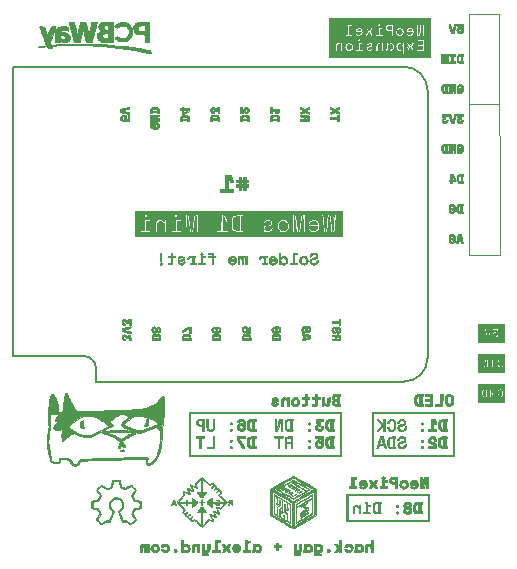
<source format=gbr>
G04 #@! TF.GenerationSoftware,KiCad,Pcbnew,5.1.5+dfsg1-2build2*
G04 #@! TF.CreationDate,2021-10-07T21:38:51-07:00*
G04 #@! TF.ProjectId,Nugget-PCB,4e756767-6574-42d5-9043-422e6b696361,rev?*
G04 #@! TF.SameCoordinates,Original*
G04 #@! TF.FileFunction,Legend,Bot*
G04 #@! TF.FilePolarity,Positive*
%FSLAX46Y46*%
G04 Gerber Fmt 4.6, Leading zero omitted, Abs format (unit mm)*
G04 Created by KiCad (PCBNEW 5.1.5+dfsg1-2build2) date 2021-10-07 21:38:51*
%MOMM*%
%LPD*%
G04 APERTURE LIST*
%ADD10C,0.120000*%
%ADD11C,0.150000*%
%ADD12C,0.010000*%
G04 APERTURE END LIST*
D10*
X20574000Y11684000D02*
X18034000Y11684000D01*
X17970500Y-1079500D02*
X18034000Y19304000D01*
X20637500Y-1079500D02*
X17970500Y-1079500D01*
X20574000Y19304000D02*
X20637500Y-1079500D01*
X18034000Y19304000D02*
X20574000Y19304000D01*
D11*
X-13586000Y-11806000D02*
X-13586000Y-11806000D01*
X-13586000Y-10646000D02*
X-13586000Y-11806000D01*
X-14586000Y-9656000D02*
G75*
G02X-13586000Y-10656000I0J-1000000D01*
G01*
X-20586000Y-9656000D02*
X-14586000Y-9656000D01*
X12494000Y14854000D02*
G75*
G02X14494000Y12854000I0J-2000000D01*
G01*
X14494000Y-9806000D02*
G75*
G02X12494000Y-11806000I-2000000J0D01*
G01*
X-20586000Y6424000D02*
X-20586000Y14853999D01*
X-20586000Y-9656000D02*
X-20586000Y-1796000D01*
X12494000Y-11806000D02*
X-13586000Y-11806000D01*
X14494000Y12854000D02*
X14494000Y-9806000D01*
X-20586000Y14854000D02*
X12494000Y14854000D01*
X-20586000Y-1796000D02*
X-20586000Y6424000D01*
D12*
G36*
X-4441581Y-25778839D02*
G01*
X-4434715Y-25904056D01*
X-4421279Y-25992805D01*
X-4398472Y-26050783D01*
X-4363496Y-26083687D01*
X-4313550Y-26097215D01*
X-4284482Y-26098500D01*
X-4231216Y-26094211D01*
X-4193830Y-26077227D01*
X-4169607Y-26041377D01*
X-4155827Y-25980487D01*
X-4149774Y-25888385D01*
X-4148667Y-25790072D01*
X-4148667Y-25548167D01*
X-3958167Y-25548167D01*
X-3958285Y-25775709D01*
X-3961272Y-25917207D01*
X-3971267Y-26024006D01*
X-3990073Y-26103419D01*
X-4019494Y-26162760D01*
X-4061333Y-26209341D01*
X-4066243Y-26213556D01*
X-4150891Y-26260922D01*
X-4240181Y-26267152D01*
X-4329562Y-26232434D01*
X-4371476Y-26201003D01*
X-4447592Y-26134173D01*
X-4441004Y-26238045D01*
X-4434417Y-26341917D01*
X-4265083Y-26352500D01*
X-4095750Y-26363084D01*
X-4089181Y-26442459D01*
X-4082611Y-26521834D01*
X-4323072Y-26521834D01*
X-4450462Y-26519379D01*
X-4537749Y-26512072D01*
X-4584053Y-26499996D01*
X-4588933Y-26496434D01*
X-4598197Y-26472333D01*
X-4605205Y-26418880D01*
X-4610117Y-26333011D01*
X-4613093Y-26211663D01*
X-4614292Y-26051773D01*
X-4614333Y-26009600D01*
X-4614333Y-25548167D01*
X-4448746Y-25548167D01*
X-4441581Y-25778839D01*
G37*
X-4441581Y-25778839D02*
X-4434715Y-25904056D01*
X-4421279Y-25992805D01*
X-4398472Y-26050783D01*
X-4363496Y-26083687D01*
X-4313550Y-26097215D01*
X-4284482Y-26098500D01*
X-4231216Y-26094211D01*
X-4193830Y-26077227D01*
X-4169607Y-26041377D01*
X-4155827Y-25980487D01*
X-4149774Y-25888385D01*
X-4148667Y-25790072D01*
X-4148667Y-25548167D01*
X-3958167Y-25548167D01*
X-3958285Y-25775709D01*
X-3961272Y-25917207D01*
X-3971267Y-26024006D01*
X-3990073Y-26103419D01*
X-4019494Y-26162760D01*
X-4061333Y-26209341D01*
X-4066243Y-26213556D01*
X-4150891Y-26260922D01*
X-4240181Y-26267152D01*
X-4329562Y-26232434D01*
X-4371476Y-26201003D01*
X-4447592Y-26134173D01*
X-4441004Y-26238045D01*
X-4434417Y-26341917D01*
X-4265083Y-26352500D01*
X-4095750Y-26363084D01*
X-4089181Y-26442459D01*
X-4082611Y-26521834D01*
X-4323072Y-26521834D01*
X-4450462Y-26519379D01*
X-4537749Y-26512072D01*
X-4584053Y-26499996D01*
X-4588933Y-26496434D01*
X-4598197Y-26472333D01*
X-4605205Y-26418880D01*
X-4610117Y-26333011D01*
X-4613093Y-26211663D01*
X-4614292Y-26051773D01*
X-4614333Y-26009600D01*
X-4614333Y-25548167D01*
X-4448746Y-25548167D01*
X-4441581Y-25778839D01*
G36*
X3327301Y-25780504D02*
G01*
X3334959Y-25904390D01*
X3348154Y-25991960D01*
X3370026Y-26049164D01*
X3403713Y-26081952D01*
X3452353Y-26096274D01*
X3495036Y-26098500D01*
X3543316Y-26094383D01*
X3577367Y-26077949D01*
X3599599Y-26043076D01*
X3612422Y-25983641D01*
X3618247Y-25893522D01*
X3619500Y-25782392D01*
X3619500Y-25548167D01*
X3814153Y-25548167D01*
X3806592Y-25828625D01*
X3802157Y-25951577D01*
X3795880Y-26039811D01*
X3786745Y-26100937D01*
X3773739Y-26142563D01*
X3761885Y-26164030D01*
X3695165Y-26229575D01*
X3611736Y-26263793D01*
X3522870Y-26265389D01*
X3439839Y-26233066D01*
X3405273Y-26205030D01*
X3360990Y-26168375D01*
X3334641Y-26167367D01*
X3324230Y-26203694D01*
X3326967Y-26271110D01*
X3333750Y-26341917D01*
X3508375Y-26348065D01*
X3683000Y-26354212D01*
X3683000Y-26521834D01*
X3440328Y-26521834D01*
X3334564Y-26521177D01*
X3263296Y-26518399D01*
X3218698Y-26512290D01*
X3192941Y-26501637D01*
X3178200Y-26485231D01*
X3175745Y-26480892D01*
X3168324Y-26445632D01*
X3162199Y-26373056D01*
X3157593Y-26268167D01*
X3154731Y-26135969D01*
X3153833Y-25994058D01*
X3153833Y-25548167D01*
X3317729Y-25548167D01*
X3327301Y-25780504D01*
G37*
X3327301Y-25780504D02*
X3334959Y-25904390D01*
X3348154Y-25991960D01*
X3370026Y-26049164D01*
X3403713Y-26081952D01*
X3452353Y-26096274D01*
X3495036Y-26098500D01*
X3543316Y-26094383D01*
X3577367Y-26077949D01*
X3599599Y-26043076D01*
X3612422Y-25983641D01*
X3618247Y-25893522D01*
X3619500Y-25782392D01*
X3619500Y-25548167D01*
X3814153Y-25548167D01*
X3806592Y-25828625D01*
X3802157Y-25951577D01*
X3795880Y-26039811D01*
X3786745Y-26100937D01*
X3773739Y-26142563D01*
X3761885Y-26164030D01*
X3695165Y-26229575D01*
X3611736Y-26263793D01*
X3522870Y-26265389D01*
X3439839Y-26233066D01*
X3405273Y-26205030D01*
X3360990Y-26168375D01*
X3334641Y-26167367D01*
X3324230Y-26203694D01*
X3326967Y-26271110D01*
X3333750Y-26341917D01*
X3508375Y-26348065D01*
X3683000Y-26354212D01*
X3683000Y-26521834D01*
X3440328Y-26521834D01*
X3334564Y-26521177D01*
X3263296Y-26518399D01*
X3218698Y-26512290D01*
X3192941Y-26501637D01*
X3178200Y-26485231D01*
X3175745Y-26480892D01*
X3168324Y-26445632D01*
X3162199Y-26373056D01*
X3157593Y-26268167D01*
X3154731Y-26135969D01*
X3153833Y-25994058D01*
X3153833Y-25548167D01*
X3317729Y-25548167D01*
X3327301Y-25780504D01*
G36*
X5271013Y-25531228D02*
G01*
X5286932Y-25532890D01*
X5394897Y-25562716D01*
X5486287Y-25628148D01*
X5533775Y-25683319D01*
X5558455Y-25726321D01*
X5571859Y-25780497D01*
X5576689Y-25859035D01*
X5576858Y-25893677D01*
X5564742Y-26030297D01*
X5528410Y-26133541D01*
X5466190Y-26205867D01*
X5376408Y-26249731D01*
X5326804Y-26260801D01*
X5220305Y-26262605D01*
X5133840Y-26228714D01*
X5088779Y-26189803D01*
X5037667Y-26134652D01*
X5037667Y-26350912D01*
X5233458Y-26356998D01*
X5429250Y-26363084D01*
X5435819Y-26442459D01*
X5442389Y-26521834D01*
X5177728Y-26521834D01*
X5067190Y-26521382D01*
X4991164Y-26519204D01*
X4941829Y-26514063D01*
X4911368Y-26504723D01*
X4891960Y-26489949D01*
X4880117Y-26474790D01*
X4868698Y-26451889D01*
X4860162Y-26416508D01*
X4854126Y-26363013D01*
X4850209Y-26285769D01*
X4848029Y-26179140D01*
X4847206Y-26037492D01*
X4847167Y-25987957D01*
X4847167Y-25903671D01*
X5038340Y-25903671D01*
X5054294Y-25994438D01*
X5100793Y-26059468D01*
X5173524Y-26094072D01*
X5217583Y-26098500D01*
X5298338Y-26081227D01*
X5345545Y-26046546D01*
X5383690Y-25982068D01*
X5398489Y-25899349D01*
X5388698Y-25816255D01*
X5365141Y-25765388D01*
X5313543Y-25724120D01*
X5241815Y-25703758D01*
X5168570Y-25708144D01*
X5140437Y-25719020D01*
X5078577Y-25764655D01*
X5046831Y-25825430D01*
X5038340Y-25903671D01*
X4847167Y-25903671D01*
X4847167Y-25548167D01*
X4942417Y-25548167D01*
X5001126Y-25550275D01*
X5028942Y-25560994D01*
X5037252Y-25586914D01*
X5037667Y-25603276D01*
X5037667Y-25658386D01*
X5115181Y-25590327D01*
X5168427Y-25548507D01*
X5213554Y-25531087D01*
X5271013Y-25531228D01*
G37*
X5271013Y-25531228D02*
X5286932Y-25532890D01*
X5394897Y-25562716D01*
X5486287Y-25628148D01*
X5533775Y-25683319D01*
X5558455Y-25726321D01*
X5571859Y-25780497D01*
X5576689Y-25859035D01*
X5576858Y-25893677D01*
X5564742Y-26030297D01*
X5528410Y-26133541D01*
X5466190Y-26205867D01*
X5376408Y-26249731D01*
X5326804Y-26260801D01*
X5220305Y-26262605D01*
X5133840Y-26228714D01*
X5088779Y-26189803D01*
X5037667Y-26134652D01*
X5037667Y-26350912D01*
X5233458Y-26356998D01*
X5429250Y-26363084D01*
X5435819Y-26442459D01*
X5442389Y-26521834D01*
X5177728Y-26521834D01*
X5067190Y-26521382D01*
X4991164Y-26519204D01*
X4941829Y-26514063D01*
X4911368Y-26504723D01*
X4891960Y-26489949D01*
X4880117Y-26474790D01*
X4868698Y-26451889D01*
X4860162Y-26416508D01*
X4854126Y-26363013D01*
X4850209Y-26285769D01*
X4848029Y-26179140D01*
X4847206Y-26037492D01*
X4847167Y-25987957D01*
X4847167Y-25903671D01*
X5038340Y-25903671D01*
X5054294Y-25994438D01*
X5100793Y-26059468D01*
X5173524Y-26094072D01*
X5217583Y-26098500D01*
X5298338Y-26081227D01*
X5345545Y-26046546D01*
X5383690Y-25982068D01*
X5398489Y-25899349D01*
X5388698Y-25816255D01*
X5365141Y-25765388D01*
X5313543Y-25724120D01*
X5241815Y-25703758D01*
X5168570Y-25708144D01*
X5140437Y-25719020D01*
X5078577Y-25764655D01*
X5046831Y-25825430D01*
X5038340Y-25903671D01*
X4847167Y-25903671D01*
X4847167Y-25548167D01*
X4942417Y-25548167D01*
X5001126Y-25550275D01*
X5028942Y-25560994D01*
X5037252Y-25586914D01*
X5037667Y-25603276D01*
X5037667Y-25658386D01*
X5115181Y-25590327D01*
X5168427Y-25548507D01*
X5213554Y-25531087D01*
X5271013Y-25531228D01*
G36*
X-8519019Y-25540997D02*
G01*
X-8413420Y-25585313D01*
X-8359387Y-25626075D01*
X-8286078Y-25717418D01*
X-8246270Y-25822387D01*
X-8238924Y-25932417D01*
X-8263004Y-26038946D01*
X-8317472Y-26133410D01*
X-8401291Y-26207243D01*
X-8431815Y-26223998D01*
X-8555081Y-26262271D01*
X-8678362Y-26258331D01*
X-8778358Y-26223528D01*
X-8872070Y-26155158D01*
X-8935483Y-26061583D01*
X-8965662Y-25949894D01*
X-8963149Y-25898379D01*
X-8784167Y-25898379D01*
X-8768256Y-25991998D01*
X-8722739Y-26058311D01*
X-8650942Y-26093620D01*
X-8604250Y-26098500D01*
X-8523495Y-26081227D01*
X-8476288Y-26046546D01*
X-8437045Y-25989608D01*
X-8424412Y-25915815D01*
X-8424333Y-25907571D01*
X-8432786Y-25820072D01*
X-8461884Y-25761980D01*
X-8517238Y-25723132D01*
X-8528947Y-25718005D01*
X-8616416Y-25700464D01*
X-8691993Y-25720132D01*
X-8748859Y-25772190D01*
X-8780196Y-25851819D01*
X-8784167Y-25898379D01*
X-8963149Y-25898379D01*
X-8959675Y-25827185D01*
X-8953433Y-25800245D01*
X-8905321Y-25691995D01*
X-8829936Y-25609632D01*
X-8735165Y-25555469D01*
X-8628897Y-25531820D01*
X-8519019Y-25540997D01*
G37*
X-8519019Y-25540997D02*
X-8413420Y-25585313D01*
X-8359387Y-25626075D01*
X-8286078Y-25717418D01*
X-8246270Y-25822387D01*
X-8238924Y-25932417D01*
X-8263004Y-26038946D01*
X-8317472Y-26133410D01*
X-8401291Y-26207243D01*
X-8431815Y-26223998D01*
X-8555081Y-26262271D01*
X-8678362Y-26258331D01*
X-8778358Y-26223528D01*
X-8872070Y-26155158D01*
X-8935483Y-26061583D01*
X-8965662Y-25949894D01*
X-8963149Y-25898379D01*
X-8784167Y-25898379D01*
X-8768256Y-25991998D01*
X-8722739Y-26058311D01*
X-8650942Y-26093620D01*
X-8604250Y-26098500D01*
X-8523495Y-26081227D01*
X-8476288Y-26046546D01*
X-8437045Y-25989608D01*
X-8424412Y-25915815D01*
X-8424333Y-25907571D01*
X-8432786Y-25820072D01*
X-8461884Y-25761980D01*
X-8517238Y-25723132D01*
X-8528947Y-25718005D01*
X-8616416Y-25700464D01*
X-8691993Y-25720132D01*
X-8748859Y-25772190D01*
X-8780196Y-25851819D01*
X-8784167Y-25898379D01*
X-8963149Y-25898379D01*
X-8959675Y-25827185D01*
X-8953433Y-25800245D01*
X-8905321Y-25691995D01*
X-8829936Y-25609632D01*
X-8735165Y-25555469D01*
X-8628897Y-25531820D01*
X-8519019Y-25540997D01*
G36*
X-7641926Y-25545439D02*
G01*
X-7529809Y-25597600D01*
X-7449925Y-25677184D01*
X-7402356Y-25784070D01*
X-7387167Y-25913361D01*
X-7404809Y-26033649D01*
X-7459155Y-26134561D01*
X-7540341Y-26211599D01*
X-7608057Y-26242524D01*
X-7698958Y-26259832D01*
X-7795728Y-26262219D01*
X-7881046Y-26248381D01*
X-7905750Y-26239117D01*
X-7995510Y-26177812D01*
X-8063914Y-26092606D01*
X-8083440Y-26051645D01*
X-8094407Y-26013523D01*
X-8083221Y-25992472D01*
X-8041313Y-25976529D01*
X-8026642Y-25972388D01*
X-7963144Y-25955948D01*
X-7930205Y-25952706D01*
X-7917931Y-25963396D01*
X-7916333Y-25980547D01*
X-7898068Y-26019770D01*
X-7852711Y-26058888D01*
X-7794426Y-26088289D01*
X-7742517Y-26098500D01*
X-7671086Y-26077585D01*
X-7615722Y-26033978D01*
X-7574600Y-25986734D01*
X-7559447Y-25943672D01*
X-7562798Y-25883012D01*
X-7563125Y-25880553D01*
X-7591284Y-25795232D01*
X-7645136Y-25731951D01*
X-7716388Y-25699098D01*
X-7745326Y-25696334D01*
X-7801711Y-25708861D01*
X-7858516Y-25739859D01*
X-7901426Y-25779456D01*
X-7916333Y-25814286D01*
X-7928637Y-25839154D01*
X-7968443Y-25841400D01*
X-8038550Y-25821829D01*
X-8082034Y-25802756D01*
X-8093076Y-25778241D01*
X-8082159Y-25737703D01*
X-8031588Y-25652880D01*
X-7951320Y-25587201D01*
X-7851327Y-25545020D01*
X-7741578Y-25530691D01*
X-7641926Y-25545439D01*
G37*
X-7641926Y-25545439D02*
X-7529809Y-25597600D01*
X-7449925Y-25677184D01*
X-7402356Y-25784070D01*
X-7387167Y-25913361D01*
X-7404809Y-26033649D01*
X-7459155Y-26134561D01*
X-7540341Y-26211599D01*
X-7608057Y-26242524D01*
X-7698958Y-26259832D01*
X-7795728Y-26262219D01*
X-7881046Y-26248381D01*
X-7905750Y-26239117D01*
X-7995510Y-26177812D01*
X-8063914Y-26092606D01*
X-8083440Y-26051645D01*
X-8094407Y-26013523D01*
X-8083221Y-25992472D01*
X-8041313Y-25976529D01*
X-8026642Y-25972388D01*
X-7963144Y-25955948D01*
X-7930205Y-25952706D01*
X-7917931Y-25963396D01*
X-7916333Y-25980547D01*
X-7898068Y-26019770D01*
X-7852711Y-26058888D01*
X-7794426Y-26088289D01*
X-7742517Y-26098500D01*
X-7671086Y-26077585D01*
X-7615722Y-26033978D01*
X-7574600Y-25986734D01*
X-7559447Y-25943672D01*
X-7562798Y-25883012D01*
X-7563125Y-25880553D01*
X-7591284Y-25795232D01*
X-7645136Y-25731951D01*
X-7716388Y-25699098D01*
X-7745326Y-25696334D01*
X-7801711Y-25708861D01*
X-7858516Y-25739859D01*
X-7901426Y-25779456D01*
X-7916333Y-25814286D01*
X-7928637Y-25839154D01*
X-7968443Y-25841400D01*
X-8038550Y-25821829D01*
X-8082034Y-25802756D01*
X-8093076Y-25778241D01*
X-8082159Y-25737703D01*
X-8031588Y-25652880D01*
X-7951320Y-25587201D01*
X-7851327Y-25545020D01*
X-7741578Y-25530691D01*
X-7641926Y-25545439D01*
G36*
X-6820554Y-26018314D02*
G01*
X-6773548Y-26060680D01*
X-6752752Y-26120741D01*
X-6759764Y-26183192D01*
X-6796180Y-26232728D01*
X-6798052Y-26234072D01*
X-6862032Y-26264430D01*
X-6921716Y-26256529D01*
X-6959124Y-26234883D01*
X-6994969Y-26187194D01*
X-7006713Y-26123614D01*
X-6990497Y-26065431D01*
X-6989968Y-26064627D01*
X-6936217Y-26018484D01*
X-6867484Y-26005804D01*
X-6820554Y-26018314D01*
G37*
X-6820554Y-26018314D02*
X-6773548Y-26060680D01*
X-6752752Y-26120741D01*
X-6759764Y-26183192D01*
X-6796180Y-26232728D01*
X-6798052Y-26234072D01*
X-6862032Y-26264430D01*
X-6921716Y-26256529D01*
X-6959124Y-26234883D01*
X-6994969Y-26187194D01*
X-7006713Y-26123614D01*
X-6990497Y-26065431D01*
X-6989968Y-26064627D01*
X-6936217Y-26018484D01*
X-6867484Y-26005804D01*
X-6820554Y-26018314D01*
G36*
X-6201833Y-25452917D02*
G01*
X-6200701Y-25539325D01*
X-6197657Y-25607133D01*
X-6193232Y-25647148D01*
X-6190235Y-25654000D01*
X-6170169Y-25639542D01*
X-6135689Y-25603938D01*
X-6128568Y-25595792D01*
X-6092683Y-25561101D01*
X-6052102Y-25543650D01*
X-5990883Y-25537876D01*
X-5961802Y-25537584D01*
X-5845814Y-25553976D01*
X-5756697Y-25603014D01*
X-5694628Y-25684486D01*
X-5659782Y-25798184D01*
X-5651612Y-25908000D01*
X-5663726Y-26032637D01*
X-5702088Y-26128360D01*
X-5769870Y-26201748D01*
X-5804765Y-26225615D01*
X-5895356Y-26259230D01*
X-5996698Y-26263770D01*
X-6067277Y-26246845D01*
X-6115829Y-26214670D01*
X-6143259Y-26184821D01*
X-6174453Y-26155629D01*
X-6195346Y-26166663D01*
X-6201833Y-26207861D01*
X-6210375Y-26233538D01*
X-6242947Y-26244801D01*
X-6286500Y-26246667D01*
X-6371167Y-26246667D01*
X-6371167Y-25895586D01*
X-6189134Y-25895586D01*
X-6186281Y-25963342D01*
X-6169481Y-26007818D01*
X-6131862Y-26047405D01*
X-6055238Y-26090895D01*
X-5972533Y-26092992D01*
X-5919414Y-26074999D01*
X-5859588Y-26026983D01*
X-5827231Y-25957375D01*
X-5823703Y-25877903D01*
X-5850361Y-25800298D01*
X-5882705Y-25758205D01*
X-5956936Y-25707780D01*
X-6034680Y-25698796D01*
X-6111741Y-25731467D01*
X-6129745Y-25745597D01*
X-6167453Y-25787296D01*
X-6184913Y-25838157D01*
X-6189134Y-25895586D01*
X-6371167Y-25895586D01*
X-6371167Y-25251834D01*
X-6201833Y-25251834D01*
X-6201833Y-25452917D01*
G37*
X-6201833Y-25452917D02*
X-6200701Y-25539325D01*
X-6197657Y-25607133D01*
X-6193232Y-25647148D01*
X-6190235Y-25654000D01*
X-6170169Y-25639542D01*
X-6135689Y-25603938D01*
X-6128568Y-25595792D01*
X-6092683Y-25561101D01*
X-6052102Y-25543650D01*
X-5990883Y-25537876D01*
X-5961802Y-25537584D01*
X-5845814Y-25553976D01*
X-5756697Y-25603014D01*
X-5694628Y-25684486D01*
X-5659782Y-25798184D01*
X-5651612Y-25908000D01*
X-5663726Y-26032637D01*
X-5702088Y-26128360D01*
X-5769870Y-26201748D01*
X-5804765Y-26225615D01*
X-5895356Y-26259230D01*
X-5996698Y-26263770D01*
X-6067277Y-26246845D01*
X-6115829Y-26214670D01*
X-6143259Y-26184821D01*
X-6174453Y-26155629D01*
X-6195346Y-26166663D01*
X-6201833Y-26207861D01*
X-6210375Y-26233538D01*
X-6242947Y-26244801D01*
X-6286500Y-26246667D01*
X-6371167Y-26246667D01*
X-6371167Y-25895586D01*
X-6189134Y-25895586D01*
X-6186281Y-25963342D01*
X-6169481Y-26007818D01*
X-6131862Y-26047405D01*
X-6055238Y-26090895D01*
X-5972533Y-26092992D01*
X-5919414Y-26074999D01*
X-5859588Y-26026983D01*
X-5827231Y-25957375D01*
X-5823703Y-25877903D01*
X-5850361Y-25800298D01*
X-5882705Y-25758205D01*
X-5956936Y-25707780D01*
X-6034680Y-25698796D01*
X-6111741Y-25731467D01*
X-6129745Y-25745597D01*
X-6167453Y-25787296D01*
X-6184913Y-25838157D01*
X-6189134Y-25895586D01*
X-6371167Y-25895586D01*
X-6371167Y-25251834D01*
X-6201833Y-25251834D01*
X-6201833Y-25452917D01*
G36*
X-1619753Y-25542964D02*
G01*
X-1515267Y-25583802D01*
X-1429140Y-25654677D01*
X-1386395Y-25717543D01*
X-1360565Y-25802796D01*
X-1354805Y-25907023D01*
X-1368435Y-26012298D01*
X-1400778Y-26100696D01*
X-1400897Y-26100908D01*
X-1469142Y-26181793D01*
X-1562798Y-26237320D01*
X-1671195Y-26264277D01*
X-1783665Y-26259449D01*
X-1854455Y-26237505D01*
X-1916185Y-26201688D01*
X-1965231Y-26160633D01*
X-2010137Y-26112432D01*
X-1942919Y-26071554D01*
X-1895362Y-26046053D01*
X-1861747Y-26043539D01*
X-1821251Y-26062847D01*
X-1818293Y-26064588D01*
X-1746623Y-26091124D01*
X-1672570Y-26093714D01*
X-1607050Y-26075281D01*
X-1560983Y-26038749D01*
X-1545167Y-25991467D01*
X-1547902Y-25974157D01*
X-1560753Y-25962521D01*
X-1590686Y-25955441D01*
X-1644665Y-25951799D01*
X-1729658Y-25950477D01*
X-1801570Y-25950334D01*
X-2057974Y-25950334D01*
X-2043129Y-25849792D01*
X-2024353Y-25782200D01*
X-1862667Y-25782200D01*
X-1843232Y-25791744D01*
X-1791822Y-25798804D01*
X-1718778Y-25802079D01*
X-1703917Y-25802167D01*
X-1628033Y-25800427D01*
X-1571899Y-25795825D01*
X-1545860Y-25789287D01*
X-1545167Y-25787959D01*
X-1563929Y-25749022D01*
X-1610801Y-25715980D01*
X-1671661Y-25697651D01*
X-1691904Y-25696334D01*
X-1755944Y-25705776D01*
X-1814505Y-25729504D01*
X-1853867Y-25760618D01*
X-1862667Y-25782200D01*
X-2024353Y-25782200D01*
X-2008651Y-25725676D01*
X-1945766Y-25632254D01*
X-1853267Y-25567782D01*
X-1845439Y-25564214D01*
X-1733008Y-25535367D01*
X-1619753Y-25542964D01*
G37*
X-1619753Y-25542964D02*
X-1515267Y-25583802D01*
X-1429140Y-25654677D01*
X-1386395Y-25717543D01*
X-1360565Y-25802796D01*
X-1354805Y-25907023D01*
X-1368435Y-26012298D01*
X-1400778Y-26100696D01*
X-1400897Y-26100908D01*
X-1469142Y-26181793D01*
X-1562798Y-26237320D01*
X-1671195Y-26264277D01*
X-1783665Y-26259449D01*
X-1854455Y-26237505D01*
X-1916185Y-26201688D01*
X-1965231Y-26160633D01*
X-2010137Y-26112432D01*
X-1942919Y-26071554D01*
X-1895362Y-26046053D01*
X-1861747Y-26043539D01*
X-1821251Y-26062847D01*
X-1818293Y-26064588D01*
X-1746623Y-26091124D01*
X-1672570Y-26093714D01*
X-1607050Y-26075281D01*
X-1560983Y-26038749D01*
X-1545167Y-25991467D01*
X-1547902Y-25974157D01*
X-1560753Y-25962521D01*
X-1590686Y-25955441D01*
X-1644665Y-25951799D01*
X-1729658Y-25950477D01*
X-1801570Y-25950334D01*
X-2057974Y-25950334D01*
X-2043129Y-25849792D01*
X-2024353Y-25782200D01*
X-1862667Y-25782200D01*
X-1843232Y-25791744D01*
X-1791822Y-25798804D01*
X-1718778Y-25802079D01*
X-1703917Y-25802167D01*
X-1628033Y-25800427D01*
X-1571899Y-25795825D01*
X-1545860Y-25789287D01*
X-1545167Y-25787959D01*
X-1563929Y-25749022D01*
X-1610801Y-25715980D01*
X-1671661Y-25697651D01*
X-1691904Y-25696334D01*
X-1755944Y-25705776D01*
X-1814505Y-25729504D01*
X-1853867Y-25760618D01*
X-1862667Y-25782200D01*
X-2024353Y-25782200D01*
X-2008651Y-25725676D01*
X-1945766Y-25632254D01*
X-1853267Y-25567782D01*
X-1845439Y-25564214D01*
X-1733008Y-25535367D01*
X-1619753Y-25542964D01*
G36*
X220386Y-25557267D02*
G01*
X300608Y-25615122D01*
X353874Y-25685750D01*
X393646Y-25791390D01*
X404119Y-25905379D01*
X387520Y-26017707D01*
X346079Y-26118368D01*
X282024Y-26197354D01*
X232514Y-26230759D01*
X137820Y-26261822D01*
X46814Y-26262361D01*
X-10583Y-26242363D01*
X-58436Y-26204446D01*
X-81825Y-26177722D01*
X-104393Y-26150908D01*
X-120018Y-26158328D01*
X-135247Y-26186674D01*
X-160423Y-26219132D01*
X-203079Y-26236044D01*
X-259797Y-26242535D01*
X-359833Y-26248986D01*
X-359833Y-26163160D01*
X-354732Y-26103853D01*
X-337765Y-26079090D01*
X-328083Y-26077334D01*
X-314634Y-26071088D01*
X-305498Y-26048107D01*
X-299912Y-26002025D01*
X-297112Y-25926473D01*
X-296910Y-25897417D01*
X-105833Y-25897417D01*
X-89947Y-25986544D01*
X-47247Y-26053247D01*
X14827Y-26092200D01*
X88837Y-26098078D01*
X146655Y-26078142D01*
X195762Y-26030071D01*
X221788Y-25959362D01*
X224406Y-25879076D01*
X203291Y-25802274D01*
X158116Y-25742016D01*
X155108Y-25739584D01*
X81718Y-25702711D01*
X11836Y-25703725D01*
X-47438Y-25738334D01*
X-89006Y-25802243D01*
X-105771Y-25891160D01*
X-105833Y-25897417D01*
X-296910Y-25897417D01*
X-296334Y-25815086D01*
X-296333Y-25812750D01*
X-296333Y-25548167D01*
X-201083Y-25548167D01*
X-141773Y-25550805D01*
X-113701Y-25562106D01*
X-105926Y-25587149D01*
X-105833Y-25592382D01*
X-103663Y-25618700D01*
X-91076Y-25620749D01*
X-58957Y-25597046D01*
X-40709Y-25581798D01*
X40754Y-25538241D01*
X130777Y-25530852D01*
X220386Y-25557267D01*
G37*
X220386Y-25557267D02*
X300608Y-25615122D01*
X353874Y-25685750D01*
X393646Y-25791390D01*
X404119Y-25905379D01*
X387520Y-26017707D01*
X346079Y-26118368D01*
X282024Y-26197354D01*
X232514Y-26230759D01*
X137820Y-26261822D01*
X46814Y-26262361D01*
X-10583Y-26242363D01*
X-58436Y-26204446D01*
X-81825Y-26177722D01*
X-104393Y-26150908D01*
X-120018Y-26158328D01*
X-135247Y-26186674D01*
X-160423Y-26219132D01*
X-203079Y-26236044D01*
X-259797Y-26242535D01*
X-359833Y-26248986D01*
X-359833Y-26163160D01*
X-354732Y-26103853D01*
X-337765Y-26079090D01*
X-328083Y-26077334D01*
X-314634Y-26071088D01*
X-305498Y-26048107D01*
X-299912Y-26002025D01*
X-297112Y-25926473D01*
X-296910Y-25897417D01*
X-105833Y-25897417D01*
X-89947Y-25986544D01*
X-47247Y-26053247D01*
X14827Y-26092200D01*
X88837Y-26098078D01*
X146655Y-26078142D01*
X195762Y-26030071D01*
X221788Y-25959362D01*
X224406Y-25879076D01*
X203291Y-25802274D01*
X158116Y-25742016D01*
X155108Y-25739584D01*
X81718Y-25702711D01*
X11836Y-25703725D01*
X-47438Y-25738334D01*
X-89006Y-25802243D01*
X-105771Y-25891160D01*
X-105833Y-25897417D01*
X-296910Y-25897417D01*
X-296334Y-25815086D01*
X-296333Y-25812750D01*
X-296333Y-25548167D01*
X-201083Y-25548167D01*
X-141773Y-25550805D01*
X-113701Y-25562106D01*
X-105926Y-25587149D01*
X-105833Y-25592382D01*
X-103663Y-25618700D01*
X-91076Y-25620749D01*
X-58957Y-25597046D01*
X-40709Y-25581798D01*
X40754Y-25538241D01*
X130777Y-25530852D01*
X220386Y-25557267D01*
G36*
X4438428Y-25532683D02*
G01*
X4510136Y-25547883D01*
X4573325Y-25572627D01*
X4584051Y-25578932D01*
X4647012Y-25643415D01*
X4691328Y-25735350D01*
X4715107Y-25843311D01*
X4716457Y-25955874D01*
X4693484Y-26061611D01*
X4671874Y-26109084D01*
X4609275Y-26186451D01*
X4527571Y-26240004D01*
X4437557Y-26265795D01*
X4350033Y-26259880D01*
X4307678Y-26242157D01*
X4260636Y-26206260D01*
X4229008Y-26174009D01*
X4202628Y-26146089D01*
X4192915Y-26150781D01*
X4191704Y-26166547D01*
X4171429Y-26208254D01*
X4117205Y-26236165D01*
X4036175Y-26246659D01*
X4033641Y-26246667D01*
X3985321Y-26244184D01*
X3963848Y-26228597D01*
X3958339Y-26187696D01*
X3958167Y-26162000D01*
X3963409Y-26103129D01*
X3980789Y-26078870D01*
X3989917Y-26077334D01*
X4003366Y-26071088D01*
X4012502Y-26048107D01*
X4018088Y-26002025D01*
X4020888Y-25926473D01*
X4021090Y-25897417D01*
X4212167Y-25897417D01*
X4228053Y-25986544D01*
X4270753Y-26053247D01*
X4332827Y-26092200D01*
X4406837Y-26098078D01*
X4464655Y-26078142D01*
X4513762Y-26030071D01*
X4539788Y-25959362D01*
X4542406Y-25879076D01*
X4521291Y-25802274D01*
X4476116Y-25742016D01*
X4473108Y-25739584D01*
X4399718Y-25702711D01*
X4329836Y-25703725D01*
X4270562Y-25738334D01*
X4228994Y-25802243D01*
X4212229Y-25891160D01*
X4212167Y-25897417D01*
X4021090Y-25897417D01*
X4021666Y-25815086D01*
X4021667Y-25812750D01*
X4021667Y-25548167D01*
X4116917Y-25548167D01*
X4176227Y-25550805D01*
X4204299Y-25562106D01*
X4212074Y-25587149D01*
X4212167Y-25592382D01*
X4214460Y-25618193D01*
X4227261Y-25620179D01*
X4259454Y-25596657D01*
X4279984Y-25579532D01*
X4333658Y-25542074D01*
X4386095Y-25529743D01*
X4438428Y-25532683D01*
G37*
X4438428Y-25532683D02*
X4510136Y-25547883D01*
X4573325Y-25572627D01*
X4584051Y-25578932D01*
X4647012Y-25643415D01*
X4691328Y-25735350D01*
X4715107Y-25843311D01*
X4716457Y-25955874D01*
X4693484Y-26061611D01*
X4671874Y-26109084D01*
X4609275Y-26186451D01*
X4527571Y-26240004D01*
X4437557Y-26265795D01*
X4350033Y-26259880D01*
X4307678Y-26242157D01*
X4260636Y-26206260D01*
X4229008Y-26174009D01*
X4202628Y-26146089D01*
X4192915Y-26150781D01*
X4191704Y-26166547D01*
X4171429Y-26208254D01*
X4117205Y-26236165D01*
X4036175Y-26246659D01*
X4033641Y-26246667D01*
X3985321Y-26244184D01*
X3963848Y-26228597D01*
X3958339Y-26187696D01*
X3958167Y-26162000D01*
X3963409Y-26103129D01*
X3980789Y-26078870D01*
X3989917Y-26077334D01*
X4003366Y-26071088D01*
X4012502Y-26048107D01*
X4018088Y-26002025D01*
X4020888Y-25926473D01*
X4021090Y-25897417D01*
X4212167Y-25897417D01*
X4228053Y-25986544D01*
X4270753Y-26053247D01*
X4332827Y-26092200D01*
X4406837Y-26098078D01*
X4464655Y-26078142D01*
X4513762Y-26030071D01*
X4539788Y-25959362D01*
X4542406Y-25879076D01*
X4521291Y-25802274D01*
X4476116Y-25742016D01*
X4473108Y-25739584D01*
X4399718Y-25702711D01*
X4329836Y-25703725D01*
X4270562Y-25738334D01*
X4228994Y-25802243D01*
X4212229Y-25891160D01*
X4212167Y-25897417D01*
X4021090Y-25897417D01*
X4021666Y-25815086D01*
X4021667Y-25812750D01*
X4021667Y-25548167D01*
X4116917Y-25548167D01*
X4176227Y-25550805D01*
X4204299Y-25562106D01*
X4212074Y-25587149D01*
X4212167Y-25592382D01*
X4214460Y-25618193D01*
X4227261Y-25620179D01*
X4259454Y-25596657D01*
X4279984Y-25579532D01*
X4333658Y-25542074D01*
X4386095Y-25529743D01*
X4438428Y-25532683D01*
G36*
X6123477Y-26012209D02*
G01*
X6175408Y-26050271D01*
X6198916Y-26105742D01*
X6196240Y-26166849D01*
X6169622Y-26221814D01*
X6121303Y-26258862D01*
X6074833Y-26267834D01*
X6033294Y-26256252D01*
X5994876Y-26234883D01*
X5959031Y-26187194D01*
X5947287Y-26123614D01*
X5963503Y-26065431D01*
X5964032Y-26064627D01*
X6014734Y-26021757D01*
X6081104Y-26005261D01*
X6123477Y-26012209D01*
G37*
X6123477Y-26012209D02*
X6175408Y-26050271D01*
X6198916Y-26105742D01*
X6196240Y-26166849D01*
X6169622Y-26221814D01*
X6121303Y-26258862D01*
X6074833Y-26267834D01*
X6033294Y-26256252D01*
X5994876Y-26234883D01*
X5959031Y-26187194D01*
X5947287Y-26123614D01*
X5963503Y-26065431D01*
X5964032Y-26064627D01*
X6014734Y-26021757D01*
X6081104Y-26005261D01*
X6123477Y-26012209D01*
G36*
X7867388Y-25536396D02*
G01*
X7976306Y-25575591D01*
X8067791Y-25648594D01*
X8122755Y-25728084D01*
X8148886Y-25813342D01*
X8154941Y-25916886D01*
X8141629Y-26020124D01*
X8109663Y-26104466D01*
X8108260Y-26106775D01*
X8037487Y-26183314D01*
X7939658Y-26236503D01*
X7825084Y-26262886D01*
X7704074Y-26259008D01*
X7672917Y-26252638D01*
X7613712Y-26226486D01*
X7555048Y-26181624D01*
X7504018Y-26126820D01*
X7467712Y-26070840D01*
X7453222Y-26022453D01*
X7463486Y-25993719D01*
X7498425Y-25974601D01*
X7546522Y-25962009D01*
X7591767Y-25958290D01*
X7618152Y-25965791D01*
X7620000Y-25970780D01*
X7638516Y-26014881D01*
X7684977Y-26057279D01*
X7745754Y-26088299D01*
X7799917Y-26098500D01*
X7880297Y-26080867D01*
X7939560Y-26034166D01*
X7974480Y-25967697D01*
X7981831Y-25890760D01*
X7958387Y-25812654D01*
X7917961Y-25758205D01*
X7844852Y-25708193D01*
X7769082Y-25697257D01*
X7697722Y-25725774D01*
X7675081Y-25745161D01*
X7638127Y-25787361D01*
X7617316Y-25820805D01*
X7617229Y-25821064D01*
X7593515Y-25835382D01*
X7549295Y-25833072D01*
X7500924Y-25818328D01*
X7464754Y-25795344D01*
X7455768Y-25779663D01*
X7464998Y-25728410D01*
X7502250Y-25668622D01*
X7558256Y-25611808D01*
X7623752Y-25569476D01*
X7625729Y-25568568D01*
X7748157Y-25533293D01*
X7867388Y-25536396D01*
G37*
X7867388Y-25536396D02*
X7976306Y-25575591D01*
X8067791Y-25648594D01*
X8122755Y-25728084D01*
X8148886Y-25813342D01*
X8154941Y-25916886D01*
X8141629Y-26020124D01*
X8109663Y-26104466D01*
X8108260Y-26106775D01*
X8037487Y-26183314D01*
X7939658Y-26236503D01*
X7825084Y-26262886D01*
X7704074Y-26259008D01*
X7672917Y-26252638D01*
X7613712Y-26226486D01*
X7555048Y-26181624D01*
X7504018Y-26126820D01*
X7467712Y-26070840D01*
X7453222Y-26022453D01*
X7463486Y-25993719D01*
X7498425Y-25974601D01*
X7546522Y-25962009D01*
X7591767Y-25958290D01*
X7618152Y-25965791D01*
X7620000Y-25970780D01*
X7638516Y-26014881D01*
X7684977Y-26057279D01*
X7745754Y-26088299D01*
X7799917Y-26098500D01*
X7880297Y-26080867D01*
X7939560Y-26034166D01*
X7974480Y-25967697D01*
X7981831Y-25890760D01*
X7958387Y-25812654D01*
X7917961Y-25758205D01*
X7844852Y-25708193D01*
X7769082Y-25697257D01*
X7697722Y-25725774D01*
X7675081Y-25745161D01*
X7638127Y-25787361D01*
X7617316Y-25820805D01*
X7617229Y-25821064D01*
X7593515Y-25835382D01*
X7549295Y-25833072D01*
X7500924Y-25818328D01*
X7464754Y-25795344D01*
X7455768Y-25779663D01*
X7464998Y-25728410D01*
X7502250Y-25668622D01*
X7558256Y-25611808D01*
X7623752Y-25569476D01*
X7625729Y-25568568D01*
X7748157Y-25533293D01*
X7867388Y-25536396D01*
G36*
X8756428Y-25532683D02*
G01*
X8828136Y-25547883D01*
X8891325Y-25572627D01*
X8902051Y-25578932D01*
X8965012Y-25643415D01*
X9009328Y-25735350D01*
X9033107Y-25843311D01*
X9034457Y-25955874D01*
X9011484Y-26061611D01*
X8989874Y-26109084D01*
X8926637Y-26187065D01*
X8844000Y-26240721D01*
X8752798Y-26266066D01*
X8663863Y-26259109D01*
X8625417Y-26243266D01*
X8578722Y-26208305D01*
X8546512Y-26175118D01*
X8520299Y-26146721D01*
X8510583Y-26151233D01*
X8509470Y-26166547D01*
X8489490Y-26208161D01*
X8435536Y-26236072D01*
X8354753Y-26246655D01*
X8351641Y-26246667D01*
X8303321Y-26244184D01*
X8281848Y-26228597D01*
X8276339Y-26187696D01*
X8276167Y-26162000D01*
X8281409Y-26103129D01*
X8298789Y-26078870D01*
X8307917Y-26077334D01*
X8321366Y-26071088D01*
X8330502Y-26048107D01*
X8336088Y-26002025D01*
X8338888Y-25926473D01*
X8339090Y-25897417D01*
X8530167Y-25897417D01*
X8546080Y-25986860D01*
X8588897Y-26053551D01*
X8651233Y-26092247D01*
X8725705Y-26097708D01*
X8783863Y-26077496D01*
X8821949Y-26037061D01*
X8849834Y-25971125D01*
X8862226Y-25896238D01*
X8858290Y-25844685D01*
X8831268Y-25785532D01*
X8790270Y-25738925D01*
X8717280Y-25702417D01*
X8647650Y-25703730D01*
X8588511Y-25738517D01*
X8546994Y-25802434D01*
X8530230Y-25891135D01*
X8530167Y-25897417D01*
X8339090Y-25897417D01*
X8339666Y-25815086D01*
X8339667Y-25812750D01*
X8339667Y-25548167D01*
X8434917Y-25548167D01*
X8494227Y-25550805D01*
X8522299Y-25562106D01*
X8530074Y-25587149D01*
X8530167Y-25592382D01*
X8532460Y-25618193D01*
X8545261Y-25620179D01*
X8577454Y-25596657D01*
X8597984Y-25579532D01*
X8651658Y-25542074D01*
X8704095Y-25529743D01*
X8756428Y-25532683D01*
G37*
X8756428Y-25532683D02*
X8828136Y-25547883D01*
X8891325Y-25572627D01*
X8902051Y-25578932D01*
X8965012Y-25643415D01*
X9009328Y-25735350D01*
X9033107Y-25843311D01*
X9034457Y-25955874D01*
X9011484Y-26061611D01*
X8989874Y-26109084D01*
X8926637Y-26187065D01*
X8844000Y-26240721D01*
X8752798Y-26266066D01*
X8663863Y-26259109D01*
X8625417Y-26243266D01*
X8578722Y-26208305D01*
X8546512Y-26175118D01*
X8520299Y-26146721D01*
X8510583Y-26151233D01*
X8509470Y-26166547D01*
X8489490Y-26208161D01*
X8435536Y-26236072D01*
X8354753Y-26246655D01*
X8351641Y-26246667D01*
X8303321Y-26244184D01*
X8281848Y-26228597D01*
X8276339Y-26187696D01*
X8276167Y-26162000D01*
X8281409Y-26103129D01*
X8298789Y-26078870D01*
X8307917Y-26077334D01*
X8321366Y-26071088D01*
X8330502Y-26048107D01*
X8336088Y-26002025D01*
X8338888Y-25926473D01*
X8339090Y-25897417D01*
X8530167Y-25897417D01*
X8546080Y-25986860D01*
X8588897Y-26053551D01*
X8651233Y-26092247D01*
X8725705Y-26097708D01*
X8783863Y-26077496D01*
X8821949Y-26037061D01*
X8849834Y-25971125D01*
X8862226Y-25896238D01*
X8858290Y-25844685D01*
X8831268Y-25785532D01*
X8790270Y-25738925D01*
X8717280Y-25702417D01*
X8647650Y-25703730D01*
X8588511Y-25738517D01*
X8546994Y-25802434D01*
X8530230Y-25891135D01*
X8530167Y-25897417D01*
X8339090Y-25897417D01*
X8339666Y-25815086D01*
X8339667Y-25812750D01*
X8339667Y-25548167D01*
X8434917Y-25548167D01*
X8494227Y-25550805D01*
X8522299Y-25562106D01*
X8530074Y-25587149D01*
X8530167Y-25592382D01*
X8532460Y-25618193D01*
X8545261Y-25620179D01*
X8577454Y-25596657D01*
X8597984Y-25579532D01*
X8651658Y-25542074D01*
X8704095Y-25529743D01*
X8756428Y-25532683D01*
G36*
X-9367011Y-25535905D02*
G01*
X-9314158Y-25573325D01*
X-9284016Y-25602088D01*
X-9272356Y-25599545D01*
X-9271000Y-25583908D01*
X-9261840Y-25561053D01*
X-9228007Y-25550364D01*
X-9175750Y-25548167D01*
X-9080500Y-25548167D01*
X-9080500Y-26246667D01*
X-9269735Y-26246667D01*
X-9275659Y-25976792D01*
X-9278501Y-25865656D01*
X-9282079Y-25790051D01*
X-9287609Y-25743179D01*
X-9296306Y-25718239D01*
X-9309387Y-25708434D01*
X-9323917Y-25706917D01*
X-9341406Y-25709482D01*
X-9353534Y-25721712D01*
X-9361517Y-25750404D01*
X-9366569Y-25802358D01*
X-9369908Y-25884374D01*
X-9372174Y-25976792D01*
X-9378098Y-26246667D01*
X-9546167Y-26246667D01*
X-9546167Y-26007296D01*
X-9549137Y-25876138D01*
X-9558741Y-25783515D01*
X-9576015Y-25725999D01*
X-9601997Y-25700161D01*
X-9637726Y-25702574D01*
X-9638356Y-25702813D01*
X-9653067Y-25713955D01*
X-9663035Y-25738678D01*
X-9669126Y-25783932D01*
X-9672211Y-25856663D01*
X-9673156Y-25963820D01*
X-9673167Y-25981419D01*
X-9673167Y-26246667D01*
X-9842500Y-26246667D01*
X-9842500Y-25614739D01*
X-9786729Y-25570870D01*
X-9712752Y-25532851D01*
X-9642177Y-25535444D01*
X-9586598Y-25571236D01*
X-9542362Y-25615472D01*
X-9495275Y-25571236D01*
X-9430958Y-25532789D01*
X-9367011Y-25535905D01*
G37*
X-9367011Y-25535905D02*
X-9314158Y-25573325D01*
X-9284016Y-25602088D01*
X-9272356Y-25599545D01*
X-9271000Y-25583908D01*
X-9261840Y-25561053D01*
X-9228007Y-25550364D01*
X-9175750Y-25548167D01*
X-9080500Y-25548167D01*
X-9080500Y-26246667D01*
X-9269735Y-26246667D01*
X-9275659Y-25976792D01*
X-9278501Y-25865656D01*
X-9282079Y-25790051D01*
X-9287609Y-25743179D01*
X-9296306Y-25718239D01*
X-9309387Y-25708434D01*
X-9323917Y-25706917D01*
X-9341406Y-25709482D01*
X-9353534Y-25721712D01*
X-9361517Y-25750404D01*
X-9366569Y-25802358D01*
X-9369908Y-25884374D01*
X-9372174Y-25976792D01*
X-9378098Y-26246667D01*
X-9546167Y-26246667D01*
X-9546167Y-26007296D01*
X-9549137Y-25876138D01*
X-9558741Y-25783515D01*
X-9576015Y-25725999D01*
X-9601997Y-25700161D01*
X-9637726Y-25702574D01*
X-9638356Y-25702813D01*
X-9653067Y-25713955D01*
X-9663035Y-25738678D01*
X-9669126Y-25783932D01*
X-9672211Y-25856663D01*
X-9673156Y-25963820D01*
X-9673167Y-25981419D01*
X-9673167Y-26246667D01*
X-9842500Y-26246667D01*
X-9842500Y-25614739D01*
X-9786729Y-25570870D01*
X-9712752Y-25532851D01*
X-9642177Y-25535444D01*
X-9586598Y-25571236D01*
X-9542362Y-25615472D01*
X-9495275Y-25571236D01*
X-9430958Y-25532789D01*
X-9367011Y-25535905D01*
G36*
X-5131236Y-25553662D02*
G01*
X-5067594Y-25600982D01*
X-5016500Y-25652076D01*
X-5016500Y-25600121D01*
X-5012406Y-25568042D01*
X-4992579Y-25552843D01*
X-4945702Y-25548352D01*
X-4921250Y-25548167D01*
X-4826000Y-25548167D01*
X-4826000Y-26246667D01*
X-5016500Y-26246667D01*
X-5016500Y-26018543D01*
X-5019196Y-25892892D01*
X-5028872Y-25803659D01*
X-5047910Y-25745177D01*
X-5078693Y-25711782D01*
X-5123605Y-25697808D01*
X-5152003Y-25696334D01*
X-5206646Y-25701535D01*
X-5245184Y-25721122D01*
X-5270276Y-25761070D01*
X-5284580Y-25827352D01*
X-5290754Y-25925943D01*
X-5291667Y-26010209D01*
X-5291667Y-26246667D01*
X-5482167Y-26246667D01*
X-5482167Y-25987045D01*
X-5479251Y-25845429D01*
X-5468933Y-25739495D01*
X-5448853Y-25662896D01*
X-5416654Y-25609283D01*
X-5369976Y-25572307D01*
X-5319888Y-25550176D01*
X-5219272Y-25531873D01*
X-5131236Y-25553662D01*
G37*
X-5131236Y-25553662D02*
X-5067594Y-25600982D01*
X-5016500Y-25652076D01*
X-5016500Y-25600121D01*
X-5012406Y-25568042D01*
X-4992579Y-25552843D01*
X-4945702Y-25548352D01*
X-4921250Y-25548167D01*
X-4826000Y-25548167D01*
X-4826000Y-26246667D01*
X-5016500Y-26246667D01*
X-5016500Y-26018543D01*
X-5019196Y-25892892D01*
X-5028872Y-25803659D01*
X-5047910Y-25745177D01*
X-5078693Y-25711782D01*
X-5123605Y-25697808D01*
X-5152003Y-25696334D01*
X-5206646Y-25701535D01*
X-5245184Y-25721122D01*
X-5270276Y-25761070D01*
X-5284580Y-25827352D01*
X-5290754Y-25925943D01*
X-5291667Y-26010209D01*
X-5291667Y-26246667D01*
X-5482167Y-26246667D01*
X-5482167Y-25987045D01*
X-5479251Y-25845429D01*
X-5468933Y-25739495D01*
X-5448853Y-25662896D01*
X-5416654Y-25609283D01*
X-5369976Y-25572307D01*
X-5319888Y-25550176D01*
X-5219272Y-25531873D01*
X-5131236Y-25553662D01*
G36*
X-3111500Y-25421167D02*
G01*
X-3344333Y-25421167D01*
X-3344333Y-26077334D01*
X-3090333Y-26077334D01*
X-3090333Y-26246667D01*
X-3746500Y-26246667D01*
X-3746500Y-26077334D01*
X-3513667Y-26077334D01*
X-3513667Y-25251834D01*
X-3111500Y-25251834D01*
X-3111500Y-25421167D01*
G37*
X-3111500Y-25421167D02*
X-3344333Y-25421167D01*
X-3344333Y-26077334D01*
X-3090333Y-26077334D01*
X-3090333Y-26246667D01*
X-3746500Y-26246667D01*
X-3746500Y-26077334D01*
X-3513667Y-26077334D01*
X-3513667Y-25251834D01*
X-3111500Y-25251834D01*
X-3111500Y-25421167D01*
G36*
X-2635250Y-25675167D02*
G01*
X-2602132Y-25739528D01*
X-2574123Y-25785220D01*
X-2557580Y-25802167D01*
X-2540203Y-25784703D01*
X-2510999Y-25738934D01*
X-2476500Y-25675167D01*
X-2441432Y-25607805D01*
X-2414861Y-25569824D01*
X-2386227Y-25552807D01*
X-2344969Y-25548332D01*
X-2317209Y-25548167D01*
X-2222028Y-25548167D01*
X-2394392Y-25890983D01*
X-2308446Y-26056182D01*
X-2269970Y-26131484D01*
X-2240394Y-26191931D01*
X-2224217Y-26228212D01*
X-2222500Y-26234024D01*
X-2241435Y-26241560D01*
X-2289349Y-26246084D01*
X-2317948Y-26246667D01*
X-2413395Y-26246667D01*
X-2481241Y-26109084D01*
X-2516133Y-26042031D01*
X-2545098Y-25993062D01*
X-2562420Y-25971746D01*
X-2563399Y-25971500D01*
X-2578247Y-25989421D01*
X-2603908Y-26036596D01*
X-2635050Y-26103147D01*
X-2637649Y-26109084D01*
X-2697587Y-26246667D01*
X-2800474Y-26246667D01*
X-2858217Y-26243581D01*
X-2892150Y-26235701D01*
X-2896306Y-26229728D01*
X-2883866Y-26204316D01*
X-2856791Y-26151192D01*
X-2820086Y-26080145D01*
X-2805043Y-26051229D01*
X-2720836Y-25889668D01*
X-2811816Y-25718917D01*
X-2902796Y-25548167D01*
X-2695951Y-25548167D01*
X-2635250Y-25675167D01*
G37*
X-2635250Y-25675167D02*
X-2602132Y-25739528D01*
X-2574123Y-25785220D01*
X-2557580Y-25802167D01*
X-2540203Y-25784703D01*
X-2510999Y-25738934D01*
X-2476500Y-25675167D01*
X-2441432Y-25607805D01*
X-2414861Y-25569824D01*
X-2386227Y-25552807D01*
X-2344969Y-25548332D01*
X-2317209Y-25548167D01*
X-2222028Y-25548167D01*
X-2394392Y-25890983D01*
X-2308446Y-26056182D01*
X-2269970Y-26131484D01*
X-2240394Y-26191931D01*
X-2224217Y-26228212D01*
X-2222500Y-26234024D01*
X-2241435Y-26241560D01*
X-2289349Y-26246084D01*
X-2317948Y-26246667D01*
X-2413395Y-26246667D01*
X-2481241Y-26109084D01*
X-2516133Y-26042031D01*
X-2545098Y-25993062D01*
X-2562420Y-25971746D01*
X-2563399Y-25971500D01*
X-2578247Y-25989421D01*
X-2603908Y-26036596D01*
X-2635050Y-26103147D01*
X-2637649Y-26109084D01*
X-2697587Y-26246667D01*
X-2800474Y-26246667D01*
X-2858217Y-26243581D01*
X-2892150Y-26235701D01*
X-2896306Y-26229728D01*
X-2883866Y-26204316D01*
X-2856791Y-26151192D01*
X-2820086Y-26080145D01*
X-2805043Y-26051229D01*
X-2720836Y-25889668D01*
X-2811816Y-25718917D01*
X-2902796Y-25548167D01*
X-2695951Y-25548167D01*
X-2635250Y-25675167D01*
G36*
X-518583Y-25262417D02*
G01*
X-512079Y-25340699D01*
X-505575Y-25418982D01*
X-751417Y-25431750D01*
X-763103Y-26077334D01*
X-508000Y-26077334D01*
X-508000Y-26246667D01*
X-1164167Y-26246667D01*
X-1164167Y-26077334D01*
X-931333Y-26077334D01*
X-931333Y-25250301D01*
X-518583Y-25262417D01*
G37*
X-518583Y-25262417D02*
X-512079Y-25340699D01*
X-505575Y-25418982D01*
X-751417Y-25431750D01*
X-763103Y-26077334D01*
X-508000Y-26077334D01*
X-508000Y-26246667D01*
X-1164167Y-26246667D01*
X-1164167Y-26077334D01*
X-931333Y-26077334D01*
X-931333Y-25250301D01*
X-518583Y-25262417D01*
G36*
X7196667Y-26246667D02*
G01*
X7027333Y-26246667D01*
X7027333Y-26109084D01*
X7024902Y-26039017D01*
X7018540Y-25989463D01*
X7010007Y-25971500D01*
X6990385Y-25987529D01*
X6953697Y-26030086D01*
X6906952Y-26090881D01*
X6893706Y-26109084D01*
X6794731Y-26246667D01*
X6583009Y-26246667D01*
X6710950Y-26074113D01*
X6763736Y-25999201D01*
X6803815Y-25935120D01*
X6826191Y-25890300D01*
X6828779Y-25875210D01*
X6812459Y-25846816D01*
X6777659Y-25793829D01*
X6730788Y-25725898D01*
X6711389Y-25698513D01*
X6604109Y-25548167D01*
X6706821Y-25548167D01*
X6760626Y-25549612D01*
X6797800Y-25558908D01*
X6829578Y-25583494D01*
X6867194Y-25630808D01*
X6898618Y-25675167D01*
X6944476Y-25736950D01*
X6982810Y-25782126D01*
X7006092Y-25801915D01*
X7007518Y-25802167D01*
X7015210Y-25782168D01*
X7021409Y-25726822D01*
X7025612Y-25643101D01*
X7027319Y-25537979D01*
X7027333Y-25527000D01*
X7027333Y-25251834D01*
X7196667Y-25251834D01*
X7196667Y-26246667D01*
G37*
X7196667Y-26246667D02*
X7027333Y-26246667D01*
X7027333Y-26109084D01*
X7024902Y-26039017D01*
X7018540Y-25989463D01*
X7010007Y-25971500D01*
X6990385Y-25987529D01*
X6953697Y-26030086D01*
X6906952Y-26090881D01*
X6893706Y-26109084D01*
X6794731Y-26246667D01*
X6583009Y-26246667D01*
X6710950Y-26074113D01*
X6763736Y-25999201D01*
X6803815Y-25935120D01*
X6826191Y-25890300D01*
X6828779Y-25875210D01*
X6812459Y-25846816D01*
X6777659Y-25793829D01*
X6730788Y-25725898D01*
X6711389Y-25698513D01*
X6604109Y-25548167D01*
X6706821Y-25548167D01*
X6760626Y-25549612D01*
X6797800Y-25558908D01*
X6829578Y-25583494D01*
X6867194Y-25630808D01*
X6898618Y-25675167D01*
X6944476Y-25736950D01*
X6982810Y-25782126D01*
X7006092Y-25801915D01*
X7007518Y-25802167D01*
X7015210Y-25782168D01*
X7021409Y-25726822D01*
X7025612Y-25643101D01*
X7027319Y-25537979D01*
X7027333Y-25527000D01*
X7027333Y-25251834D01*
X7196667Y-25251834D01*
X7196667Y-26246667D01*
G36*
X9842500Y-26246667D02*
G01*
X9676912Y-26246667D01*
X9669748Y-26015994D01*
X9662889Y-25890803D01*
X9649469Y-25802075D01*
X9626679Y-25744108D01*
X9591711Y-25711197D01*
X9541755Y-25697641D01*
X9512336Y-25696334D01*
X9459495Y-25702744D01*
X9421968Y-25725752D01*
X9397374Y-25771022D01*
X9383330Y-25844222D01*
X9377453Y-25951015D01*
X9376833Y-26018543D01*
X9376833Y-26246667D01*
X9186333Y-26246667D01*
X9187255Y-26040292D01*
X9192414Y-25877843D01*
X9207468Y-25752505D01*
X9234228Y-25659838D01*
X9274504Y-25595397D01*
X9330107Y-25554741D01*
X9393156Y-25535110D01*
X9462191Y-25534965D01*
X9534123Y-25554015D01*
X9593403Y-25586372D01*
X9623167Y-25622219D01*
X9641717Y-25654316D01*
X9656426Y-25645878D01*
X9666801Y-25598572D01*
X9672350Y-25514063D01*
X9673167Y-25452917D01*
X9673167Y-25251834D01*
X9842500Y-25251834D01*
X9842500Y-26246667D01*
G37*
X9842500Y-26246667D02*
X9676912Y-26246667D01*
X9669748Y-26015994D01*
X9662889Y-25890803D01*
X9649469Y-25802075D01*
X9626679Y-25744108D01*
X9591711Y-25711197D01*
X9541755Y-25697641D01*
X9512336Y-25696334D01*
X9459495Y-25702744D01*
X9421968Y-25725752D01*
X9397374Y-25771022D01*
X9383330Y-25844222D01*
X9377453Y-25951015D01*
X9376833Y-26018543D01*
X9376833Y-26246667D01*
X9186333Y-26246667D01*
X9187255Y-26040292D01*
X9192414Y-25877843D01*
X9207468Y-25752505D01*
X9234228Y-25659838D01*
X9274504Y-25595397D01*
X9330107Y-25554741D01*
X9393156Y-25535110D01*
X9462191Y-25534965D01*
X9534123Y-25554015D01*
X9593403Y-25586372D01*
X9623167Y-25622219D01*
X9641717Y-25654316D01*
X9656426Y-25645878D01*
X9666801Y-25598572D01*
X9672350Y-25514063D01*
X9673167Y-25452917D01*
X9673167Y-25251834D01*
X9842500Y-25251834D01*
X9842500Y-26246667D01*
G36*
X1841500Y-25675167D02*
G01*
X2053167Y-25675167D01*
X2053167Y-25844500D01*
X1841500Y-25844500D01*
X1841500Y-26056167D01*
X1770944Y-26056167D01*
X1718643Y-26052294D01*
X1687233Y-26042889D01*
X1686278Y-26042056D01*
X1677554Y-26013825D01*
X1672596Y-25959967D01*
X1672167Y-25937382D01*
X1672167Y-25846820D01*
X1571625Y-25840368D01*
X1510901Y-25834843D01*
X1480516Y-25822146D01*
X1468539Y-25792718D01*
X1464514Y-25754542D01*
X1457944Y-25675167D01*
X1672167Y-25675167D01*
X1672167Y-25463500D01*
X1841500Y-25463500D01*
X1841500Y-25675167D01*
G37*
X1841500Y-25675167D02*
X2053167Y-25675167D01*
X2053167Y-25844500D01*
X1841500Y-25844500D01*
X1841500Y-26056167D01*
X1770944Y-26056167D01*
X1718643Y-26052294D01*
X1687233Y-26042889D01*
X1686278Y-26042056D01*
X1677554Y-26013825D01*
X1672596Y-25959967D01*
X1672167Y-25937382D01*
X1672167Y-25846820D01*
X1571625Y-25840368D01*
X1510901Y-25834843D01*
X1480516Y-25822146D01*
X1468539Y-25792718D01*
X1464514Y-25754542D01*
X1457944Y-25675167D01*
X1672167Y-25675167D01*
X1672167Y-25463500D01*
X1841500Y-25463500D01*
X1841500Y-25675167D01*
G36*
X3130388Y-19797373D02*
G01*
X3154883Y-19809656D01*
X3212365Y-19841179D01*
X3299233Y-19889891D01*
X3411885Y-19953742D01*
X3546717Y-20030680D01*
X3700129Y-20118656D01*
X3868517Y-20215617D01*
X4048281Y-20319513D01*
X4095750Y-20347010D01*
X5027083Y-20886745D01*
X5038033Y-23126567D01*
X4096417Y-23671096D01*
X3913502Y-23776764D01*
X3741275Y-23876049D01*
X3583286Y-23966917D01*
X3443085Y-24047337D01*
X3324223Y-24115276D01*
X3230251Y-24168701D01*
X3164719Y-24205581D01*
X3131179Y-24223884D01*
X3127858Y-24225458D01*
X3104869Y-24217032D01*
X3048842Y-24189178D01*
X2963282Y-24143834D01*
X2851697Y-24082939D01*
X2717592Y-24008432D01*
X2564475Y-23922252D01*
X2395851Y-23826338D01*
X2215228Y-23722628D01*
X2142942Y-23680865D01*
X1184967Y-23126438D01*
X1190442Y-22007493D01*
X1195170Y-21041210D01*
X1311924Y-21041210D01*
X1317420Y-22050842D01*
X1322917Y-23060474D01*
X2169583Y-23551953D01*
X2342312Y-23652047D01*
X2503878Y-23745337D01*
X2650592Y-23829719D01*
X2778766Y-23903085D01*
X2884709Y-23963329D01*
X2964733Y-24008346D01*
X3015149Y-24036030D01*
X3032125Y-24044383D01*
X3035317Y-24024099D01*
X3038291Y-23965599D01*
X3040981Y-23873001D01*
X3043324Y-23750422D01*
X3045253Y-23601979D01*
X3046704Y-23431790D01*
X3047612Y-23243971D01*
X3047908Y-23046972D01*
X3175127Y-23046972D01*
X3175526Y-23300031D01*
X3176773Y-23518088D01*
X3178846Y-23699951D01*
X3181718Y-23844429D01*
X3185365Y-23950329D01*
X3189764Y-24016460D01*
X3194888Y-24041630D01*
X3195699Y-24041806D01*
X3217753Y-24030110D01*
X3272750Y-23999396D01*
X3356957Y-23951792D01*
X3466641Y-23889423D01*
X3598071Y-23814416D01*
X3747514Y-23728896D01*
X3911237Y-23634989D01*
X4062745Y-23547917D01*
X4909093Y-23061084D01*
X4909880Y-22051869D01*
X4910667Y-21042655D01*
X4555799Y-21247536D01*
X4435594Y-21316946D01*
X4288817Y-21401715D01*
X4125549Y-21496020D01*
X3955872Y-21594038D01*
X3789866Y-21689946D01*
X3688093Y-21748750D01*
X3175255Y-22045084D01*
X3175127Y-23046972D01*
X3047908Y-23046972D01*
X3047911Y-23045209D01*
X3047822Y-22045084D01*
X2555786Y-21760633D01*
X2397673Y-21669219D01*
X2226683Y-21570348D01*
X2053859Y-21470406D01*
X1890241Y-21375777D01*
X1746869Y-21292847D01*
X1687837Y-21258696D01*
X1311924Y-21041210D01*
X1195170Y-21041210D01*
X1195710Y-20930698D01*
X1372370Y-20930698D01*
X1538143Y-21026777D01*
X1594992Y-21059778D01*
X1683037Y-21110958D01*
X1796900Y-21177187D01*
X1931197Y-21255332D01*
X2080550Y-21342264D01*
X2239575Y-21434850D01*
X2391833Y-21523519D01*
X2547490Y-21613869D01*
X2692099Y-21697215D01*
X2821488Y-21771196D01*
X2931482Y-21833451D01*
X3017909Y-21881620D01*
X3076596Y-21913342D01*
X3103369Y-21926256D01*
X3104151Y-21926424D01*
X3126928Y-21916578D01*
X3182527Y-21887498D01*
X3267203Y-21841280D01*
X3377213Y-21780023D01*
X3508813Y-21705823D01*
X3658258Y-21620779D01*
X3821804Y-21526986D01*
X3971984Y-21440286D01*
X4144487Y-21340269D01*
X4305727Y-21246530D01*
X4452005Y-21161238D01*
X4579621Y-21086560D01*
X4684879Y-21024666D01*
X4764079Y-20977723D01*
X4813522Y-20947900D01*
X4829446Y-20937578D01*
X4815511Y-20923803D01*
X4768862Y-20892038D01*
X4693837Y-20844766D01*
X4594773Y-20784470D01*
X4476010Y-20713634D01*
X4341885Y-20634740D01*
X4196738Y-20550272D01*
X4044906Y-20462713D01*
X3890728Y-20374547D01*
X3738543Y-20288256D01*
X3592688Y-20206325D01*
X3457502Y-20131235D01*
X3337324Y-20065471D01*
X3236492Y-20011515D01*
X3159344Y-19971852D01*
X3110218Y-19948963D01*
X3094192Y-19944339D01*
X3069052Y-19956632D01*
X3011142Y-19988065D01*
X2924273Y-20036478D01*
X2812260Y-20099710D01*
X2678916Y-20175600D01*
X2528053Y-20261988D01*
X2363485Y-20356712D01*
X2215476Y-20442282D01*
X1372370Y-20930698D01*
X1195710Y-20930698D01*
X1195917Y-20888549D01*
X2146138Y-20338011D01*
X2338971Y-20226846D01*
X2518178Y-20124630D01*
X2680573Y-20033113D01*
X2822964Y-19954047D01*
X2942165Y-19889183D01*
X3034986Y-19840273D01*
X3098238Y-19809069D01*
X3128733Y-19797322D01*
X3130388Y-19797373D01*
G37*
X3130388Y-19797373D02*
X3154883Y-19809656D01*
X3212365Y-19841179D01*
X3299233Y-19889891D01*
X3411885Y-19953742D01*
X3546717Y-20030680D01*
X3700129Y-20118656D01*
X3868517Y-20215617D01*
X4048281Y-20319513D01*
X4095750Y-20347010D01*
X5027083Y-20886745D01*
X5038033Y-23126567D01*
X4096417Y-23671096D01*
X3913502Y-23776764D01*
X3741275Y-23876049D01*
X3583286Y-23966917D01*
X3443085Y-24047337D01*
X3324223Y-24115276D01*
X3230251Y-24168701D01*
X3164719Y-24205581D01*
X3131179Y-24223884D01*
X3127858Y-24225458D01*
X3104869Y-24217032D01*
X3048842Y-24189178D01*
X2963282Y-24143834D01*
X2851697Y-24082939D01*
X2717592Y-24008432D01*
X2564475Y-23922252D01*
X2395851Y-23826338D01*
X2215228Y-23722628D01*
X2142942Y-23680865D01*
X1184967Y-23126438D01*
X1190442Y-22007493D01*
X1195170Y-21041210D01*
X1311924Y-21041210D01*
X1317420Y-22050842D01*
X1322917Y-23060474D01*
X2169583Y-23551953D01*
X2342312Y-23652047D01*
X2503878Y-23745337D01*
X2650592Y-23829719D01*
X2778766Y-23903085D01*
X2884709Y-23963329D01*
X2964733Y-24008346D01*
X3015149Y-24036030D01*
X3032125Y-24044383D01*
X3035317Y-24024099D01*
X3038291Y-23965599D01*
X3040981Y-23873001D01*
X3043324Y-23750422D01*
X3045253Y-23601979D01*
X3046704Y-23431790D01*
X3047612Y-23243971D01*
X3047908Y-23046972D01*
X3175127Y-23046972D01*
X3175526Y-23300031D01*
X3176773Y-23518088D01*
X3178846Y-23699951D01*
X3181718Y-23844429D01*
X3185365Y-23950329D01*
X3189764Y-24016460D01*
X3194888Y-24041630D01*
X3195699Y-24041806D01*
X3217753Y-24030110D01*
X3272750Y-23999396D01*
X3356957Y-23951792D01*
X3466641Y-23889423D01*
X3598071Y-23814416D01*
X3747514Y-23728896D01*
X3911237Y-23634989D01*
X4062745Y-23547917D01*
X4909093Y-23061084D01*
X4909880Y-22051869D01*
X4910667Y-21042655D01*
X4555799Y-21247536D01*
X4435594Y-21316946D01*
X4288817Y-21401715D01*
X4125549Y-21496020D01*
X3955872Y-21594038D01*
X3789866Y-21689946D01*
X3688093Y-21748750D01*
X3175255Y-22045084D01*
X3175127Y-23046972D01*
X3047908Y-23046972D01*
X3047911Y-23045209D01*
X3047822Y-22045084D01*
X2555786Y-21760633D01*
X2397673Y-21669219D01*
X2226683Y-21570348D01*
X2053859Y-21470406D01*
X1890241Y-21375777D01*
X1746869Y-21292847D01*
X1687837Y-21258696D01*
X1311924Y-21041210D01*
X1195170Y-21041210D01*
X1195710Y-20930698D01*
X1372370Y-20930698D01*
X1538143Y-21026777D01*
X1594992Y-21059778D01*
X1683037Y-21110958D01*
X1796900Y-21177187D01*
X1931197Y-21255332D01*
X2080550Y-21342264D01*
X2239575Y-21434850D01*
X2391833Y-21523519D01*
X2547490Y-21613869D01*
X2692099Y-21697215D01*
X2821488Y-21771196D01*
X2931482Y-21833451D01*
X3017909Y-21881620D01*
X3076596Y-21913342D01*
X3103369Y-21926256D01*
X3104151Y-21926424D01*
X3126928Y-21916578D01*
X3182527Y-21887498D01*
X3267203Y-21841280D01*
X3377213Y-21780023D01*
X3508813Y-21705823D01*
X3658258Y-21620779D01*
X3821804Y-21526986D01*
X3971984Y-21440286D01*
X4144487Y-21340269D01*
X4305727Y-21246530D01*
X4452005Y-21161238D01*
X4579621Y-21086560D01*
X4684879Y-21024666D01*
X4764079Y-20977723D01*
X4813522Y-20947900D01*
X4829446Y-20937578D01*
X4815511Y-20923803D01*
X4768862Y-20892038D01*
X4693837Y-20844766D01*
X4594773Y-20784470D01*
X4476010Y-20713634D01*
X4341885Y-20634740D01*
X4196738Y-20550272D01*
X4044906Y-20462713D01*
X3890728Y-20374547D01*
X3738543Y-20288256D01*
X3592688Y-20206325D01*
X3457502Y-20131235D01*
X3337324Y-20065471D01*
X3236492Y-20011515D01*
X3159344Y-19971852D01*
X3110218Y-19948963D01*
X3094192Y-19944339D01*
X3069052Y-19956632D01*
X3011142Y-19988065D01*
X2924273Y-20036478D01*
X2812260Y-20099710D01*
X2678916Y-20175600D01*
X2528053Y-20261988D01*
X2363485Y-20356712D01*
X2215476Y-20442282D01*
X1372370Y-20930698D01*
X1195710Y-20930698D01*
X1195917Y-20888549D01*
X2146138Y-20338011D01*
X2338971Y-20226846D01*
X2518178Y-20124630D01*
X2680573Y-20033113D01*
X2822964Y-19954047D01*
X2942165Y-19889183D01*
X3034986Y-19840273D01*
X3098238Y-19809069D01*
X3128733Y-19797322D01*
X3130388Y-19797373D01*
G36*
X-4604061Y-19911017D02*
G01*
X-4558298Y-19951074D01*
X-4492477Y-20012345D01*
X-4411400Y-20090337D01*
X-4319873Y-20180558D01*
X-4298011Y-20202404D01*
X-3992819Y-20508141D01*
X-3921840Y-20445821D01*
X-3840182Y-20393960D01*
X-3761979Y-20383122D01*
X-3690069Y-20413279D01*
X-3653132Y-20448624D01*
X-3618008Y-20497413D01*
X-3599285Y-20537154D01*
X-3598333Y-20543874D01*
X-3581489Y-20570895D01*
X-3568208Y-20574000D01*
X-3521808Y-20590676D01*
X-3470454Y-20631496D01*
X-3427937Y-20682645D01*
X-3408048Y-20730311D01*
X-3407833Y-20734632D01*
X-3398198Y-20774084D01*
X-3361632Y-20785607D01*
X-3356798Y-20785667D01*
X-3310324Y-20802316D01*
X-3258888Y-20843070D01*
X-3216302Y-20894137D01*
X-3196381Y-20941727D01*
X-3196167Y-20946041D01*
X-3179323Y-20973062D01*
X-3166041Y-20976167D01*
X-3131497Y-20988986D01*
X-3083396Y-21020799D01*
X-3070791Y-21030965D01*
X-3017310Y-21098133D01*
X-3004726Y-21172997D01*
X-3033070Y-21252190D01*
X-3068136Y-21298625D01*
X-3130605Y-21367750D01*
X-2809022Y-21690620D01*
X-2487440Y-22013490D01*
X-2765229Y-22291279D01*
X-3043017Y-22569068D01*
X-3176408Y-22545572D01*
X-3246081Y-22534460D01*
X-3296812Y-22528556D01*
X-3316667Y-22528945D01*
X-3310911Y-22549589D01*
X-3290168Y-22600741D01*
X-3257706Y-22674716D01*
X-3216794Y-22763827D01*
X-3216447Y-22764569D01*
X-3176206Y-22854743D01*
X-3145810Y-22931142D01*
X-3128216Y-22985699D01*
X-3126378Y-23010345D01*
X-3151395Y-23009039D01*
X-3205999Y-22992354D01*
X-3281616Y-22963244D01*
X-3352607Y-22932479D01*
X-3438154Y-22894821D01*
X-3508554Y-22865985D01*
X-3555580Y-22849203D01*
X-3570925Y-22846703D01*
X-3566342Y-22868398D01*
X-3546897Y-22920127D01*
X-3515868Y-22993672D01*
X-3484249Y-23064121D01*
X-3446838Y-23150232D01*
X-3419583Y-23222364D01*
X-3405472Y-23271946D01*
X-3405715Y-23289682D01*
X-3431139Y-23288819D01*
X-3485266Y-23272336D01*
X-3558837Y-23243341D01*
X-3605493Y-23222605D01*
X-3715086Y-23171903D01*
X-3789579Y-23139858D01*
X-3832831Y-23128566D01*
X-3848700Y-23140118D01*
X-3841045Y-23176608D01*
X-3813725Y-23240131D01*
X-3778214Y-23316314D01*
X-3738969Y-23403472D01*
X-3707585Y-23478124D01*
X-3687860Y-23530930D01*
X-3683000Y-23550562D01*
X-3697058Y-23570559D01*
X-3741627Y-23577619D01*
X-3820299Y-23571879D01*
X-3905250Y-23559016D01*
X-4011083Y-23540888D01*
X-4307682Y-23835444D01*
X-4399053Y-23925679D01*
X-4480086Y-24004737D01*
X-4546065Y-24068099D01*
X-4592276Y-24111244D01*
X-4614005Y-24129652D01*
X-4614872Y-24130000D01*
X-4632330Y-24115705D01*
X-4674978Y-24075790D01*
X-4738213Y-24014712D01*
X-4817432Y-23936928D01*
X-4908034Y-23846894D01*
X-4931833Y-23823084D01*
X-5025362Y-23730487D01*
X-5109673Y-23649094D01*
X-5179946Y-23583390D01*
X-5231357Y-23537864D01*
X-5259083Y-23517005D01*
X-5261654Y-23516167D01*
X-5292491Y-23530489D01*
X-5321666Y-23556566D01*
X-5369134Y-23595095D01*
X-5418023Y-23621734D01*
X-5490815Y-23631302D01*
X-5559413Y-23604253D01*
X-5613930Y-23545916D01*
X-5633142Y-23505786D01*
X-5661238Y-23453296D01*
X-5693123Y-23431596D01*
X-5695199Y-23431500D01*
X-5738431Y-23414770D01*
X-5786926Y-23373720D01*
X-5827352Y-23322060D01*
X-5846033Y-23276414D01*
X-5870521Y-23234785D01*
X-5898581Y-23223866D01*
X-5947786Y-23202970D01*
X-5999161Y-23161576D01*
X-6038995Y-23113016D01*
X-6053667Y-23073033D01*
X-6072906Y-23041207D01*
X-6123643Y-23012579D01*
X-6127953Y-23010976D01*
X-6200208Y-22967463D01*
X-6243898Y-22904819D01*
X-6253691Y-22832932D01*
X-6243900Y-22795857D01*
X-6211780Y-22738862D01*
X-6178733Y-22699500D01*
X-6147938Y-22663314D01*
X-6138333Y-22639478D01*
X-6152686Y-22617955D01*
X-6192696Y-22571717D01*
X-6253794Y-22505687D01*
X-6331411Y-22424787D01*
X-6420976Y-22333940D01*
X-6434667Y-22320250D01*
X-6525547Y-22228519D01*
X-6605152Y-22146210D01*
X-6668918Y-22078203D01*
X-6688933Y-22055667D01*
X-6614016Y-22055667D01*
X-6324677Y-22346709D01*
X-6035337Y-22637750D01*
X-6108002Y-22720652D01*
X-6162802Y-22798777D01*
X-6177905Y-22863372D01*
X-6153402Y-22915365D01*
X-6129170Y-22935100D01*
X-6081864Y-22954891D01*
X-6035439Y-22945736D01*
X-5980982Y-22904533D01*
X-5949436Y-22872527D01*
X-5902874Y-22832966D01*
X-5864652Y-22818132D01*
X-5843644Y-22830583D01*
X-5842000Y-22841560D01*
X-5855244Y-22869811D01*
X-5889128Y-22915971D01*
X-5916083Y-22947454D01*
X-5965698Y-23007109D01*
X-5986156Y-23049275D01*
X-5979909Y-23084630D01*
X-5955136Y-23117625D01*
X-5905239Y-23151177D01*
X-5848173Y-23146635D01*
X-5780653Y-23103357D01*
X-5752966Y-23077985D01*
X-5702033Y-23032620D01*
X-5669397Y-23016405D01*
X-5647267Y-23025100D01*
X-5638607Y-23047528D01*
X-5655131Y-23080327D01*
X-5700152Y-23130799D01*
X-5756398Y-23199445D01*
X-5776039Y-23256104D01*
X-5760514Y-23307363D01*
X-5743470Y-23329292D01*
X-5706165Y-23359882D01*
X-5667690Y-23362517D01*
X-5618886Y-23335332D01*
X-5569621Y-23293917D01*
X-5518702Y-23251774D01*
X-5478071Y-23224939D01*
X-5463726Y-23219834D01*
X-5441357Y-23232918D01*
X-5447149Y-23266253D01*
X-5478543Y-23310961D01*
X-5494694Y-23327269D01*
X-5552351Y-23388730D01*
X-5576474Y-23437892D01*
X-5570165Y-23483664D01*
X-5557267Y-23507003D01*
X-5511252Y-23549266D01*
X-5453050Y-23552619D01*
X-5381196Y-23516916D01*
X-5341399Y-23485839D01*
X-5256511Y-23413178D01*
X-4962164Y-23708089D01*
X-4871667Y-23798489D01*
X-4791875Y-23877682D01*
X-4727398Y-23941132D01*
X-4682850Y-23984305D01*
X-4662841Y-24002666D01*
X-4662242Y-24003000D01*
X-4660773Y-23982742D01*
X-4659449Y-23925605D01*
X-4658323Y-23837042D01*
X-4657449Y-23722507D01*
X-4656879Y-23587453D01*
X-4656667Y-23437334D01*
X-4656667Y-22860000D01*
X-4826000Y-22860000D01*
X-4912632Y-22858549D01*
X-4964630Y-22853227D01*
X-4989621Y-22842582D01*
X-4995333Y-22827762D01*
X-4990491Y-22816157D01*
X-4972279Y-22807915D01*
X-4935168Y-22802645D01*
X-4873628Y-22799958D01*
X-4782131Y-22799465D01*
X-4655147Y-22800776D01*
X-4619625Y-22801303D01*
X-4478599Y-22804632D01*
X-4367504Y-22809686D01*
X-4289876Y-22816210D01*
X-4249250Y-22823953D01*
X-4243917Y-22828250D01*
X-4263551Y-22838875D01*
X-4316323Y-22848089D01*
X-4393037Y-22854454D01*
X-4418542Y-22855565D01*
X-4593167Y-22861712D01*
X-4593167Y-24012973D01*
X-4323292Y-23743702D01*
X-4053417Y-23474432D01*
X-3910120Y-23487816D01*
X-3766824Y-23501200D01*
X-3873079Y-23273653D01*
X-3914607Y-23183200D01*
X-3948532Y-23106420D01*
X-3971293Y-23051575D01*
X-3979333Y-23027136D01*
X-3970940Y-23011966D01*
X-3942595Y-23011472D01*
X-3889550Y-23026921D01*
X-3807059Y-23059579D01*
X-3726309Y-23094664D01*
X-3643745Y-23130085D01*
X-3576599Y-23156580D01*
X-3533477Y-23170887D01*
X-3522273Y-23171995D01*
X-3526895Y-23150306D01*
X-3546490Y-23098644D01*
X-3577754Y-23025222D01*
X-3609505Y-22955133D01*
X-3647221Y-22869268D01*
X-3674782Y-22797414D01*
X-3689160Y-22748120D01*
X-3689086Y-22730620D01*
X-3664153Y-22732008D01*
X-3609620Y-22748756D01*
X-3534051Y-22777907D01*
X-3463060Y-22808688D01*
X-3377513Y-22846346D01*
X-3307113Y-22875182D01*
X-3260087Y-22891964D01*
X-3244742Y-22894464D01*
X-3249325Y-22872769D01*
X-3268770Y-22821040D01*
X-3299799Y-22747495D01*
X-3331418Y-22677046D01*
X-3368950Y-22591094D01*
X-3396557Y-22519333D01*
X-3411201Y-22470269D01*
X-3411471Y-22453004D01*
X-3384504Y-22448928D01*
X-3327313Y-22452360D01*
X-3251188Y-22462511D01*
X-3234047Y-22465389D01*
X-3072356Y-22493506D01*
X-2859095Y-22279517D01*
X-2782943Y-22202430D01*
X-2718800Y-22136214D01*
X-2672004Y-22086480D01*
X-2647895Y-22058840D01*
X-2645792Y-22055305D01*
X-2665536Y-22051816D01*
X-2719241Y-22049989D01*
X-2798559Y-22049948D01*
X-2889209Y-22051657D01*
X-3132667Y-22058230D01*
X-3132667Y-22247948D01*
X-3296708Y-22241766D01*
X-3385259Y-22235036D01*
X-3439528Y-22224253D01*
X-3457798Y-22211640D01*
X-3438355Y-22199418D01*
X-3379483Y-22189812D01*
X-3339042Y-22186902D01*
X-3270602Y-22182232D01*
X-3234286Y-22173557D01*
X-3219922Y-22155128D01*
X-3217336Y-22121194D01*
X-3217333Y-22118111D01*
X-3217333Y-22055667D01*
X-3767667Y-22055667D01*
X-3767667Y-22225000D01*
X-3769118Y-22311632D01*
X-3774440Y-22363630D01*
X-3785085Y-22388621D01*
X-3799905Y-22394334D01*
X-3811580Y-22389468D01*
X-3819848Y-22371161D01*
X-3825105Y-22333847D01*
X-3827750Y-22271960D01*
X-3828180Y-22179934D01*
X-3826793Y-22052204D01*
X-3826364Y-22023878D01*
X-3823058Y-21887182D01*
X-3817990Y-21777221D01*
X-3811476Y-21698410D01*
X-3803833Y-21655164D01*
X-3799417Y-21648170D01*
X-3788321Y-21665249D01*
X-3779101Y-21717496D01*
X-3772911Y-21797749D01*
X-3772102Y-21817542D01*
X-3765955Y-21992167D01*
X-3571019Y-21991934D01*
X-3437221Y-21990182D01*
X-3340425Y-21984538D01*
X-3275390Y-21973865D01*
X-3236877Y-21957030D01*
X-3219644Y-21932896D01*
X-3217333Y-21915314D01*
X-3220691Y-21886721D01*
X-3237593Y-21871734D01*
X-3278286Y-21866005D01*
X-3335514Y-21865167D01*
X-3406779Y-21862127D01*
X-3440946Y-21852226D01*
X-3444875Y-21838709D01*
X-3418114Y-21822268D01*
X-3350935Y-21813684D01*
X-3289653Y-21812250D01*
X-3143250Y-21812250D01*
X-3136681Y-21891625D01*
X-3130111Y-21971000D01*
X-2637202Y-21971000D01*
X-3222406Y-21380406D01*
X-3145786Y-21290893D01*
X-3092093Y-21218747D01*
X-3071830Y-21163299D01*
X-3083429Y-21117429D01*
X-3102429Y-21094095D01*
X-3155873Y-21064051D01*
X-3217752Y-21073745D01*
X-3289754Y-21123547D01*
X-3305684Y-21138514D01*
X-3353137Y-21182074D01*
X-3380360Y-21197569D01*
X-3395249Y-21188573D01*
X-3398858Y-21180693D01*
X-3392663Y-21138380D01*
X-3349472Y-21075887D01*
X-3336074Y-21060618D01*
X-3286453Y-21002356D01*
X-3264884Y-20962826D01*
X-3269172Y-20931144D01*
X-3297125Y-20896423D01*
X-3302000Y-20891500D01*
X-3344898Y-20858644D01*
X-3386859Y-20854281D01*
X-3437361Y-20880146D01*
X-3493369Y-20926553D01*
X-3549214Y-20971932D01*
X-3584885Y-20987244D01*
X-3602567Y-20980400D01*
X-3608418Y-20956086D01*
X-3586564Y-20916388D01*
X-3548720Y-20871203D01*
X-3496098Y-20806190D01*
X-3475164Y-20757683D01*
X-3484181Y-20716207D01*
X-3513667Y-20679834D01*
X-3549493Y-20649170D01*
X-3580964Y-20641905D01*
X-3618967Y-20660234D01*
X-3674388Y-20706349D01*
X-3682785Y-20713907D01*
X-3749386Y-20764661D01*
X-3795848Y-20778440D01*
X-3802859Y-20776691D01*
X-3819270Y-20764171D01*
X-3812389Y-20741966D01*
X-3778643Y-20702180D01*
X-3760680Y-20683517D01*
X-3702729Y-20609264D01*
X-3684961Y-20545476D01*
X-3707005Y-20490463D01*
X-3716262Y-20480262D01*
X-3759918Y-20452082D01*
X-3809301Y-20454915D01*
X-3871531Y-20490330D01*
X-3913060Y-20523620D01*
X-4002573Y-20600239D01*
X-4298224Y-20307286D01*
X-4593876Y-20014333D01*
X-4588230Y-20585208D01*
X-4582583Y-21156084D01*
X-4418278Y-21166667D01*
X-4340116Y-21174186D01*
X-4280697Y-21184599D01*
X-4250600Y-21195923D01*
X-4248945Y-21198417D01*
X-4267517Y-21206852D01*
X-4325675Y-21214067D01*
X-4420683Y-21219863D01*
X-4549807Y-21224043D01*
X-4619625Y-21225364D01*
X-4755734Y-21227042D01*
X-4855059Y-21227007D01*
X-4923129Y-21224870D01*
X-4965475Y-21220241D01*
X-4987624Y-21212731D01*
X-4995106Y-21201950D01*
X-4995333Y-21198905D01*
X-4987711Y-21182412D01*
X-4959757Y-21172512D01*
X-4903842Y-21167754D01*
X-4826000Y-21166667D01*
X-4656667Y-21166667D01*
X-4656667Y-20013330D01*
X-5102071Y-20458734D01*
X-5076693Y-20621969D01*
X-5066418Y-20700910D01*
X-5062059Y-20762988D01*
X-5064306Y-20797028D01*
X-5065754Y-20799643D01*
X-5089587Y-20797107D01*
X-5143253Y-20779232D01*
X-5218455Y-20749075D01*
X-5295195Y-20715111D01*
X-5381442Y-20676051D01*
X-5452114Y-20645260D01*
X-5499312Y-20626099D01*
X-5515155Y-20621529D01*
X-5508982Y-20641719D01*
X-5488407Y-20692065D01*
X-5456896Y-20764346D01*
X-5428170Y-20828000D01*
X-5389800Y-20914110D01*
X-5359053Y-20987275D01*
X-5339758Y-21038129D01*
X-5335113Y-21055542D01*
X-5340966Y-21074777D01*
X-5364038Y-21079139D01*
X-5409290Y-21067315D01*
X-5481681Y-21037989D01*
X-5586171Y-20989849D01*
X-5590126Y-20987971D01*
X-5672594Y-20949643D01*
X-5739541Y-20920158D01*
X-5782712Y-20903053D01*
X-5794476Y-20900421D01*
X-5788781Y-20921001D01*
X-5768348Y-20971710D01*
X-5736582Y-21044430D01*
X-5705062Y-21113512D01*
X-5665840Y-21199648D01*
X-5634372Y-21271856D01*
X-5614387Y-21321385D01*
X-5609167Y-21338645D01*
X-5618322Y-21353774D01*
X-5648637Y-21353731D01*
X-5704385Y-21337325D01*
X-5789841Y-21303365D01*
X-5884333Y-21261917D01*
X-5970739Y-21223455D01*
X-6042005Y-21192433D01*
X-6089869Y-21172402D01*
X-6105920Y-21166667D01*
X-6109003Y-21185885D01*
X-6107771Y-21236240D01*
X-6102563Y-21306004D01*
X-6089551Y-21445341D01*
X-6607307Y-21964343D01*
X-6367529Y-21978159D01*
X-6260630Y-21983863D01*
X-6159836Y-21988440D01*
X-6078301Y-21991336D01*
X-6037792Y-21992071D01*
X-5947833Y-21992167D01*
X-5947833Y-21896917D01*
X-5945064Y-21837393D01*
X-5933562Y-21809246D01*
X-5908541Y-21801703D01*
X-5905500Y-21801667D01*
X-5879045Y-21807899D01*
X-5866535Y-21833777D01*
X-5863183Y-21890074D01*
X-5863167Y-21896917D01*
X-5863167Y-21992167D01*
X-5482167Y-21992167D01*
X-5482167Y-21822834D01*
X-5480716Y-21736201D01*
X-5475394Y-21684204D01*
X-5464748Y-21659212D01*
X-5449928Y-21653500D01*
X-5438253Y-21658366D01*
X-5429986Y-21676673D01*
X-5424728Y-21713987D01*
X-5422083Y-21775874D01*
X-5421653Y-21867899D01*
X-5423041Y-21995629D01*
X-5423470Y-22023956D01*
X-5426775Y-22160652D01*
X-5431844Y-22270613D01*
X-5438358Y-22349424D01*
X-5446001Y-22392670D01*
X-5450417Y-22399664D01*
X-5461513Y-22382585D01*
X-5470733Y-22330338D01*
X-5476923Y-22250085D01*
X-5477731Y-22230292D01*
X-5483879Y-22055667D01*
X-5863167Y-22055667D01*
X-5863167Y-22150917D01*
X-5865937Y-22210441D01*
X-5877438Y-22238588D01*
X-5902459Y-22246130D01*
X-5905500Y-22246167D01*
X-5931955Y-22239935D01*
X-5944465Y-22214056D01*
X-5947817Y-22157759D01*
X-5947833Y-22150917D01*
X-5947833Y-22055667D01*
X-6614016Y-22055667D01*
X-6688933Y-22055667D01*
X-6712280Y-22029381D01*
X-6730676Y-22004624D01*
X-6731000Y-22003308D01*
X-6716694Y-21982396D01*
X-6676856Y-21936736D01*
X-6616104Y-21871294D01*
X-6539057Y-21791037D01*
X-6450332Y-21700932D01*
X-6443094Y-21693673D01*
X-6155187Y-21405215D01*
X-6176064Y-21248899D01*
X-6184192Y-21171103D01*
X-6186394Y-21109922D01*
X-6182317Y-21077134D01*
X-6181237Y-21075492D01*
X-6156511Y-21076417D01*
X-6102973Y-21092927D01*
X-6029789Y-21121912D01*
X-5983007Y-21142728D01*
X-5873414Y-21193431D01*
X-5798921Y-21225475D01*
X-5755669Y-21236768D01*
X-5739800Y-21225216D01*
X-5747455Y-21188725D01*
X-5774776Y-21125203D01*
X-5810287Y-21049020D01*
X-5859074Y-20940945D01*
X-5889407Y-20865427D01*
X-5902645Y-20817611D01*
X-5900144Y-20792645D01*
X-5883988Y-20785667D01*
X-5856932Y-20794172D01*
X-5800645Y-20817165D01*
X-5724079Y-20850859D01*
X-5658349Y-20881056D01*
X-5574440Y-20919495D01*
X-5506084Y-20949351D01*
X-5461414Y-20967163D01*
X-5448232Y-20970455D01*
X-5453968Y-20950004D01*
X-5474132Y-20899269D01*
X-5505368Y-20826379D01*
X-5536288Y-20757109D01*
X-5574780Y-20670511D01*
X-5605653Y-20597763D01*
X-5625243Y-20547707D01*
X-5630333Y-20530127D01*
X-5622441Y-20514635D01*
X-5595606Y-20513788D01*
X-5545092Y-20528956D01*
X-5466164Y-20561511D01*
X-5369188Y-20605750D01*
X-5284427Y-20644837D01*
X-5214391Y-20676152D01*
X-5167585Y-20695954D01*
X-5152745Y-20701000D01*
X-5148443Y-20681818D01*
X-5149295Y-20631533D01*
X-5155108Y-20561146D01*
X-5170085Y-20421293D01*
X-4908402Y-20158980D01*
X-4822145Y-20073706D01*
X-4745339Y-20000015D01*
X-4683235Y-19942770D01*
X-4641089Y-19906832D01*
X-4624961Y-19896667D01*
X-4604061Y-19911017D01*
G37*
X-4604061Y-19911017D02*
X-4558298Y-19951074D01*
X-4492477Y-20012345D01*
X-4411400Y-20090337D01*
X-4319873Y-20180558D01*
X-4298011Y-20202404D01*
X-3992819Y-20508141D01*
X-3921840Y-20445821D01*
X-3840182Y-20393960D01*
X-3761979Y-20383122D01*
X-3690069Y-20413279D01*
X-3653132Y-20448624D01*
X-3618008Y-20497413D01*
X-3599285Y-20537154D01*
X-3598333Y-20543874D01*
X-3581489Y-20570895D01*
X-3568208Y-20574000D01*
X-3521808Y-20590676D01*
X-3470454Y-20631496D01*
X-3427937Y-20682645D01*
X-3408048Y-20730311D01*
X-3407833Y-20734632D01*
X-3398198Y-20774084D01*
X-3361632Y-20785607D01*
X-3356798Y-20785667D01*
X-3310324Y-20802316D01*
X-3258888Y-20843070D01*
X-3216302Y-20894137D01*
X-3196381Y-20941727D01*
X-3196167Y-20946041D01*
X-3179323Y-20973062D01*
X-3166041Y-20976167D01*
X-3131497Y-20988986D01*
X-3083396Y-21020799D01*
X-3070791Y-21030965D01*
X-3017310Y-21098133D01*
X-3004726Y-21172997D01*
X-3033070Y-21252190D01*
X-3068136Y-21298625D01*
X-3130605Y-21367750D01*
X-2809022Y-21690620D01*
X-2487440Y-22013490D01*
X-2765229Y-22291279D01*
X-3043017Y-22569068D01*
X-3176408Y-22545572D01*
X-3246081Y-22534460D01*
X-3296812Y-22528556D01*
X-3316667Y-22528945D01*
X-3310911Y-22549589D01*
X-3290168Y-22600741D01*
X-3257706Y-22674716D01*
X-3216794Y-22763827D01*
X-3216447Y-22764569D01*
X-3176206Y-22854743D01*
X-3145810Y-22931142D01*
X-3128216Y-22985699D01*
X-3126378Y-23010345D01*
X-3151395Y-23009039D01*
X-3205999Y-22992354D01*
X-3281616Y-22963244D01*
X-3352607Y-22932479D01*
X-3438154Y-22894821D01*
X-3508554Y-22865985D01*
X-3555580Y-22849203D01*
X-3570925Y-22846703D01*
X-3566342Y-22868398D01*
X-3546897Y-22920127D01*
X-3515868Y-22993672D01*
X-3484249Y-23064121D01*
X-3446838Y-23150232D01*
X-3419583Y-23222364D01*
X-3405472Y-23271946D01*
X-3405715Y-23289682D01*
X-3431139Y-23288819D01*
X-3485266Y-23272336D01*
X-3558837Y-23243341D01*
X-3605493Y-23222605D01*
X-3715086Y-23171903D01*
X-3789579Y-23139858D01*
X-3832831Y-23128566D01*
X-3848700Y-23140118D01*
X-3841045Y-23176608D01*
X-3813725Y-23240131D01*
X-3778214Y-23316314D01*
X-3738969Y-23403472D01*
X-3707585Y-23478124D01*
X-3687860Y-23530930D01*
X-3683000Y-23550562D01*
X-3697058Y-23570559D01*
X-3741627Y-23577619D01*
X-3820299Y-23571879D01*
X-3905250Y-23559016D01*
X-4011083Y-23540888D01*
X-4307682Y-23835444D01*
X-4399053Y-23925679D01*
X-4480086Y-24004737D01*
X-4546065Y-24068099D01*
X-4592276Y-24111244D01*
X-4614005Y-24129652D01*
X-4614872Y-24130000D01*
X-4632330Y-24115705D01*
X-4674978Y-24075790D01*
X-4738213Y-24014712D01*
X-4817432Y-23936928D01*
X-4908034Y-23846894D01*
X-4931833Y-23823084D01*
X-5025362Y-23730487D01*
X-5109673Y-23649094D01*
X-5179946Y-23583390D01*
X-5231357Y-23537864D01*
X-5259083Y-23517005D01*
X-5261654Y-23516167D01*
X-5292491Y-23530489D01*
X-5321666Y-23556566D01*
X-5369134Y-23595095D01*
X-5418023Y-23621734D01*
X-5490815Y-23631302D01*
X-5559413Y-23604253D01*
X-5613930Y-23545916D01*
X-5633142Y-23505786D01*
X-5661238Y-23453296D01*
X-5693123Y-23431596D01*
X-5695199Y-23431500D01*
X-5738431Y-23414770D01*
X-5786926Y-23373720D01*
X-5827352Y-23322060D01*
X-5846033Y-23276414D01*
X-5870521Y-23234785D01*
X-5898581Y-23223866D01*
X-5947786Y-23202970D01*
X-5999161Y-23161576D01*
X-6038995Y-23113016D01*
X-6053667Y-23073033D01*
X-6072906Y-23041207D01*
X-6123643Y-23012579D01*
X-6127953Y-23010976D01*
X-6200208Y-22967463D01*
X-6243898Y-22904819D01*
X-6253691Y-22832932D01*
X-6243900Y-22795857D01*
X-6211780Y-22738862D01*
X-6178733Y-22699500D01*
X-6147938Y-22663314D01*
X-6138333Y-22639478D01*
X-6152686Y-22617955D01*
X-6192696Y-22571717D01*
X-6253794Y-22505687D01*
X-6331411Y-22424787D01*
X-6420976Y-22333940D01*
X-6434667Y-22320250D01*
X-6525547Y-22228519D01*
X-6605152Y-22146210D01*
X-6668918Y-22078203D01*
X-6688933Y-22055667D01*
X-6614016Y-22055667D01*
X-6324677Y-22346709D01*
X-6035337Y-22637750D01*
X-6108002Y-22720652D01*
X-6162802Y-22798777D01*
X-6177905Y-22863372D01*
X-6153402Y-22915365D01*
X-6129170Y-22935100D01*
X-6081864Y-22954891D01*
X-6035439Y-22945736D01*
X-5980982Y-22904533D01*
X-5949436Y-22872527D01*
X-5902874Y-22832966D01*
X-5864652Y-22818132D01*
X-5843644Y-22830583D01*
X-5842000Y-22841560D01*
X-5855244Y-22869811D01*
X-5889128Y-22915971D01*
X-5916083Y-22947454D01*
X-5965698Y-23007109D01*
X-5986156Y-23049275D01*
X-5979909Y-23084630D01*
X-5955136Y-23117625D01*
X-5905239Y-23151177D01*
X-5848173Y-23146635D01*
X-5780653Y-23103357D01*
X-5752966Y-23077985D01*
X-5702033Y-23032620D01*
X-5669397Y-23016405D01*
X-5647267Y-23025100D01*
X-5638607Y-23047528D01*
X-5655131Y-23080327D01*
X-5700152Y-23130799D01*
X-5756398Y-23199445D01*
X-5776039Y-23256104D01*
X-5760514Y-23307363D01*
X-5743470Y-23329292D01*
X-5706165Y-23359882D01*
X-5667690Y-23362517D01*
X-5618886Y-23335332D01*
X-5569621Y-23293917D01*
X-5518702Y-23251774D01*
X-5478071Y-23224939D01*
X-5463726Y-23219834D01*
X-5441357Y-23232918D01*
X-5447149Y-23266253D01*
X-5478543Y-23310961D01*
X-5494694Y-23327269D01*
X-5552351Y-23388730D01*
X-5576474Y-23437892D01*
X-5570165Y-23483664D01*
X-5557267Y-23507003D01*
X-5511252Y-23549266D01*
X-5453050Y-23552619D01*
X-5381196Y-23516916D01*
X-5341399Y-23485839D01*
X-5256511Y-23413178D01*
X-4962164Y-23708089D01*
X-4871667Y-23798489D01*
X-4791875Y-23877682D01*
X-4727398Y-23941132D01*
X-4682850Y-23984305D01*
X-4662841Y-24002666D01*
X-4662242Y-24003000D01*
X-4660773Y-23982742D01*
X-4659449Y-23925605D01*
X-4658323Y-23837042D01*
X-4657449Y-23722507D01*
X-4656879Y-23587453D01*
X-4656667Y-23437334D01*
X-4656667Y-22860000D01*
X-4826000Y-22860000D01*
X-4912632Y-22858549D01*
X-4964630Y-22853227D01*
X-4989621Y-22842582D01*
X-4995333Y-22827762D01*
X-4990491Y-22816157D01*
X-4972279Y-22807915D01*
X-4935168Y-22802645D01*
X-4873628Y-22799958D01*
X-4782131Y-22799465D01*
X-4655147Y-22800776D01*
X-4619625Y-22801303D01*
X-4478599Y-22804632D01*
X-4367504Y-22809686D01*
X-4289876Y-22816210D01*
X-4249250Y-22823953D01*
X-4243917Y-22828250D01*
X-4263551Y-22838875D01*
X-4316323Y-22848089D01*
X-4393037Y-22854454D01*
X-4418542Y-22855565D01*
X-4593167Y-22861712D01*
X-4593167Y-24012973D01*
X-4323292Y-23743702D01*
X-4053417Y-23474432D01*
X-3910120Y-23487816D01*
X-3766824Y-23501200D01*
X-3873079Y-23273653D01*
X-3914607Y-23183200D01*
X-3948532Y-23106420D01*
X-3971293Y-23051575D01*
X-3979333Y-23027136D01*
X-3970940Y-23011966D01*
X-3942595Y-23011472D01*
X-3889550Y-23026921D01*
X-3807059Y-23059579D01*
X-3726309Y-23094664D01*
X-3643745Y-23130085D01*
X-3576599Y-23156580D01*
X-3533477Y-23170887D01*
X-3522273Y-23171995D01*
X-3526895Y-23150306D01*
X-3546490Y-23098644D01*
X-3577754Y-23025222D01*
X-3609505Y-22955133D01*
X-3647221Y-22869268D01*
X-3674782Y-22797414D01*
X-3689160Y-22748120D01*
X-3689086Y-22730620D01*
X-3664153Y-22732008D01*
X-3609620Y-22748756D01*
X-3534051Y-22777907D01*
X-3463060Y-22808688D01*
X-3377513Y-22846346D01*
X-3307113Y-22875182D01*
X-3260087Y-22891964D01*
X-3244742Y-22894464D01*
X-3249325Y-22872769D01*
X-3268770Y-22821040D01*
X-3299799Y-22747495D01*
X-3331418Y-22677046D01*
X-3368950Y-22591094D01*
X-3396557Y-22519333D01*
X-3411201Y-22470269D01*
X-3411471Y-22453004D01*
X-3384504Y-22448928D01*
X-3327313Y-22452360D01*
X-3251188Y-22462511D01*
X-3234047Y-22465389D01*
X-3072356Y-22493506D01*
X-2859095Y-22279517D01*
X-2782943Y-22202430D01*
X-2718800Y-22136214D01*
X-2672004Y-22086480D01*
X-2647895Y-22058840D01*
X-2645792Y-22055305D01*
X-2665536Y-22051816D01*
X-2719241Y-22049989D01*
X-2798559Y-22049948D01*
X-2889209Y-22051657D01*
X-3132667Y-22058230D01*
X-3132667Y-22247948D01*
X-3296708Y-22241766D01*
X-3385259Y-22235036D01*
X-3439528Y-22224253D01*
X-3457798Y-22211640D01*
X-3438355Y-22199418D01*
X-3379483Y-22189812D01*
X-3339042Y-22186902D01*
X-3270602Y-22182232D01*
X-3234286Y-22173557D01*
X-3219922Y-22155128D01*
X-3217336Y-22121194D01*
X-3217333Y-22118111D01*
X-3217333Y-22055667D01*
X-3767667Y-22055667D01*
X-3767667Y-22225000D01*
X-3769118Y-22311632D01*
X-3774440Y-22363630D01*
X-3785085Y-22388621D01*
X-3799905Y-22394334D01*
X-3811580Y-22389468D01*
X-3819848Y-22371161D01*
X-3825105Y-22333847D01*
X-3827750Y-22271960D01*
X-3828180Y-22179934D01*
X-3826793Y-22052204D01*
X-3826364Y-22023878D01*
X-3823058Y-21887182D01*
X-3817990Y-21777221D01*
X-3811476Y-21698410D01*
X-3803833Y-21655164D01*
X-3799417Y-21648170D01*
X-3788321Y-21665249D01*
X-3779101Y-21717496D01*
X-3772911Y-21797749D01*
X-3772102Y-21817542D01*
X-3765955Y-21992167D01*
X-3571019Y-21991934D01*
X-3437221Y-21990182D01*
X-3340425Y-21984538D01*
X-3275390Y-21973865D01*
X-3236877Y-21957030D01*
X-3219644Y-21932896D01*
X-3217333Y-21915314D01*
X-3220691Y-21886721D01*
X-3237593Y-21871734D01*
X-3278286Y-21866005D01*
X-3335514Y-21865167D01*
X-3406779Y-21862127D01*
X-3440946Y-21852226D01*
X-3444875Y-21838709D01*
X-3418114Y-21822268D01*
X-3350935Y-21813684D01*
X-3289653Y-21812250D01*
X-3143250Y-21812250D01*
X-3136681Y-21891625D01*
X-3130111Y-21971000D01*
X-2637202Y-21971000D01*
X-3222406Y-21380406D01*
X-3145786Y-21290893D01*
X-3092093Y-21218747D01*
X-3071830Y-21163299D01*
X-3083429Y-21117429D01*
X-3102429Y-21094095D01*
X-3155873Y-21064051D01*
X-3217752Y-21073745D01*
X-3289754Y-21123547D01*
X-3305684Y-21138514D01*
X-3353137Y-21182074D01*
X-3380360Y-21197569D01*
X-3395249Y-21188573D01*
X-3398858Y-21180693D01*
X-3392663Y-21138380D01*
X-3349472Y-21075887D01*
X-3336074Y-21060618D01*
X-3286453Y-21002356D01*
X-3264884Y-20962826D01*
X-3269172Y-20931144D01*
X-3297125Y-20896423D01*
X-3302000Y-20891500D01*
X-3344898Y-20858644D01*
X-3386859Y-20854281D01*
X-3437361Y-20880146D01*
X-3493369Y-20926553D01*
X-3549214Y-20971932D01*
X-3584885Y-20987244D01*
X-3602567Y-20980400D01*
X-3608418Y-20956086D01*
X-3586564Y-20916388D01*
X-3548720Y-20871203D01*
X-3496098Y-20806190D01*
X-3475164Y-20757683D01*
X-3484181Y-20716207D01*
X-3513667Y-20679834D01*
X-3549493Y-20649170D01*
X-3580964Y-20641905D01*
X-3618967Y-20660234D01*
X-3674388Y-20706349D01*
X-3682785Y-20713907D01*
X-3749386Y-20764661D01*
X-3795848Y-20778440D01*
X-3802859Y-20776691D01*
X-3819270Y-20764171D01*
X-3812389Y-20741966D01*
X-3778643Y-20702180D01*
X-3760680Y-20683517D01*
X-3702729Y-20609264D01*
X-3684961Y-20545476D01*
X-3707005Y-20490463D01*
X-3716262Y-20480262D01*
X-3759918Y-20452082D01*
X-3809301Y-20454915D01*
X-3871531Y-20490330D01*
X-3913060Y-20523620D01*
X-4002573Y-20600239D01*
X-4298224Y-20307286D01*
X-4593876Y-20014333D01*
X-4588230Y-20585208D01*
X-4582583Y-21156084D01*
X-4418278Y-21166667D01*
X-4340116Y-21174186D01*
X-4280697Y-21184599D01*
X-4250600Y-21195923D01*
X-4248945Y-21198417D01*
X-4267517Y-21206852D01*
X-4325675Y-21214067D01*
X-4420683Y-21219863D01*
X-4549807Y-21224043D01*
X-4619625Y-21225364D01*
X-4755734Y-21227042D01*
X-4855059Y-21227007D01*
X-4923129Y-21224870D01*
X-4965475Y-21220241D01*
X-4987624Y-21212731D01*
X-4995106Y-21201950D01*
X-4995333Y-21198905D01*
X-4987711Y-21182412D01*
X-4959757Y-21172512D01*
X-4903842Y-21167754D01*
X-4826000Y-21166667D01*
X-4656667Y-21166667D01*
X-4656667Y-20013330D01*
X-5102071Y-20458734D01*
X-5076693Y-20621969D01*
X-5066418Y-20700910D01*
X-5062059Y-20762988D01*
X-5064306Y-20797028D01*
X-5065754Y-20799643D01*
X-5089587Y-20797107D01*
X-5143253Y-20779232D01*
X-5218455Y-20749075D01*
X-5295195Y-20715111D01*
X-5381442Y-20676051D01*
X-5452114Y-20645260D01*
X-5499312Y-20626099D01*
X-5515155Y-20621529D01*
X-5508982Y-20641719D01*
X-5488407Y-20692065D01*
X-5456896Y-20764346D01*
X-5428170Y-20828000D01*
X-5389800Y-20914110D01*
X-5359053Y-20987275D01*
X-5339758Y-21038129D01*
X-5335113Y-21055542D01*
X-5340966Y-21074777D01*
X-5364038Y-21079139D01*
X-5409290Y-21067315D01*
X-5481681Y-21037989D01*
X-5586171Y-20989849D01*
X-5590126Y-20987971D01*
X-5672594Y-20949643D01*
X-5739541Y-20920158D01*
X-5782712Y-20903053D01*
X-5794476Y-20900421D01*
X-5788781Y-20921001D01*
X-5768348Y-20971710D01*
X-5736582Y-21044430D01*
X-5705062Y-21113512D01*
X-5665840Y-21199648D01*
X-5634372Y-21271856D01*
X-5614387Y-21321385D01*
X-5609167Y-21338645D01*
X-5618322Y-21353774D01*
X-5648637Y-21353731D01*
X-5704385Y-21337325D01*
X-5789841Y-21303365D01*
X-5884333Y-21261917D01*
X-5970739Y-21223455D01*
X-6042005Y-21192433D01*
X-6089869Y-21172402D01*
X-6105920Y-21166667D01*
X-6109003Y-21185885D01*
X-6107771Y-21236240D01*
X-6102563Y-21306004D01*
X-6089551Y-21445341D01*
X-6607307Y-21964343D01*
X-6367529Y-21978159D01*
X-6260630Y-21983863D01*
X-6159836Y-21988440D01*
X-6078301Y-21991336D01*
X-6037792Y-21992071D01*
X-5947833Y-21992167D01*
X-5947833Y-21896917D01*
X-5945064Y-21837393D01*
X-5933562Y-21809246D01*
X-5908541Y-21801703D01*
X-5905500Y-21801667D01*
X-5879045Y-21807899D01*
X-5866535Y-21833777D01*
X-5863183Y-21890074D01*
X-5863167Y-21896917D01*
X-5863167Y-21992167D01*
X-5482167Y-21992167D01*
X-5482167Y-21822834D01*
X-5480716Y-21736201D01*
X-5475394Y-21684204D01*
X-5464748Y-21659212D01*
X-5449928Y-21653500D01*
X-5438253Y-21658366D01*
X-5429986Y-21676673D01*
X-5424728Y-21713987D01*
X-5422083Y-21775874D01*
X-5421653Y-21867899D01*
X-5423041Y-21995629D01*
X-5423470Y-22023956D01*
X-5426775Y-22160652D01*
X-5431844Y-22270613D01*
X-5438358Y-22349424D01*
X-5446001Y-22392670D01*
X-5450417Y-22399664D01*
X-5461513Y-22382585D01*
X-5470733Y-22330338D01*
X-5476923Y-22250085D01*
X-5477731Y-22230292D01*
X-5483879Y-22055667D01*
X-5863167Y-22055667D01*
X-5863167Y-22150917D01*
X-5865937Y-22210441D01*
X-5877438Y-22238588D01*
X-5902459Y-22246130D01*
X-5905500Y-22246167D01*
X-5931955Y-22239935D01*
X-5944465Y-22214056D01*
X-5947817Y-22157759D01*
X-5947833Y-22150917D01*
X-5947833Y-22055667D01*
X-6614016Y-22055667D01*
X-6688933Y-22055667D01*
X-6712280Y-22029381D01*
X-6730676Y-22004624D01*
X-6731000Y-22003308D01*
X-6716694Y-21982396D01*
X-6676856Y-21936736D01*
X-6616104Y-21871294D01*
X-6539057Y-21791037D01*
X-6450332Y-21700932D01*
X-6443094Y-21693673D01*
X-6155187Y-21405215D01*
X-6176064Y-21248899D01*
X-6184192Y-21171103D01*
X-6186394Y-21109922D01*
X-6182317Y-21077134D01*
X-6181237Y-21075492D01*
X-6156511Y-21076417D01*
X-6102973Y-21092927D01*
X-6029789Y-21121912D01*
X-5983007Y-21142728D01*
X-5873414Y-21193431D01*
X-5798921Y-21225475D01*
X-5755669Y-21236768D01*
X-5739800Y-21225216D01*
X-5747455Y-21188725D01*
X-5774776Y-21125203D01*
X-5810287Y-21049020D01*
X-5859074Y-20940945D01*
X-5889407Y-20865427D01*
X-5902645Y-20817611D01*
X-5900144Y-20792645D01*
X-5883988Y-20785667D01*
X-5856932Y-20794172D01*
X-5800645Y-20817165D01*
X-5724079Y-20850859D01*
X-5658349Y-20881056D01*
X-5574440Y-20919495D01*
X-5506084Y-20949351D01*
X-5461414Y-20967163D01*
X-5448232Y-20970455D01*
X-5453968Y-20950004D01*
X-5474132Y-20899269D01*
X-5505368Y-20826379D01*
X-5536288Y-20757109D01*
X-5574780Y-20670511D01*
X-5605653Y-20597763D01*
X-5625243Y-20547707D01*
X-5630333Y-20530127D01*
X-5622441Y-20514635D01*
X-5595606Y-20513788D01*
X-5545092Y-20528956D01*
X-5466164Y-20561511D01*
X-5369188Y-20605750D01*
X-5284427Y-20644837D01*
X-5214391Y-20676152D01*
X-5167585Y-20695954D01*
X-5152745Y-20701000D01*
X-5148443Y-20681818D01*
X-5149295Y-20631533D01*
X-5155108Y-20561146D01*
X-5170085Y-20421293D01*
X-4908402Y-20158980D01*
X-4822145Y-20073706D01*
X-4745339Y-20000015D01*
X-4683235Y-19942770D01*
X-4641089Y-19906832D01*
X-4624961Y-19896667D01*
X-4604061Y-19911017D01*
G36*
X-11860791Y-20112028D02*
G01*
X-11731718Y-20116606D01*
X-11641154Y-20123374D01*
X-11585312Y-20132764D01*
X-11560403Y-20145204D01*
X-11559730Y-20146183D01*
X-11550017Y-20176185D01*
X-11535640Y-20237349D01*
X-11518629Y-20319033D01*
X-11501016Y-20410597D01*
X-11484829Y-20501402D01*
X-11472099Y-20580807D01*
X-11464857Y-20638172D01*
X-11464197Y-20646872D01*
X-11452036Y-20672395D01*
X-11414675Y-20700002D01*
X-11346202Y-20733392D01*
X-11285941Y-20758457D01*
X-11110132Y-20828921D01*
X-10895587Y-20680294D01*
X-10809726Y-20622910D01*
X-10733505Y-20575820D01*
X-10675086Y-20543812D01*
X-10642630Y-20531674D01*
X-10642229Y-20531667D01*
X-10609695Y-20546513D01*
X-10556670Y-20586362D01*
X-10490247Y-20644180D01*
X-10417518Y-20712933D01*
X-10345575Y-20785586D01*
X-10281511Y-20855107D01*
X-10232416Y-20914460D01*
X-10205385Y-20956613D01*
X-10202307Y-20967979D01*
X-10213787Y-21002723D01*
X-10244924Y-21063086D01*
X-10290801Y-21140220D01*
X-10339917Y-21215615D01*
X-10394491Y-21298646D01*
X-10438822Y-21370938D01*
X-10468071Y-21424269D01*
X-10477500Y-21449371D01*
X-10469431Y-21479652D01*
X-10448696Y-21535909D01*
X-10420501Y-21605742D01*
X-10390052Y-21676752D01*
X-10362557Y-21736539D01*
X-10343222Y-21772705D01*
X-10339950Y-21776940D01*
X-10317256Y-21783948D01*
X-10261412Y-21797092D01*
X-10180834Y-21814487D01*
X-10084490Y-21834138D01*
X-9985654Y-21855316D01*
X-9901351Y-21876246D01*
X-9840738Y-21894462D01*
X-9813317Y-21907128D01*
X-9802496Y-21940111D01*
X-9794812Y-22012395D01*
X-9790489Y-22121048D01*
X-9789583Y-22217275D01*
X-9790207Y-22334699D01*
X-9792651Y-22416972D01*
X-9797775Y-22471265D01*
X-9806441Y-22504751D01*
X-9819510Y-22524601D01*
X-9827244Y-22531133D01*
X-9864057Y-22547156D01*
X-9930976Y-22566929D01*
X-10016356Y-22587202D01*
X-10060077Y-22596081D01*
X-10150332Y-22614062D01*
X-10228010Y-22630764D01*
X-10281379Y-22643609D01*
X-10294851Y-22647626D01*
X-10324158Y-22675827D01*
X-10361499Y-22739611D01*
X-10403813Y-22833705D01*
X-10406041Y-22839201D01*
X-10477629Y-23016657D01*
X-10339820Y-23218787D01*
X-10284948Y-23302600D01*
X-10240471Y-23376872D01*
X-10211295Y-23432984D01*
X-10202172Y-23460684D01*
X-10216936Y-23492107D01*
X-10256370Y-23544313D01*
X-10313419Y-23610057D01*
X-10381026Y-23682098D01*
X-10452134Y-23753190D01*
X-10519687Y-23816092D01*
X-10576627Y-23863559D01*
X-10615898Y-23888348D01*
X-10620189Y-23889756D01*
X-10653651Y-23888790D01*
X-10702781Y-23870148D01*
X-10773478Y-23830991D01*
X-10870174Y-23769448D01*
X-10957956Y-23712293D01*
X-11018610Y-23675793D01*
X-11059979Y-23656742D01*
X-11089903Y-23651935D01*
X-11116224Y-23658166D01*
X-11128914Y-23663686D01*
X-11215723Y-23699549D01*
X-11275372Y-23712050D01*
X-11315367Y-23702127D01*
X-11330493Y-23688872D01*
X-11348248Y-23658184D01*
X-11378060Y-23595579D01*
X-11416994Y-23508200D01*
X-11462121Y-23403193D01*
X-11510506Y-23287701D01*
X-11559220Y-23168870D01*
X-11605328Y-23053844D01*
X-11645900Y-22949767D01*
X-11678003Y-22863785D01*
X-11698706Y-22803041D01*
X-11705167Y-22775907D01*
X-11689906Y-22744094D01*
X-11649805Y-22696314D01*
X-11593386Y-22642656D01*
X-11590619Y-22640281D01*
X-11478480Y-22521908D01*
X-11406438Y-22393500D01*
X-11375114Y-22256862D01*
X-11385129Y-22113798D01*
X-11395469Y-22072686D01*
X-11453548Y-21943975D01*
X-11542799Y-21840600D01*
X-11657926Y-21766398D01*
X-11793630Y-21725207D01*
X-11885083Y-21717930D01*
X-12030768Y-21737388D01*
X-12158256Y-21793526D01*
X-12263111Y-21882990D01*
X-12340896Y-22002425D01*
X-12372572Y-22086539D01*
X-12392192Y-22225990D01*
X-12372576Y-22362931D01*
X-12316514Y-22489769D01*
X-12226796Y-22598911D01*
X-12166588Y-22646964D01*
X-12125306Y-22675721D01*
X-12095269Y-22701640D01*
X-12077042Y-22730224D01*
X-12071189Y-22766977D01*
X-12078276Y-22817402D01*
X-12098866Y-22887003D01*
X-12133525Y-22981284D01*
X-12182816Y-23105747D01*
X-12224195Y-23208482D01*
X-12277262Y-23338103D01*
X-12327121Y-23456037D01*
X-12371002Y-23556032D01*
X-12406137Y-23631836D01*
X-12429753Y-23677198D01*
X-12435706Y-23685820D01*
X-12469196Y-23708517D01*
X-12515479Y-23709920D01*
X-12582973Y-23689114D01*
X-12641788Y-23663443D01*
X-12669484Y-23653035D01*
X-12696835Y-23652397D01*
X-12731837Y-23664806D01*
X-12782487Y-23693538D01*
X-12856783Y-23741870D01*
X-12893941Y-23766771D01*
X-12976570Y-23819883D01*
X-13049886Y-23862569D01*
X-13104856Y-23889828D01*
X-13129505Y-23897167D01*
X-13161120Y-23882669D01*
X-13215327Y-23842657D01*
X-13285607Y-23782358D01*
X-13359632Y-23712696D01*
X-13433197Y-23638013D01*
X-13495308Y-23569886D01*
X-13539554Y-23515702D01*
X-13559524Y-23482845D01*
X-13559688Y-23482238D01*
X-13556788Y-23447664D01*
X-13533554Y-23392895D01*
X-13487743Y-23313456D01*
X-13430879Y-23225451D01*
X-13290528Y-23014652D01*
X-13356678Y-22847368D01*
X-13388879Y-22768809D01*
X-13416979Y-22705398D01*
X-13436280Y-22667568D01*
X-13439998Y-22662392D01*
X-13466844Y-22651260D01*
X-13525826Y-22635138D01*
X-13607399Y-22616447D01*
X-13675607Y-22602597D01*
X-13770481Y-22583111D01*
X-13852530Y-22564060D01*
X-13911025Y-22548057D01*
X-13932023Y-22540169D01*
X-13946845Y-22528278D01*
X-13957259Y-22506652D01*
X-13964024Y-22468623D01*
X-13967897Y-22407521D01*
X-13969635Y-22316676D01*
X-13970000Y-22205840D01*
X-13970000Y-21976379D01*
X-13864167Y-21976379D01*
X-13864167Y-22217106D01*
X-13863732Y-22312379D01*
X-13862552Y-22389848D01*
X-13860810Y-22441110D01*
X-13858875Y-22457898D01*
X-13830444Y-22462142D01*
X-13771615Y-22473137D01*
X-13693353Y-22488626D01*
X-13606624Y-22506351D01*
X-13522392Y-22524055D01*
X-13451625Y-22539481D01*
X-13405286Y-22550371D01*
X-13394446Y-22553507D01*
X-13364596Y-22583281D01*
X-13323972Y-22653675D01*
X-13272718Y-22764410D01*
X-13210975Y-22915204D01*
X-13209836Y-22918109D01*
X-13166363Y-23029134D01*
X-13303598Y-23230136D01*
X-13358171Y-23312419D01*
X-13402458Y-23383669D01*
X-13431592Y-23435753D01*
X-13440833Y-23459492D01*
X-13426416Y-23485281D01*
X-13387500Y-23532415D01*
X-13330592Y-23593419D01*
X-13283083Y-23640808D01*
X-13125333Y-23793770D01*
X-12939125Y-23669281D01*
X-12858640Y-23616400D01*
X-12788666Y-23572122D01*
X-12738223Y-23542059D01*
X-12719156Y-23532402D01*
X-12680628Y-23533168D01*
X-12622343Y-23549443D01*
X-12594296Y-23560800D01*
X-12540145Y-23583611D01*
X-12505365Y-23595542D01*
X-12499088Y-23595918D01*
X-12490144Y-23575546D01*
X-12467548Y-23521947D01*
X-12433771Y-23441040D01*
X-12391279Y-23338743D01*
X-12342543Y-23220973D01*
X-12330482Y-23191769D01*
X-12165987Y-22793288D01*
X-12281781Y-22690083D01*
X-12387801Y-22571171D01*
X-12457564Y-22440479D01*
X-12493048Y-22303347D01*
X-12496232Y-22165116D01*
X-12469096Y-22031126D01*
X-12413619Y-21906719D01*
X-12331781Y-21797236D01*
X-12225560Y-21708016D01*
X-12096936Y-21644401D01*
X-11947889Y-21611731D01*
X-11880945Y-21608521D01*
X-11792536Y-21612194D01*
X-11720594Y-21626693D01*
X-11644260Y-21657244D01*
X-11600926Y-21678636D01*
X-11468976Y-21767255D01*
X-11369230Y-21878207D01*
X-11302310Y-22005635D01*
X-11268838Y-22143682D01*
X-11269436Y-22286491D01*
X-11304725Y-22428205D01*
X-11375327Y-22562967D01*
X-11481865Y-22684920D01*
X-11493030Y-22694886D01*
X-11600100Y-22788548D01*
X-11438915Y-23178816D01*
X-11389176Y-23298876D01*
X-11344687Y-23405559D01*
X-11308053Y-23492675D01*
X-11281880Y-23554035D01*
X-11268772Y-23583450D01*
X-11268047Y-23584801D01*
X-11245313Y-23585677D01*
X-11199275Y-23569542D01*
X-11175692Y-23558343D01*
X-11120130Y-23532391D01*
X-11079222Y-23517531D01*
X-11071000Y-23516167D01*
X-11045800Y-23527608D01*
X-10993820Y-23558706D01*
X-10922805Y-23604622D01*
X-10845841Y-23656816D01*
X-10642702Y-23797465D01*
X-10475434Y-23630196D01*
X-10308166Y-23462928D01*
X-10445750Y-23257186D01*
X-10500074Y-23173465D01*
X-10544280Y-23100603D01*
X-10573601Y-23046785D01*
X-10583333Y-23021022D01*
X-10575303Y-22985480D01*
X-10554044Y-22923557D01*
X-10523806Y-22845341D01*
X-10488839Y-22760925D01*
X-10453391Y-22680396D01*
X-10421713Y-22613846D01*
X-10398053Y-22571365D01*
X-10389974Y-22561899D01*
X-10357261Y-22550068D01*
X-10297066Y-22534643D01*
X-10236317Y-22521752D01*
X-10146517Y-22504057D01*
X-10055819Y-22485740D01*
X-10009159Y-22476074D01*
X-9911235Y-22455448D01*
X-9896747Y-22308413D01*
X-9891225Y-22216949D01*
X-9891453Y-22127157D01*
X-9896222Y-22068257D01*
X-9910187Y-21975137D01*
X-10146218Y-21931266D01*
X-10259749Y-21908819D01*
X-10340990Y-21885843D01*
X-10399015Y-21854890D01*
X-10442897Y-21808511D01*
X-10481709Y-21739259D01*
X-10524524Y-21639686D01*
X-10536089Y-21611223D01*
X-10564299Y-21542188D01*
X-10582456Y-21490314D01*
X-10588589Y-21447197D01*
X-10580722Y-21404434D01*
X-10556884Y-21353620D01*
X-10515101Y-21286352D01*
X-10453399Y-21194226D01*
X-10430005Y-21159435D01*
X-10304465Y-20972286D01*
X-10477461Y-20808121D01*
X-10650456Y-20643956D01*
X-10871778Y-20793396D01*
X-11093099Y-20942835D01*
X-11240019Y-20892817D01*
X-11359219Y-20848772D01*
X-11445157Y-20805056D01*
X-11505067Y-20753105D01*
X-11546186Y-20684356D01*
X-11575749Y-20590243D01*
X-11600264Y-20466397D01*
X-11618517Y-20360178D01*
X-11634835Y-20288601D01*
X-11656917Y-20245085D01*
X-11692461Y-20223051D01*
X-11749166Y-20215917D01*
X-11834731Y-20217103D01*
X-11889998Y-20218740D01*
X-12117664Y-20224750D01*
X-12171276Y-20478750D01*
X-12193146Y-20578708D01*
X-12213302Y-20664256D01*
X-12229537Y-20726434D01*
X-12239639Y-20756284D01*
X-12239782Y-20756519D01*
X-12266250Y-20776237D01*
X-12321699Y-20805600D01*
X-12395268Y-20839944D01*
X-12476094Y-20874602D01*
X-12553319Y-20904911D01*
X-12616080Y-20926204D01*
X-12652577Y-20933834D01*
X-12685103Y-20922295D01*
X-12743702Y-20890879D01*
X-12820054Y-20844391D01*
X-12905535Y-20787840D01*
X-13118008Y-20641846D01*
X-13288154Y-20814298D01*
X-13458301Y-20986750D01*
X-13311984Y-21196516D01*
X-13255174Y-21280078D01*
X-13208651Y-21352541D01*
X-13177215Y-21406143D01*
X-13165667Y-21433120D01*
X-13165667Y-21433122D01*
X-13173651Y-21462868D01*
X-13195193Y-21521799D01*
X-13226680Y-21600407D01*
X-13252529Y-21661648D01*
X-13288983Y-21745593D01*
X-13319611Y-21806050D01*
X-13352206Y-21848255D01*
X-13394561Y-21877448D01*
X-13454470Y-21898866D01*
X-13539724Y-21917748D01*
X-13658118Y-21939332D01*
X-13668375Y-21941174D01*
X-13864167Y-21976379D01*
X-13970000Y-21976379D01*
X-13970000Y-21891837D01*
X-13721292Y-21843791D01*
X-13621638Y-21823785D01*
X-13535917Y-21805171D01*
X-13473471Y-21790070D01*
X-13444035Y-21780820D01*
X-13422851Y-21755477D01*
X-13391536Y-21701144D01*
X-13355822Y-21628081D01*
X-13344567Y-21602801D01*
X-13273647Y-21439707D01*
X-13420740Y-21225635D01*
X-13477574Y-21140269D01*
X-13524199Y-21065185D01*
X-13555867Y-21008391D01*
X-13567828Y-20977898D01*
X-13567833Y-20977592D01*
X-13553197Y-20949887D01*
X-13513838Y-20900800D01*
X-13456585Y-20837166D01*
X-13388266Y-20765821D01*
X-13315707Y-20693601D01*
X-13245738Y-20627341D01*
X-13185186Y-20573877D01*
X-13140877Y-20540045D01*
X-13122431Y-20531667D01*
X-13093454Y-20542998D01*
X-13037585Y-20573910D01*
X-12962664Y-20619785D01*
X-12876531Y-20676002D01*
X-12869879Y-20680478D01*
X-12784407Y-20736323D01*
X-12710661Y-20781147D01*
X-12656060Y-20810679D01*
X-12628019Y-20820646D01*
X-12626987Y-20820413D01*
X-12512533Y-20774597D01*
X-12431056Y-20740388D01*
X-12376359Y-20713349D01*
X-12342244Y-20689043D01*
X-12322511Y-20663035D01*
X-12310964Y-20630890D01*
X-12301403Y-20588170D01*
X-12301207Y-20587261D01*
X-12284547Y-20505916D01*
X-12265592Y-20407641D01*
X-12252447Y-20335955D01*
X-12235516Y-20250276D01*
X-12215502Y-20188942D01*
X-12185673Y-20148104D01*
X-12139292Y-20123912D01*
X-12069626Y-20112514D01*
X-11969939Y-20110060D01*
X-11860791Y-20112028D01*
G37*
X-11860791Y-20112028D02*
X-11731718Y-20116606D01*
X-11641154Y-20123374D01*
X-11585312Y-20132764D01*
X-11560403Y-20145204D01*
X-11559730Y-20146183D01*
X-11550017Y-20176185D01*
X-11535640Y-20237349D01*
X-11518629Y-20319033D01*
X-11501016Y-20410597D01*
X-11484829Y-20501402D01*
X-11472099Y-20580807D01*
X-11464857Y-20638172D01*
X-11464197Y-20646872D01*
X-11452036Y-20672395D01*
X-11414675Y-20700002D01*
X-11346202Y-20733392D01*
X-11285941Y-20758457D01*
X-11110132Y-20828921D01*
X-10895587Y-20680294D01*
X-10809726Y-20622910D01*
X-10733505Y-20575820D01*
X-10675086Y-20543812D01*
X-10642630Y-20531674D01*
X-10642229Y-20531667D01*
X-10609695Y-20546513D01*
X-10556670Y-20586362D01*
X-10490247Y-20644180D01*
X-10417518Y-20712933D01*
X-10345575Y-20785586D01*
X-10281511Y-20855107D01*
X-10232416Y-20914460D01*
X-10205385Y-20956613D01*
X-10202307Y-20967979D01*
X-10213787Y-21002723D01*
X-10244924Y-21063086D01*
X-10290801Y-21140220D01*
X-10339917Y-21215615D01*
X-10394491Y-21298646D01*
X-10438822Y-21370938D01*
X-10468071Y-21424269D01*
X-10477500Y-21449371D01*
X-10469431Y-21479652D01*
X-10448696Y-21535909D01*
X-10420501Y-21605742D01*
X-10390052Y-21676752D01*
X-10362557Y-21736539D01*
X-10343222Y-21772705D01*
X-10339950Y-21776940D01*
X-10317256Y-21783948D01*
X-10261412Y-21797092D01*
X-10180834Y-21814487D01*
X-10084490Y-21834138D01*
X-9985654Y-21855316D01*
X-9901351Y-21876246D01*
X-9840738Y-21894462D01*
X-9813317Y-21907128D01*
X-9802496Y-21940111D01*
X-9794812Y-22012395D01*
X-9790489Y-22121048D01*
X-9789583Y-22217275D01*
X-9790207Y-22334699D01*
X-9792651Y-22416972D01*
X-9797775Y-22471265D01*
X-9806441Y-22504751D01*
X-9819510Y-22524601D01*
X-9827244Y-22531133D01*
X-9864057Y-22547156D01*
X-9930976Y-22566929D01*
X-10016356Y-22587202D01*
X-10060077Y-22596081D01*
X-10150332Y-22614062D01*
X-10228010Y-22630764D01*
X-10281379Y-22643609D01*
X-10294851Y-22647626D01*
X-10324158Y-22675827D01*
X-10361499Y-22739611D01*
X-10403813Y-22833705D01*
X-10406041Y-22839201D01*
X-10477629Y-23016657D01*
X-10339820Y-23218787D01*
X-10284948Y-23302600D01*
X-10240471Y-23376872D01*
X-10211295Y-23432984D01*
X-10202172Y-23460684D01*
X-10216936Y-23492107D01*
X-10256370Y-23544313D01*
X-10313419Y-23610057D01*
X-10381026Y-23682098D01*
X-10452134Y-23753190D01*
X-10519687Y-23816092D01*
X-10576627Y-23863559D01*
X-10615898Y-23888348D01*
X-10620189Y-23889756D01*
X-10653651Y-23888790D01*
X-10702781Y-23870148D01*
X-10773478Y-23830991D01*
X-10870174Y-23769448D01*
X-10957956Y-23712293D01*
X-11018610Y-23675793D01*
X-11059979Y-23656742D01*
X-11089903Y-23651935D01*
X-11116224Y-23658166D01*
X-11128914Y-23663686D01*
X-11215723Y-23699549D01*
X-11275372Y-23712050D01*
X-11315367Y-23702127D01*
X-11330493Y-23688872D01*
X-11348248Y-23658184D01*
X-11378060Y-23595579D01*
X-11416994Y-23508200D01*
X-11462121Y-23403193D01*
X-11510506Y-23287701D01*
X-11559220Y-23168870D01*
X-11605328Y-23053844D01*
X-11645900Y-22949767D01*
X-11678003Y-22863785D01*
X-11698706Y-22803041D01*
X-11705167Y-22775907D01*
X-11689906Y-22744094D01*
X-11649805Y-22696314D01*
X-11593386Y-22642656D01*
X-11590619Y-22640281D01*
X-11478480Y-22521908D01*
X-11406438Y-22393500D01*
X-11375114Y-22256862D01*
X-11385129Y-22113798D01*
X-11395469Y-22072686D01*
X-11453548Y-21943975D01*
X-11542799Y-21840600D01*
X-11657926Y-21766398D01*
X-11793630Y-21725207D01*
X-11885083Y-21717930D01*
X-12030768Y-21737388D01*
X-12158256Y-21793526D01*
X-12263111Y-21882990D01*
X-12340896Y-22002425D01*
X-12372572Y-22086539D01*
X-12392192Y-22225990D01*
X-12372576Y-22362931D01*
X-12316514Y-22489769D01*
X-12226796Y-22598911D01*
X-12166588Y-22646964D01*
X-12125306Y-22675721D01*
X-12095269Y-22701640D01*
X-12077042Y-22730224D01*
X-12071189Y-22766977D01*
X-12078276Y-22817402D01*
X-12098866Y-22887003D01*
X-12133525Y-22981284D01*
X-12182816Y-23105747D01*
X-12224195Y-23208482D01*
X-12277262Y-23338103D01*
X-12327121Y-23456037D01*
X-12371002Y-23556032D01*
X-12406137Y-23631836D01*
X-12429753Y-23677198D01*
X-12435706Y-23685820D01*
X-12469196Y-23708517D01*
X-12515479Y-23709920D01*
X-12582973Y-23689114D01*
X-12641788Y-23663443D01*
X-12669484Y-23653035D01*
X-12696835Y-23652397D01*
X-12731837Y-23664806D01*
X-12782487Y-23693538D01*
X-12856783Y-23741870D01*
X-12893941Y-23766771D01*
X-12976570Y-23819883D01*
X-13049886Y-23862569D01*
X-13104856Y-23889828D01*
X-13129505Y-23897167D01*
X-13161120Y-23882669D01*
X-13215327Y-23842657D01*
X-13285607Y-23782358D01*
X-13359632Y-23712696D01*
X-13433197Y-23638013D01*
X-13495308Y-23569886D01*
X-13539554Y-23515702D01*
X-13559524Y-23482845D01*
X-13559688Y-23482238D01*
X-13556788Y-23447664D01*
X-13533554Y-23392895D01*
X-13487743Y-23313456D01*
X-13430879Y-23225451D01*
X-13290528Y-23014652D01*
X-13356678Y-22847368D01*
X-13388879Y-22768809D01*
X-13416979Y-22705398D01*
X-13436280Y-22667568D01*
X-13439998Y-22662392D01*
X-13466844Y-22651260D01*
X-13525826Y-22635138D01*
X-13607399Y-22616447D01*
X-13675607Y-22602597D01*
X-13770481Y-22583111D01*
X-13852530Y-22564060D01*
X-13911025Y-22548057D01*
X-13932023Y-22540169D01*
X-13946845Y-22528278D01*
X-13957259Y-22506652D01*
X-13964024Y-22468623D01*
X-13967897Y-22407521D01*
X-13969635Y-22316676D01*
X-13970000Y-22205840D01*
X-13970000Y-21976379D01*
X-13864167Y-21976379D01*
X-13864167Y-22217106D01*
X-13863732Y-22312379D01*
X-13862552Y-22389848D01*
X-13860810Y-22441110D01*
X-13858875Y-22457898D01*
X-13830444Y-22462142D01*
X-13771615Y-22473137D01*
X-13693353Y-22488626D01*
X-13606624Y-22506351D01*
X-13522392Y-22524055D01*
X-13451625Y-22539481D01*
X-13405286Y-22550371D01*
X-13394446Y-22553507D01*
X-13364596Y-22583281D01*
X-13323972Y-22653675D01*
X-13272718Y-22764410D01*
X-13210975Y-22915204D01*
X-13209836Y-22918109D01*
X-13166363Y-23029134D01*
X-13303598Y-23230136D01*
X-13358171Y-23312419D01*
X-13402458Y-23383669D01*
X-13431592Y-23435753D01*
X-13440833Y-23459492D01*
X-13426416Y-23485281D01*
X-13387500Y-23532415D01*
X-13330592Y-23593419D01*
X-13283083Y-23640808D01*
X-13125333Y-23793770D01*
X-12939125Y-23669281D01*
X-12858640Y-23616400D01*
X-12788666Y-23572122D01*
X-12738223Y-23542059D01*
X-12719156Y-23532402D01*
X-12680628Y-23533168D01*
X-12622343Y-23549443D01*
X-12594296Y-23560800D01*
X-12540145Y-23583611D01*
X-12505365Y-23595542D01*
X-12499088Y-23595918D01*
X-12490144Y-23575546D01*
X-12467548Y-23521947D01*
X-12433771Y-23441040D01*
X-12391279Y-23338743D01*
X-12342543Y-23220973D01*
X-12330482Y-23191769D01*
X-12165987Y-22793288D01*
X-12281781Y-22690083D01*
X-12387801Y-22571171D01*
X-12457564Y-22440479D01*
X-12493048Y-22303347D01*
X-12496232Y-22165116D01*
X-12469096Y-22031126D01*
X-12413619Y-21906719D01*
X-12331781Y-21797236D01*
X-12225560Y-21708016D01*
X-12096936Y-21644401D01*
X-11947889Y-21611731D01*
X-11880945Y-21608521D01*
X-11792536Y-21612194D01*
X-11720594Y-21626693D01*
X-11644260Y-21657244D01*
X-11600926Y-21678636D01*
X-11468976Y-21767255D01*
X-11369230Y-21878207D01*
X-11302310Y-22005635D01*
X-11268838Y-22143682D01*
X-11269436Y-22286491D01*
X-11304725Y-22428205D01*
X-11375327Y-22562967D01*
X-11481865Y-22684920D01*
X-11493030Y-22694886D01*
X-11600100Y-22788548D01*
X-11438915Y-23178816D01*
X-11389176Y-23298876D01*
X-11344687Y-23405559D01*
X-11308053Y-23492675D01*
X-11281880Y-23554035D01*
X-11268772Y-23583450D01*
X-11268047Y-23584801D01*
X-11245313Y-23585677D01*
X-11199275Y-23569542D01*
X-11175692Y-23558343D01*
X-11120130Y-23532391D01*
X-11079222Y-23517531D01*
X-11071000Y-23516167D01*
X-11045800Y-23527608D01*
X-10993820Y-23558706D01*
X-10922805Y-23604622D01*
X-10845841Y-23656816D01*
X-10642702Y-23797465D01*
X-10475434Y-23630196D01*
X-10308166Y-23462928D01*
X-10445750Y-23257186D01*
X-10500074Y-23173465D01*
X-10544280Y-23100603D01*
X-10573601Y-23046785D01*
X-10583333Y-23021022D01*
X-10575303Y-22985480D01*
X-10554044Y-22923557D01*
X-10523806Y-22845341D01*
X-10488839Y-22760925D01*
X-10453391Y-22680396D01*
X-10421713Y-22613846D01*
X-10398053Y-22571365D01*
X-10389974Y-22561899D01*
X-10357261Y-22550068D01*
X-10297066Y-22534643D01*
X-10236317Y-22521752D01*
X-10146517Y-22504057D01*
X-10055819Y-22485740D01*
X-10009159Y-22476074D01*
X-9911235Y-22455448D01*
X-9896747Y-22308413D01*
X-9891225Y-22216949D01*
X-9891453Y-22127157D01*
X-9896222Y-22068257D01*
X-9910187Y-21975137D01*
X-10146218Y-21931266D01*
X-10259749Y-21908819D01*
X-10340990Y-21885843D01*
X-10399015Y-21854890D01*
X-10442897Y-21808511D01*
X-10481709Y-21739259D01*
X-10524524Y-21639686D01*
X-10536089Y-21611223D01*
X-10564299Y-21542188D01*
X-10582456Y-21490314D01*
X-10588589Y-21447197D01*
X-10580722Y-21404434D01*
X-10556884Y-21353620D01*
X-10515101Y-21286352D01*
X-10453399Y-21194226D01*
X-10430005Y-21159435D01*
X-10304465Y-20972286D01*
X-10477461Y-20808121D01*
X-10650456Y-20643956D01*
X-10871778Y-20793396D01*
X-11093099Y-20942835D01*
X-11240019Y-20892817D01*
X-11359219Y-20848772D01*
X-11445157Y-20805056D01*
X-11505067Y-20753105D01*
X-11546186Y-20684356D01*
X-11575749Y-20590243D01*
X-11600264Y-20466397D01*
X-11618517Y-20360178D01*
X-11634835Y-20288601D01*
X-11656917Y-20245085D01*
X-11692461Y-20223051D01*
X-11749166Y-20215917D01*
X-11834731Y-20217103D01*
X-11889998Y-20218740D01*
X-12117664Y-20224750D01*
X-12171276Y-20478750D01*
X-12193146Y-20578708D01*
X-12213302Y-20664256D01*
X-12229537Y-20726434D01*
X-12239639Y-20756284D01*
X-12239782Y-20756519D01*
X-12266250Y-20776237D01*
X-12321699Y-20805600D01*
X-12395268Y-20839944D01*
X-12476094Y-20874602D01*
X-12553319Y-20904911D01*
X-12616080Y-20926204D01*
X-12652577Y-20933834D01*
X-12685103Y-20922295D01*
X-12743702Y-20890879D01*
X-12820054Y-20844391D01*
X-12905535Y-20787840D01*
X-13118008Y-20641846D01*
X-13288154Y-20814298D01*
X-13458301Y-20986750D01*
X-13311984Y-21196516D01*
X-13255174Y-21280078D01*
X-13208651Y-21352541D01*
X-13177215Y-21406143D01*
X-13165667Y-21433120D01*
X-13165667Y-21433122D01*
X-13173651Y-21462868D01*
X-13195193Y-21521799D01*
X-13226680Y-21600407D01*
X-13252529Y-21661648D01*
X-13288983Y-21745593D01*
X-13319611Y-21806050D01*
X-13352206Y-21848255D01*
X-13394561Y-21877448D01*
X-13454470Y-21898866D01*
X-13539724Y-21917748D01*
X-13658118Y-21939332D01*
X-13668375Y-21941174D01*
X-13864167Y-21976379D01*
X-13970000Y-21976379D01*
X-13970000Y-21891837D01*
X-13721292Y-21843791D01*
X-13621638Y-21823785D01*
X-13535917Y-21805171D01*
X-13473471Y-21790070D01*
X-13444035Y-21780820D01*
X-13422851Y-21755477D01*
X-13391536Y-21701144D01*
X-13355822Y-21628081D01*
X-13344567Y-21602801D01*
X-13273647Y-21439707D01*
X-13420740Y-21225635D01*
X-13477574Y-21140269D01*
X-13524199Y-21065185D01*
X-13555867Y-21008391D01*
X-13567828Y-20977898D01*
X-13567833Y-20977592D01*
X-13553197Y-20949887D01*
X-13513838Y-20900800D01*
X-13456585Y-20837166D01*
X-13388266Y-20765821D01*
X-13315707Y-20693601D01*
X-13245738Y-20627341D01*
X-13185186Y-20573877D01*
X-13140877Y-20540045D01*
X-13122431Y-20531667D01*
X-13093454Y-20542998D01*
X-13037585Y-20573910D01*
X-12962664Y-20619785D01*
X-12876531Y-20676002D01*
X-12869879Y-20680478D01*
X-12784407Y-20736323D01*
X-12710661Y-20781147D01*
X-12656060Y-20810679D01*
X-12628019Y-20820646D01*
X-12626987Y-20820413D01*
X-12512533Y-20774597D01*
X-12431056Y-20740388D01*
X-12376359Y-20713349D01*
X-12342244Y-20689043D01*
X-12322511Y-20663035D01*
X-12310964Y-20630890D01*
X-12301403Y-20588170D01*
X-12301207Y-20587261D01*
X-12284547Y-20505916D01*
X-12265592Y-20407641D01*
X-12252447Y-20335955D01*
X-12235516Y-20250276D01*
X-12215502Y-20188942D01*
X-12185673Y-20148104D01*
X-12139292Y-20123912D01*
X-12069626Y-20112514D01*
X-11969939Y-20110060D01*
X-11860791Y-20112028D01*
G36*
X14626167Y-23622000D02*
G01*
X11133002Y-23622000D01*
X10666069Y-23621942D01*
X10239848Y-23621760D01*
X9852718Y-23621441D01*
X9503060Y-23620973D01*
X9189251Y-23620344D01*
X8909670Y-23619542D01*
X8662698Y-23618555D01*
X8446713Y-23617369D01*
X8260095Y-23615974D01*
X8101222Y-23614357D01*
X7968473Y-23612505D01*
X7860229Y-23610406D01*
X7774867Y-23608048D01*
X7710767Y-23605419D01*
X7666309Y-23602507D01*
X7639871Y-23599299D01*
X7629833Y-23595783D01*
X7629708Y-23595542D01*
X7627877Y-23569870D01*
X7626356Y-23505882D01*
X7625162Y-23407593D01*
X7624310Y-23279019D01*
X7623817Y-23124176D01*
X7623698Y-22947079D01*
X7623972Y-22751744D01*
X7624652Y-22542187D01*
X7625081Y-22447250D01*
X7630115Y-21420667D01*
X7725833Y-21420667D01*
X7725833Y-23516167D01*
X14541500Y-23516167D01*
X14541500Y-21420667D01*
X7725833Y-21420667D01*
X7630115Y-21420667D01*
X7630583Y-21325417D01*
X11128375Y-21320063D01*
X14626167Y-21314708D01*
X14626167Y-23622000D01*
G37*
X14626167Y-23622000D02*
X11133002Y-23622000D01*
X10666069Y-23621942D01*
X10239848Y-23621760D01*
X9852718Y-23621441D01*
X9503060Y-23620973D01*
X9189251Y-23620344D01*
X8909670Y-23619542D01*
X8662698Y-23618555D01*
X8446713Y-23617369D01*
X8260095Y-23615974D01*
X8101222Y-23614357D01*
X7968473Y-23612505D01*
X7860229Y-23610406D01*
X7774867Y-23608048D01*
X7710767Y-23605419D01*
X7666309Y-23602507D01*
X7639871Y-23599299D01*
X7629833Y-23595783D01*
X7629708Y-23595542D01*
X7627877Y-23569870D01*
X7626356Y-23505882D01*
X7625162Y-23407593D01*
X7624310Y-23279019D01*
X7623817Y-23124176D01*
X7623698Y-22947079D01*
X7623972Y-22751744D01*
X7624652Y-22542187D01*
X7625081Y-22447250D01*
X7630115Y-21420667D01*
X7725833Y-21420667D01*
X7725833Y-23516167D01*
X14541500Y-23516167D01*
X14541500Y-21420667D01*
X7725833Y-21420667D01*
X7630115Y-21420667D01*
X7630583Y-21325417D01*
X11128375Y-21320063D01*
X14626167Y-21314708D01*
X14626167Y-23622000D01*
G36*
X-6990958Y-21807990D02*
G01*
X-6969600Y-21826191D01*
X-6945479Y-21867178D01*
X-6914178Y-21937686D01*
X-6892421Y-21991191D01*
X-6859360Y-22076892D01*
X-6833446Y-22149972D01*
X-6818214Y-22200137D01*
X-6815667Y-22214563D01*
X-6827895Y-22242515D01*
X-6855780Y-22242814D01*
X-6886124Y-22218781D01*
X-6900333Y-22193250D01*
X-6919431Y-22159542D01*
X-6951912Y-22144101D01*
X-7011929Y-22140335D01*
X-7013932Y-22140334D01*
X-7073593Y-22143396D01*
X-7104283Y-22156939D01*
X-7119179Y-22187493D01*
X-7120692Y-22193250D01*
X-7141690Y-22227666D01*
X-7174429Y-22246264D01*
X-7204402Y-22245060D01*
X-7217100Y-22220073D01*
X-7217091Y-22219709D01*
X-7209063Y-22189690D01*
X-7188095Y-22130673D01*
X-7162064Y-22063518D01*
X-7063432Y-22063518D01*
X-7045408Y-22075157D01*
X-7006691Y-22076834D01*
X-6963634Y-22073631D01*
X-6953796Y-22055597D01*
X-6964985Y-22018625D01*
X-6984974Y-21964616D01*
X-6998612Y-21928667D01*
X-7012038Y-21920248D01*
X-7031157Y-21952023D01*
X-7038707Y-21971000D01*
X-7060207Y-22032077D01*
X-7063432Y-22063518D01*
X-7162064Y-22063518D01*
X-7157836Y-22052611D01*
X-7137558Y-22002750D01*
X-7096451Y-21908560D01*
X-7064246Y-21848458D01*
X-7037020Y-21816189D01*
X-7013972Y-21805836D01*
X-6990958Y-21807990D01*
G37*
X-6990958Y-21807990D02*
X-6969600Y-21826191D01*
X-6945479Y-21867178D01*
X-6914178Y-21937686D01*
X-6892421Y-21991191D01*
X-6859360Y-22076892D01*
X-6833446Y-22149972D01*
X-6818214Y-22200137D01*
X-6815667Y-22214563D01*
X-6827895Y-22242515D01*
X-6855780Y-22242814D01*
X-6886124Y-22218781D01*
X-6900333Y-22193250D01*
X-6919431Y-22159542D01*
X-6951912Y-22144101D01*
X-7011929Y-22140335D01*
X-7013932Y-22140334D01*
X-7073593Y-22143396D01*
X-7104283Y-22156939D01*
X-7119179Y-22187493D01*
X-7120692Y-22193250D01*
X-7141690Y-22227666D01*
X-7174429Y-22246264D01*
X-7204402Y-22245060D01*
X-7217100Y-22220073D01*
X-7217091Y-22219709D01*
X-7209063Y-22189690D01*
X-7188095Y-22130673D01*
X-7162064Y-22063518D01*
X-7063432Y-22063518D01*
X-7045408Y-22075157D01*
X-7006691Y-22076834D01*
X-6963634Y-22073631D01*
X-6953796Y-22055597D01*
X-6964985Y-22018625D01*
X-6984974Y-21964616D01*
X-6998612Y-21928667D01*
X-7012038Y-21920248D01*
X-7031157Y-21952023D01*
X-7038707Y-21971000D01*
X-7060207Y-22032077D01*
X-7063432Y-22063518D01*
X-7162064Y-22063518D01*
X-7157836Y-22052611D01*
X-7137558Y-22002750D01*
X-7096451Y-21908560D01*
X-7064246Y-21848458D01*
X-7037020Y-21816189D01*
X-7013972Y-21805836D01*
X-6990958Y-21807990D01*
G36*
X-2155634Y-21805786D02*
G01*
X-2042583Y-21812250D01*
X-2036533Y-22030907D01*
X-2034397Y-22129040D01*
X-2035246Y-22192084D01*
X-2040161Y-22227243D01*
X-2050223Y-22241717D01*
X-2066513Y-22242709D01*
X-2068283Y-22242391D01*
X-2095174Y-22224081D01*
X-2109414Y-22176437D01*
X-2112592Y-22145443D01*
X-2126525Y-22082837D01*
X-2154198Y-22058134D01*
X-2192225Y-22070521D01*
X-2237217Y-22119188D01*
X-2276454Y-22184672D01*
X-2308412Y-22224242D01*
X-2346518Y-22244901D01*
X-2378436Y-22243296D01*
X-2391833Y-22216075D01*
X-2391833Y-22216041D01*
X-2379013Y-22181652D01*
X-2347120Y-22133381D01*
X-2335987Y-22119545D01*
X-2280140Y-22053174D01*
X-2325403Y-22021470D01*
X-2363553Y-21970457D01*
X-2370667Y-21927955D01*
X-2370516Y-21927404D01*
X-2286000Y-21927404D01*
X-2277932Y-21967772D01*
X-2247313Y-21987255D01*
X-2187222Y-21992167D01*
X-2139013Y-21988156D01*
X-2119863Y-21968278D01*
X-2116667Y-21928667D01*
X-2122470Y-21883175D01*
X-2146669Y-21866579D01*
X-2167852Y-21865167D01*
X-2242078Y-21875121D01*
X-2280634Y-21904360D01*
X-2286000Y-21927404D01*
X-2370516Y-21927404D01*
X-2353020Y-21863597D01*
X-2300404Y-21822646D01*
X-2213306Y-21805377D01*
X-2155634Y-21805786D01*
G37*
X-2155634Y-21805786D02*
X-2042583Y-21812250D01*
X-2036533Y-22030907D01*
X-2034397Y-22129040D01*
X-2035246Y-22192084D01*
X-2040161Y-22227243D01*
X-2050223Y-22241717D01*
X-2066513Y-22242709D01*
X-2068283Y-22242391D01*
X-2095174Y-22224081D01*
X-2109414Y-22176437D01*
X-2112592Y-22145443D01*
X-2126525Y-22082837D01*
X-2154198Y-22058134D01*
X-2192225Y-22070521D01*
X-2237217Y-22119188D01*
X-2276454Y-22184672D01*
X-2308412Y-22224242D01*
X-2346518Y-22244901D01*
X-2378436Y-22243296D01*
X-2391833Y-22216075D01*
X-2391833Y-22216041D01*
X-2379013Y-22181652D01*
X-2347120Y-22133381D01*
X-2335987Y-22119545D01*
X-2280140Y-22053174D01*
X-2325403Y-22021470D01*
X-2363553Y-21970457D01*
X-2370667Y-21927955D01*
X-2370516Y-21927404D01*
X-2286000Y-21927404D01*
X-2277932Y-21967772D01*
X-2247313Y-21987255D01*
X-2187222Y-21992167D01*
X-2139013Y-21988156D01*
X-2119863Y-21968278D01*
X-2116667Y-21928667D01*
X-2122470Y-21883175D01*
X-2146669Y-21866579D01*
X-2167852Y-21865167D01*
X-2242078Y-21875121D01*
X-2280634Y-21904360D01*
X-2286000Y-21927404D01*
X-2370516Y-21927404D01*
X-2353020Y-21863597D01*
X-2300404Y-21822646D01*
X-2213306Y-21805377D01*
X-2155634Y-21805786D01*
G36*
X9073636Y-20141572D02*
G01*
X9159436Y-20162259D01*
X9199348Y-20183725D01*
X9272186Y-20246880D01*
X9316754Y-20312168D01*
X9339053Y-20392607D01*
X9345083Y-20499917D01*
X9338728Y-20608949D01*
X9315870Y-20689719D01*
X9270820Y-20754897D01*
X9204947Y-20811929D01*
X9127193Y-20848075D01*
X9028796Y-20863638D01*
X8926544Y-20857808D01*
X8837226Y-20829773D01*
X8837083Y-20829700D01*
X8778539Y-20793470D01*
X8734497Y-20755172D01*
X8726079Y-20744198D01*
X8712904Y-20713634D01*
X8726244Y-20691177D01*
X8766750Y-20667311D01*
X8815495Y-20645781D01*
X8850718Y-20646315D01*
X8891603Y-20666830D01*
X8971060Y-20694660D01*
X9051784Y-20691681D01*
X9120238Y-20659881D01*
X9148967Y-20629040D01*
X9165086Y-20598636D01*
X9162564Y-20577482D01*
X9136339Y-20563955D01*
X9081348Y-20556433D01*
X8992527Y-20553294D01*
X8911167Y-20552834D01*
X8657167Y-20552834D01*
X8657167Y-20483235D01*
X8672243Y-20401139D01*
X8678442Y-20386781D01*
X8847667Y-20386781D01*
X8867103Y-20395330D01*
X8918516Y-20401654D01*
X8991564Y-20404589D01*
X9006417Y-20404667D01*
X9082301Y-20402927D01*
X9138434Y-20398325D01*
X9164474Y-20391787D01*
X9165167Y-20390459D01*
X9152469Y-20365503D01*
X9130136Y-20337542D01*
X9083186Y-20309511D01*
X9019613Y-20300071D01*
X8952004Y-20307026D01*
X8892949Y-20328184D01*
X8855035Y-20361348D01*
X8847667Y-20386781D01*
X8678442Y-20386781D01*
X8711335Y-20310605D01*
X8765231Y-20229430D01*
X8812177Y-20183656D01*
X8883402Y-20152267D01*
X8976089Y-20138240D01*
X9073636Y-20141572D01*
G37*
X9073636Y-20141572D02*
X9159436Y-20162259D01*
X9199348Y-20183725D01*
X9272186Y-20246880D01*
X9316754Y-20312168D01*
X9339053Y-20392607D01*
X9345083Y-20499917D01*
X9338728Y-20608949D01*
X9315870Y-20689719D01*
X9270820Y-20754897D01*
X9204947Y-20811929D01*
X9127193Y-20848075D01*
X9028796Y-20863638D01*
X8926544Y-20857808D01*
X8837226Y-20829773D01*
X8837083Y-20829700D01*
X8778539Y-20793470D01*
X8734497Y-20755172D01*
X8726079Y-20744198D01*
X8712904Y-20713634D01*
X8726244Y-20691177D01*
X8766750Y-20667311D01*
X8815495Y-20645781D01*
X8850718Y-20646315D01*
X8891603Y-20666830D01*
X8971060Y-20694660D01*
X9051784Y-20691681D01*
X9120238Y-20659881D01*
X9148967Y-20629040D01*
X9165086Y-20598636D01*
X9162564Y-20577482D01*
X9136339Y-20563955D01*
X9081348Y-20556433D01*
X8992527Y-20553294D01*
X8911167Y-20552834D01*
X8657167Y-20552834D01*
X8657167Y-20483235D01*
X8672243Y-20401139D01*
X8678442Y-20386781D01*
X8847667Y-20386781D01*
X8867103Y-20395330D01*
X8918516Y-20401654D01*
X8991564Y-20404589D01*
X9006417Y-20404667D01*
X9082301Y-20402927D01*
X9138434Y-20398325D01*
X9164474Y-20391787D01*
X9165167Y-20390459D01*
X9152469Y-20365503D01*
X9130136Y-20337542D01*
X9083186Y-20309511D01*
X9019613Y-20300071D01*
X8952004Y-20307026D01*
X8892949Y-20328184D01*
X8855035Y-20361348D01*
X8847667Y-20386781D01*
X8678442Y-20386781D01*
X8711335Y-20310605D01*
X8765231Y-20229430D01*
X8812177Y-20183656D01*
X8883402Y-20152267D01*
X8976089Y-20138240D01*
X9073636Y-20141572D01*
G36*
X12528818Y-20137651D02*
G01*
X12628011Y-20169832D01*
X12719115Y-20225958D01*
X12778323Y-20300326D01*
X12809362Y-20399466D01*
X12816417Y-20499917D01*
X12805050Y-20623318D01*
X12768467Y-20716775D01*
X12702941Y-20786817D01*
X12628011Y-20830002D01*
X12509810Y-20865151D01*
X12395599Y-20859236D01*
X12298266Y-20822709D01*
X12212876Y-20770069D01*
X12158264Y-20710203D01*
X12128638Y-20632749D01*
X12118210Y-20527345D01*
X12117917Y-20499917D01*
X12276667Y-20499917D01*
X12289006Y-20570517D01*
X12331888Y-20632325D01*
X12338538Y-20639128D01*
X12412771Y-20689700D01*
X12490394Y-20698468D01*
X12568070Y-20665287D01*
X12587695Y-20649916D01*
X12626309Y-20608449D01*
X12643579Y-20560503D01*
X12647083Y-20499917D01*
X12642128Y-20431341D01*
X12622260Y-20385487D01*
X12587695Y-20349917D01*
X12510545Y-20305900D01*
X12432589Y-20303869D01*
X12357163Y-20343679D01*
X12338538Y-20360705D01*
X12291929Y-20422739D01*
X12276789Y-20491482D01*
X12276667Y-20499917D01*
X12117917Y-20499917D01*
X12124960Y-20387118D01*
X12149952Y-20304507D01*
X12198680Y-20241722D01*
X12276935Y-20188399D01*
X12298266Y-20177125D01*
X12414424Y-20136793D01*
X12528818Y-20137651D01*
G37*
X12528818Y-20137651D02*
X12628011Y-20169832D01*
X12719115Y-20225958D01*
X12778323Y-20300326D01*
X12809362Y-20399466D01*
X12816417Y-20499917D01*
X12805050Y-20623318D01*
X12768467Y-20716775D01*
X12702941Y-20786817D01*
X12628011Y-20830002D01*
X12509810Y-20865151D01*
X12395599Y-20859236D01*
X12298266Y-20822709D01*
X12212876Y-20770069D01*
X12158264Y-20710203D01*
X12128638Y-20632749D01*
X12118210Y-20527345D01*
X12117917Y-20499917D01*
X12276667Y-20499917D01*
X12289006Y-20570517D01*
X12331888Y-20632325D01*
X12338538Y-20639128D01*
X12412771Y-20689700D01*
X12490394Y-20698468D01*
X12568070Y-20665287D01*
X12587695Y-20649916D01*
X12626309Y-20608449D01*
X12643579Y-20560503D01*
X12647083Y-20499917D01*
X12642128Y-20431341D01*
X12622260Y-20385487D01*
X12587695Y-20349917D01*
X12510545Y-20305900D01*
X12432589Y-20303869D01*
X12357163Y-20343679D01*
X12338538Y-20360705D01*
X12291929Y-20422739D01*
X12276789Y-20491482D01*
X12276667Y-20499917D01*
X12117917Y-20499917D01*
X12124960Y-20387118D01*
X12149952Y-20304507D01*
X12198680Y-20241722D01*
X12276935Y-20188399D01*
X12298266Y-20177125D01*
X12414424Y-20136793D01*
X12528818Y-20137651D01*
G36*
X13391636Y-20141572D02*
G01*
X13477436Y-20162259D01*
X13517348Y-20183725D01*
X13590186Y-20246880D01*
X13634754Y-20312168D01*
X13657053Y-20392607D01*
X13663083Y-20499917D01*
X13656728Y-20608949D01*
X13633870Y-20689719D01*
X13588820Y-20754897D01*
X13522947Y-20811929D01*
X13445193Y-20848075D01*
X13346796Y-20863638D01*
X13244544Y-20857808D01*
X13155226Y-20829773D01*
X13155083Y-20829700D01*
X13096539Y-20793470D01*
X13052497Y-20755172D01*
X13044079Y-20744198D01*
X13030904Y-20713634D01*
X13044244Y-20691177D01*
X13084750Y-20667311D01*
X13133495Y-20645781D01*
X13168718Y-20646315D01*
X13209603Y-20666830D01*
X13289060Y-20694660D01*
X13369784Y-20691681D01*
X13438238Y-20659881D01*
X13466967Y-20629040D01*
X13483086Y-20598636D01*
X13480564Y-20577482D01*
X13454339Y-20563955D01*
X13399348Y-20556433D01*
X13310527Y-20553294D01*
X13229167Y-20552834D01*
X12975167Y-20552834D01*
X12975167Y-20483235D01*
X12990243Y-20401139D01*
X12996442Y-20386781D01*
X13165667Y-20386781D01*
X13185103Y-20395330D01*
X13236516Y-20401654D01*
X13309564Y-20404589D01*
X13324417Y-20404667D01*
X13400301Y-20402927D01*
X13456434Y-20398325D01*
X13482474Y-20391787D01*
X13483167Y-20390459D01*
X13470469Y-20365503D01*
X13448136Y-20337542D01*
X13401186Y-20309511D01*
X13337613Y-20300071D01*
X13270004Y-20307026D01*
X13210949Y-20328184D01*
X13173035Y-20361348D01*
X13165667Y-20386781D01*
X12996442Y-20386781D01*
X13029335Y-20310605D01*
X13083231Y-20229430D01*
X13130177Y-20183656D01*
X13201402Y-20152267D01*
X13294089Y-20138240D01*
X13391636Y-20141572D01*
G37*
X13391636Y-20141572D02*
X13477436Y-20162259D01*
X13517348Y-20183725D01*
X13590186Y-20246880D01*
X13634754Y-20312168D01*
X13657053Y-20392607D01*
X13663083Y-20499917D01*
X13656728Y-20608949D01*
X13633870Y-20689719D01*
X13588820Y-20754897D01*
X13522947Y-20811929D01*
X13445193Y-20848075D01*
X13346796Y-20863638D01*
X13244544Y-20857808D01*
X13155226Y-20829773D01*
X13155083Y-20829700D01*
X13096539Y-20793470D01*
X13052497Y-20755172D01*
X13044079Y-20744198D01*
X13030904Y-20713634D01*
X13044244Y-20691177D01*
X13084750Y-20667311D01*
X13133495Y-20645781D01*
X13168718Y-20646315D01*
X13209603Y-20666830D01*
X13289060Y-20694660D01*
X13369784Y-20691681D01*
X13438238Y-20659881D01*
X13466967Y-20629040D01*
X13483086Y-20598636D01*
X13480564Y-20577482D01*
X13454339Y-20563955D01*
X13399348Y-20556433D01*
X13310527Y-20553294D01*
X13229167Y-20552834D01*
X12975167Y-20552834D01*
X12975167Y-20483235D01*
X12990243Y-20401139D01*
X12996442Y-20386781D01*
X13165667Y-20386781D01*
X13185103Y-20395330D01*
X13236516Y-20401654D01*
X13309564Y-20404589D01*
X13324417Y-20404667D01*
X13400301Y-20402927D01*
X13456434Y-20398325D01*
X13482474Y-20391787D01*
X13483167Y-20390459D01*
X13470469Y-20365503D01*
X13448136Y-20337542D01*
X13401186Y-20309511D01*
X13337613Y-20300071D01*
X13270004Y-20307026D01*
X13210949Y-20328184D01*
X13173035Y-20361348D01*
X13165667Y-20386781D01*
X12996442Y-20386781D01*
X13029335Y-20310605D01*
X13083231Y-20229430D01*
X13130177Y-20183656D01*
X13201402Y-20152267D01*
X13294089Y-20138240D01*
X13391636Y-20141572D01*
G36*
X8466667Y-20023667D02*
G01*
X8233833Y-20023667D01*
X8233833Y-20679834D01*
X8466667Y-20679834D01*
X8466667Y-20849167D01*
X7831667Y-20849167D01*
X7831667Y-20679834D01*
X8042419Y-20679834D01*
X8048168Y-20272375D01*
X8053917Y-19864917D01*
X8466667Y-19852801D01*
X8466667Y-20023667D01*
G37*
X8466667Y-20023667D02*
X8233833Y-20023667D01*
X8233833Y-20679834D01*
X8466667Y-20679834D01*
X8466667Y-20849167D01*
X7831667Y-20849167D01*
X7831667Y-20679834D01*
X8042419Y-20679834D01*
X8048168Y-20272375D01*
X8053917Y-19864917D01*
X8466667Y-19852801D01*
X8466667Y-20023667D01*
G36*
X10164109Y-20152707D02*
G01*
X10198052Y-20157868D01*
X10202333Y-20160900D01*
X10193573Y-20183280D01*
X10170235Y-20234000D01*
X10136734Y-20303564D01*
X10123571Y-20330310D01*
X10044808Y-20489486D01*
X10134000Y-20669326D01*
X10223191Y-20849167D01*
X10020919Y-20849167D01*
X9952556Y-20710532D01*
X9917502Y-20644806D01*
X9887890Y-20598910D01*
X9869430Y-20581531D01*
X9868022Y-20581892D01*
X9851279Y-20604836D01*
X9823086Y-20655247D01*
X9790367Y-20720526D01*
X9728883Y-20849167D01*
X9521572Y-20849167D01*
X9619364Y-20669763D01*
X9717157Y-20490360D01*
X9631662Y-20334583D01*
X9592534Y-20261719D01*
X9562819Y-20203396D01*
X9547334Y-20169181D01*
X9546167Y-20164736D01*
X9565093Y-20156332D01*
X9612962Y-20151302D01*
X9641112Y-20150667D01*
X9692197Y-20152097D01*
X9725592Y-20162004D01*
X9751843Y-20188807D01*
X9781498Y-20240929D01*
X9800167Y-20277667D01*
X9833807Y-20341604D01*
X9860415Y-20387224D01*
X9874240Y-20404667D01*
X9874250Y-20404667D01*
X9888047Y-20387283D01*
X9914637Y-20341704D01*
X9948270Y-20277791D01*
X9948333Y-20277667D01*
X9983409Y-20210300D01*
X10009988Y-20172320D01*
X10038615Y-20155304D01*
X10079839Y-20150831D01*
X10107388Y-20150667D01*
X10164109Y-20152707D01*
G37*
X10164109Y-20152707D02*
X10198052Y-20157868D01*
X10202333Y-20160900D01*
X10193573Y-20183280D01*
X10170235Y-20234000D01*
X10136734Y-20303564D01*
X10123571Y-20330310D01*
X10044808Y-20489486D01*
X10134000Y-20669326D01*
X10223191Y-20849167D01*
X10020919Y-20849167D01*
X9952556Y-20710532D01*
X9917502Y-20644806D01*
X9887890Y-20598910D01*
X9869430Y-20581531D01*
X9868022Y-20581892D01*
X9851279Y-20604836D01*
X9823086Y-20655247D01*
X9790367Y-20720526D01*
X9728883Y-20849167D01*
X9521572Y-20849167D01*
X9619364Y-20669763D01*
X9717157Y-20490360D01*
X9631662Y-20334583D01*
X9592534Y-20261719D01*
X9562819Y-20203396D01*
X9547334Y-20169181D01*
X9546167Y-20164736D01*
X9565093Y-20156332D01*
X9612962Y-20151302D01*
X9641112Y-20150667D01*
X9692197Y-20152097D01*
X9725592Y-20162004D01*
X9751843Y-20188807D01*
X9781498Y-20240929D01*
X9800167Y-20277667D01*
X9833807Y-20341604D01*
X9860415Y-20387224D01*
X9874240Y-20404667D01*
X9874250Y-20404667D01*
X9888047Y-20387283D01*
X9914637Y-20341704D01*
X9948270Y-20277791D01*
X9948333Y-20277667D01*
X9983409Y-20210300D01*
X10009988Y-20172320D01*
X10038615Y-20155304D01*
X10079839Y-20150831D01*
X10107388Y-20150667D01*
X10164109Y-20152707D01*
G36*
X11027833Y-20320000D02*
G01*
X10816167Y-20320000D01*
X10816167Y-20679834D01*
X11049000Y-20679834D01*
X11049000Y-20849167D01*
X10435167Y-20849167D01*
X10435167Y-20679834D01*
X10625667Y-20679834D01*
X10625667Y-20150667D01*
X11027833Y-20150667D01*
X11027833Y-20320000D01*
G37*
X11027833Y-20320000D02*
X10816167Y-20320000D01*
X10816167Y-20679834D01*
X11049000Y-20679834D01*
X11049000Y-20849167D01*
X10435167Y-20849167D01*
X10435167Y-20679834D01*
X10625667Y-20679834D01*
X10625667Y-20150667D01*
X11027833Y-20150667D01*
X11027833Y-20320000D01*
G36*
X11933098Y-20357042D02*
G01*
X11938780Y-20849167D01*
X11747500Y-20849167D01*
X11747500Y-20468167D01*
X11594042Y-20468088D01*
X11474389Y-20460360D01*
X11387162Y-20434548D01*
X11324810Y-20386497D01*
X11279783Y-20312051D01*
X11270884Y-20290237D01*
X11245314Y-20173914D01*
X11430000Y-20173914D01*
X11448199Y-20236739D01*
X11502548Y-20277931D01*
X11592675Y-20297265D01*
X11635793Y-20298834D01*
X11747500Y-20298834D01*
X11747500Y-20044834D01*
X11627458Y-20044834D01*
X11528756Y-20054251D01*
X11465352Y-20083779D01*
X11434324Y-20135326D01*
X11430000Y-20173914D01*
X11245314Y-20173914D01*
X11245127Y-20173064D01*
X11257836Y-20064235D01*
X11307275Y-19969830D01*
X11381688Y-19902253D01*
X11415805Y-19885243D01*
X11462023Y-19874111D01*
X11529052Y-19867779D01*
X11625601Y-19865166D01*
X11683019Y-19864917D01*
X11927417Y-19864917D01*
X11933098Y-20357042D01*
G37*
X11933098Y-20357042D02*
X11938780Y-20849167D01*
X11747500Y-20849167D01*
X11747500Y-20468167D01*
X11594042Y-20468088D01*
X11474389Y-20460360D01*
X11387162Y-20434548D01*
X11324810Y-20386497D01*
X11279783Y-20312051D01*
X11270884Y-20290237D01*
X11245314Y-20173914D01*
X11430000Y-20173914D01*
X11448199Y-20236739D01*
X11502548Y-20277931D01*
X11592675Y-20297265D01*
X11635793Y-20298834D01*
X11747500Y-20298834D01*
X11747500Y-20044834D01*
X11627458Y-20044834D01*
X11528756Y-20054251D01*
X11465352Y-20083779D01*
X11434324Y-20135326D01*
X11430000Y-20173914D01*
X11245314Y-20173914D01*
X11245127Y-20173064D01*
X11257836Y-20064235D01*
X11307275Y-19969830D01*
X11381688Y-19902253D01*
X11415805Y-19885243D01*
X11462023Y-19874111D01*
X11529052Y-19867779D01*
X11625601Y-19865166D01*
X11683019Y-19864917D01*
X11927417Y-19864917D01*
X11933098Y-20357042D01*
G36*
X14035171Y-20314709D02*
G01*
X14036461Y-20461598D01*
X14039067Y-20579178D01*
X14042841Y-20664364D01*
X14047637Y-20714072D01*
X14053305Y-20725218D01*
X14054663Y-20722167D01*
X14063024Y-20684286D01*
X14075050Y-20612399D01*
X14089538Y-20514548D01*
X14105285Y-20398780D01*
X14117962Y-20298834D01*
X14133370Y-20176014D01*
X14147780Y-20066074D01*
X14160144Y-19976641D01*
X14169413Y-19915341D01*
X14173980Y-19891375D01*
X14185112Y-19872968D01*
X14211346Y-19861779D01*
X14261210Y-19856136D01*
X14343230Y-19854369D01*
X14363010Y-19854334D01*
X14541500Y-19854334D01*
X14541500Y-20849167D01*
X14351000Y-20849167D01*
X14351000Y-20401139D01*
X14350359Y-20269666D01*
X14348566Y-20154780D01*
X14345816Y-20062379D01*
X14342305Y-19998362D01*
X14338228Y-19968628D01*
X14336639Y-19967472D01*
X14329735Y-19991934D01*
X14318767Y-20051911D01*
X14304747Y-20140891D01*
X14288691Y-20252360D01*
X14271613Y-20379806D01*
X14267708Y-20410208D01*
X14213138Y-20838584D01*
X14028069Y-20844699D01*
X13843000Y-20850815D01*
X13843000Y-19854334D01*
X14033500Y-19854334D01*
X14035171Y-20314709D01*
G37*
X14035171Y-20314709D02*
X14036461Y-20461598D01*
X14039067Y-20579178D01*
X14042841Y-20664364D01*
X14047637Y-20714072D01*
X14053305Y-20725218D01*
X14054663Y-20722167D01*
X14063024Y-20684286D01*
X14075050Y-20612399D01*
X14089538Y-20514548D01*
X14105285Y-20398780D01*
X14117962Y-20298834D01*
X14133370Y-20176014D01*
X14147780Y-20066074D01*
X14160144Y-19976641D01*
X14169413Y-19915341D01*
X14173980Y-19891375D01*
X14185112Y-19872968D01*
X14211346Y-19861779D01*
X14261210Y-19856136D01*
X14343230Y-19854369D01*
X14363010Y-19854334D01*
X14541500Y-19854334D01*
X14541500Y-20849167D01*
X14351000Y-20849167D01*
X14351000Y-20401139D01*
X14350359Y-20269666D01*
X14348566Y-20154780D01*
X14345816Y-20062379D01*
X14342305Y-19998362D01*
X14338228Y-19968628D01*
X14336639Y-19967472D01*
X14329735Y-19991934D01*
X14318767Y-20051911D01*
X14304747Y-20140891D01*
X14288691Y-20252360D01*
X14271613Y-20379806D01*
X14267708Y-20410208D01*
X14213138Y-20838584D01*
X14028069Y-20844699D01*
X13843000Y-20850815D01*
X13843000Y-19854334D01*
X14033500Y-19854334D01*
X14035171Y-20314709D01*
G36*
X10809505Y-19848020D02*
G01*
X10816167Y-19854334D01*
X10853006Y-19914444D01*
X10853427Y-19975116D01*
X10822084Y-20026662D01*
X10763632Y-20059396D01*
X10714446Y-20066000D01*
X10650543Y-20051223D01*
X10614605Y-20015325D01*
X10591054Y-19949940D01*
X10601294Y-19890468D01*
X10636792Y-19843724D01*
X10689015Y-19816525D01*
X10749430Y-19815685D01*
X10809505Y-19848020D01*
G37*
X10809505Y-19848020D02*
X10816167Y-19854334D01*
X10853006Y-19914444D01*
X10853427Y-19975116D01*
X10822084Y-20026662D01*
X10763632Y-20059396D01*
X10714446Y-20066000D01*
X10650543Y-20051223D01*
X10614605Y-20015325D01*
X10591054Y-19949940D01*
X10601294Y-19890468D01*
X10636792Y-19843724D01*
X10689015Y-19816525D01*
X10749430Y-19815685D01*
X10809505Y-19848020D01*
G36*
X-16104010Y-12758759D02*
G01*
X-16095519Y-12764937D01*
X-16065687Y-12801615D01*
X-16022829Y-12870433D01*
X-15970580Y-12964615D01*
X-15912575Y-13077381D01*
X-15852446Y-13201955D01*
X-15803358Y-13309852D01*
X-15750710Y-13422672D01*
X-15689663Y-13543835D01*
X-15629895Y-13654461D01*
X-15602606Y-13701436D01*
X-15546187Y-13798781D01*
X-15489048Y-13903298D01*
X-15441460Y-13996059D01*
X-15431577Y-14016641D01*
X-15387807Y-14104651D01*
X-15346581Y-14168777D01*
X-15300043Y-14213278D01*
X-15240337Y-14242414D01*
X-15159608Y-14260445D01*
X-15049999Y-14271629D01*
X-14949976Y-14277770D01*
X-14844143Y-14281627D01*
X-14702019Y-14283940D01*
X-14529612Y-14284796D01*
X-14332935Y-14284282D01*
X-14117995Y-14282486D01*
X-13890804Y-14279495D01*
X-13657372Y-14275398D01*
X-13423709Y-14270281D01*
X-13195824Y-14264233D01*
X-12979728Y-14257340D01*
X-12781432Y-14249691D01*
X-12668250Y-14244518D01*
X-12555451Y-14239436D01*
X-12406799Y-14233441D01*
X-12228762Y-14226759D01*
X-12027804Y-14219615D01*
X-11810391Y-14212233D01*
X-11582990Y-14204839D01*
X-11352066Y-14197657D01*
X-11144250Y-14191494D01*
X-10876354Y-14183456D01*
X-10646201Y-14175791D01*
X-10449210Y-14168169D01*
X-10280796Y-14160258D01*
X-10136376Y-14151730D01*
X-10011367Y-14142254D01*
X-9901186Y-14131500D01*
X-9801249Y-14119137D01*
X-9706972Y-14104837D01*
X-9613773Y-14088268D01*
X-9556750Y-14077158D01*
X-9379021Y-14033344D01*
X-9182423Y-13970766D01*
X-8982801Y-13894894D01*
X-8820020Y-13822816D01*
X-8724844Y-13774972D01*
X-8644546Y-13727564D01*
X-8572458Y-13674578D01*
X-8501910Y-13609998D01*
X-8426231Y-13527810D01*
X-8338752Y-13421999D01*
X-8249863Y-13308642D01*
X-8153229Y-13192354D01*
X-8066237Y-13104861D01*
X-7991694Y-13048379D01*
X-7932413Y-13025125D01*
X-7898624Y-13031449D01*
X-7870136Y-13070030D01*
X-7844444Y-13144383D01*
X-7822280Y-13247997D01*
X-7804373Y-13374361D01*
X-7791454Y-13516964D01*
X-7784254Y-13669295D01*
X-7783503Y-13824844D01*
X-7789932Y-13977098D01*
X-7790944Y-13991167D01*
X-7807924Y-14216385D01*
X-7822415Y-14403678D01*
X-7834791Y-14557355D01*
X-7845425Y-14681726D01*
X-7854692Y-14781103D01*
X-7862967Y-14859794D01*
X-7870622Y-14922112D01*
X-7873631Y-14943667D01*
X-7890676Y-15075286D01*
X-7908835Y-15240314D01*
X-7927364Y-15429870D01*
X-7945520Y-15635072D01*
X-7962557Y-15847035D01*
X-7977731Y-16056879D01*
X-7990297Y-16255721D01*
X-7999512Y-16434677D01*
X-8000469Y-16457084D01*
X-8014321Y-16707420D01*
X-8034278Y-16947025D01*
X-8059508Y-17169319D01*
X-8089174Y-17367726D01*
X-8122443Y-17535668D01*
X-8150964Y-17643251D01*
X-8219720Y-17841811D01*
X-8301062Y-18036628D01*
X-8391044Y-18220324D01*
X-8485720Y-18385523D01*
X-8581144Y-18524849D01*
X-8673370Y-18630924D01*
X-8685458Y-18642385D01*
X-8749172Y-18694689D01*
X-8833016Y-18755037D01*
X-8919942Y-18811226D01*
X-8928593Y-18816412D01*
X-9081450Y-18907222D01*
X-9175623Y-18871257D01*
X-9247228Y-18833818D01*
X-9311224Y-18784178D01*
X-9325960Y-18768545D01*
X-9354374Y-18731785D01*
X-9369965Y-18697644D01*
X-9375135Y-18653310D01*
X-9372285Y-18585970D01*
X-9368685Y-18540648D01*
X-9355246Y-18379498D01*
X-9716509Y-18353879D01*
X-9834398Y-18346681D01*
X-9953518Y-18342043D01*
X-10078854Y-18340102D01*
X-10215390Y-18340991D01*
X-10368110Y-18344845D01*
X-10541999Y-18351799D01*
X-10742041Y-18361987D01*
X-10973221Y-18375543D01*
X-11240521Y-18392604D01*
X-11303000Y-18396730D01*
X-11391500Y-18401455D01*
X-11516944Y-18406482D01*
X-11673947Y-18411672D01*
X-11857122Y-18416884D01*
X-12061082Y-18421980D01*
X-12280441Y-18426821D01*
X-12509813Y-18431266D01*
X-12743811Y-18435176D01*
X-12848167Y-18436710D01*
X-13123384Y-18440811D01*
X-13359670Y-18444884D01*
X-13560428Y-18449052D01*
X-13729059Y-18453438D01*
X-13868967Y-18458167D01*
X-13983552Y-18463361D01*
X-14076218Y-18469144D01*
X-14150367Y-18475640D01*
X-14209400Y-18482972D01*
X-14234583Y-18487038D01*
X-14339612Y-18502681D01*
X-14467417Y-18517531D01*
X-14598463Y-18529470D01*
X-14671377Y-18534404D01*
X-14917671Y-18548246D01*
X-14940608Y-18624805D01*
X-14985299Y-18723819D01*
X-15053038Y-18816805D01*
X-15128443Y-18884054D01*
X-15191747Y-18908184D01*
X-15281322Y-18920577D01*
X-15382680Y-18920929D01*
X-15481332Y-18908937D01*
X-15541826Y-18892746D01*
X-15601378Y-18868780D01*
X-15644345Y-18841062D01*
X-15678997Y-18800283D01*
X-15713606Y-18737133D01*
X-15748766Y-18659825D01*
X-15785872Y-18579626D01*
X-15816881Y-18528172D01*
X-15850766Y-18494648D01*
X-15896500Y-18468238D01*
X-15914856Y-18459635D01*
X-16004148Y-18425732D01*
X-16108862Y-18396679D01*
X-16220550Y-18373549D01*
X-16330765Y-18357413D01*
X-16431058Y-18349344D01*
X-16512981Y-18350412D01*
X-16568085Y-18361690D01*
X-16585265Y-18374578D01*
X-16594834Y-18408726D01*
X-16601851Y-18466930D01*
X-16603251Y-18491269D01*
X-16618481Y-18576764D01*
X-16654354Y-18632233D01*
X-16677384Y-18652228D01*
X-16704595Y-18665637D01*
X-16744369Y-18673747D01*
X-16805084Y-18677848D01*
X-16895123Y-18679228D01*
X-16960408Y-18679294D01*
X-17074043Y-18678280D01*
X-17155255Y-18674631D01*
X-17213936Y-18666986D01*
X-17259978Y-18653985D01*
X-17303273Y-18634267D01*
X-17308732Y-18631396D01*
X-17369743Y-18592549D01*
X-17417668Y-18550869D01*
X-17429218Y-18536436D01*
X-17447775Y-18494621D01*
X-17473044Y-18418820D01*
X-17503068Y-18316482D01*
X-17535889Y-18195059D01*
X-17569548Y-18061999D01*
X-17602087Y-17924752D01*
X-17631548Y-17790769D01*
X-17651931Y-17689113D01*
X-17670705Y-17576547D01*
X-17689744Y-17439137D01*
X-17706819Y-17294299D01*
X-17719660Y-17159947D01*
X-17727508Y-17051733D01*
X-17731983Y-16953663D01*
X-17732079Y-16938662D01*
X-17606354Y-16938662D01*
X-17597384Y-17083618D01*
X-17593503Y-17113250D01*
X-17548848Y-17408580D01*
X-17508455Y-17663355D01*
X-17472034Y-17879110D01*
X-17439293Y-18057376D01*
X-17409942Y-18199688D01*
X-17383689Y-18307580D01*
X-17360245Y-18382583D01*
X-17346970Y-18413285D01*
X-17290011Y-18490183D01*
X-17208273Y-18544003D01*
X-17097268Y-18576672D01*
X-16952512Y-18590117D01*
X-16934291Y-18590506D01*
X-16837424Y-18588349D01*
X-16775109Y-18574205D01*
X-16739971Y-18541955D01*
X-16724638Y-18485479D01*
X-16721667Y-18414050D01*
X-16720584Y-18344871D01*
X-16713042Y-18305749D01*
X-16692598Y-18284406D01*
X-16652808Y-18268566D01*
X-16643749Y-18265568D01*
X-16589372Y-18254667D01*
X-16505933Y-18246097D01*
X-16406687Y-18240979D01*
X-16342124Y-18240033D01*
X-16227354Y-18242036D01*
X-16139272Y-18249346D01*
X-16062341Y-18264232D01*
X-15981023Y-18288967D01*
X-15961998Y-18295603D01*
X-15838399Y-18345031D01*
X-15749473Y-18395829D01*
X-15687824Y-18454109D01*
X-15646059Y-18525983D01*
X-15629991Y-18569971D01*
X-15596641Y-18662318D01*
X-15562466Y-18721594D01*
X-15520532Y-18756617D01*
X-15468722Y-18775099D01*
X-15355936Y-18794103D01*
X-15270914Y-18789143D01*
X-15205778Y-18759101D01*
X-15177722Y-18733808D01*
X-15138433Y-18679164D01*
X-15097910Y-18603311D01*
X-15073681Y-18545608D01*
X-15054495Y-18494137D01*
X-15035732Y-18456565D01*
X-15010723Y-18430270D01*
X-14972800Y-18412630D01*
X-14915295Y-18401022D01*
X-14831539Y-18392825D01*
X-14714864Y-18385416D01*
X-14657917Y-18382110D01*
X-14534130Y-18373322D01*
X-14390164Y-18360683D01*
X-14247768Y-18346195D01*
X-14171083Y-18337318D01*
X-14082216Y-18328721D01*
X-13960149Y-18320793D01*
X-13803411Y-18313485D01*
X-13610529Y-18306745D01*
X-13380032Y-18300525D01*
X-13110448Y-18294774D01*
X-12800306Y-18289443D01*
X-12731750Y-18288399D01*
X-12502694Y-18284651D01*
X-12279281Y-18280365D01*
X-12066407Y-18275677D01*
X-11868967Y-18270722D01*
X-11691855Y-18265637D01*
X-11539969Y-18260556D01*
X-11418202Y-18255617D01*
X-11331451Y-18250954D01*
X-11303000Y-18248792D01*
X-11104910Y-18232989D01*
X-10889620Y-18219402D01*
X-10664736Y-18208234D01*
X-10437866Y-18199692D01*
X-10216617Y-18193981D01*
X-10008596Y-18191306D01*
X-9821411Y-18191873D01*
X-9662668Y-18195887D01*
X-9560898Y-18201748D01*
X-9448198Y-18211328D01*
X-9349195Y-18220874D01*
X-9272211Y-18229497D01*
X-9225568Y-18236310D01*
X-9216939Y-18238451D01*
X-9197224Y-18249917D01*
X-9189094Y-18270477D01*
X-9193043Y-18308549D01*
X-9209565Y-18372552D01*
X-9228533Y-18436167D01*
X-9252875Y-18530690D01*
X-9257228Y-18599242D01*
X-9240386Y-18653788D01*
X-9201378Y-18706042D01*
X-9157353Y-18741621D01*
X-9109905Y-18749404D01*
X-9051305Y-18728091D01*
X-8973826Y-18676383D01*
X-8959343Y-18665343D01*
X-8791802Y-18517240D01*
X-8643473Y-18348769D01*
X-8520228Y-18168211D01*
X-8427938Y-17983848D01*
X-8384134Y-17854084D01*
X-8369345Y-17798606D01*
X-8346814Y-17714812D01*
X-8319917Y-17615233D01*
X-8298598Y-17536584D01*
X-8267685Y-17418817D01*
X-8243054Y-17313565D01*
X-8223582Y-17212468D01*
X-8208147Y-17107164D01*
X-8195623Y-16989293D01*
X-8184888Y-16850495D01*
X-8174819Y-16682409D01*
X-8169066Y-16572642D01*
X-8161689Y-16431718D01*
X-8154334Y-16299284D01*
X-8147473Y-16183277D01*
X-8141580Y-16091632D01*
X-8137129Y-16032284D01*
X-8136270Y-16023167D01*
X-8132425Y-15969839D01*
X-8139529Y-15934646D01*
X-8165063Y-15904826D01*
X-8216510Y-15867614D01*
X-8234540Y-15855497D01*
X-8305730Y-15802055D01*
X-8371948Y-15742994D01*
X-8403204Y-15709513D01*
X-8463842Y-15635949D01*
X-8597546Y-15685329D01*
X-8668518Y-15712510D01*
X-8766231Y-15751245D01*
X-8878429Y-15796617D01*
X-8992855Y-15843711D01*
X-9006417Y-15849353D01*
X-9209671Y-15931324D01*
X-9399036Y-16002378D01*
X-9568506Y-16060455D01*
X-9712075Y-16103493D01*
X-9821513Y-16129033D01*
X-9912284Y-16139909D01*
X-9997464Y-16135002D01*
X-10077786Y-16119146D01*
X-10172213Y-16098017D01*
X-10233052Y-16088865D01*
X-10267597Y-16092674D01*
X-10283142Y-16110427D01*
X-10286979Y-16143108D01*
X-10287000Y-16147354D01*
X-10290848Y-16175907D01*
X-10305141Y-16203875D01*
X-10333999Y-16234073D01*
X-10381546Y-16269313D01*
X-10451902Y-16312409D01*
X-10549190Y-16366174D01*
X-10677532Y-16433420D01*
X-10792119Y-16492089D01*
X-10913687Y-16555990D01*
X-11030678Y-16621145D01*
X-11137279Y-16683939D01*
X-11227678Y-16740760D01*
X-11296061Y-16787995D01*
X-11336616Y-16822030D01*
X-11345333Y-16835966D01*
X-11334393Y-16855584D01*
X-11305328Y-16901410D01*
X-11263775Y-16964618D01*
X-11250722Y-16984151D01*
X-11173971Y-17110418D01*
X-11130553Y-17210616D01*
X-11120465Y-17284771D01*
X-11143707Y-17332907D01*
X-11200277Y-17355052D01*
X-11228181Y-17356667D01*
X-11272164Y-17351608D01*
X-11303654Y-17329805D01*
X-11334877Y-17281319D01*
X-11345333Y-17261417D01*
X-11375539Y-17207118D01*
X-11399049Y-17172739D01*
X-11406870Y-17166401D01*
X-11420465Y-17184593D01*
X-11444055Y-17232064D01*
X-11472536Y-17298543D01*
X-11472579Y-17298650D01*
X-11502740Y-17369612D01*
X-11527963Y-17411125D01*
X-11558008Y-17433442D01*
X-11602634Y-17446814D01*
X-11616467Y-17449803D01*
X-11681172Y-17458253D01*
X-11721659Y-17453001D01*
X-11726201Y-17449846D01*
X-11727577Y-17422323D01*
X-11715082Y-17361734D01*
X-11690273Y-17274435D01*
X-11661819Y-17187334D01*
X-11619242Y-17059751D01*
X-11592038Y-16964661D01*
X-11580729Y-16894915D01*
X-11585836Y-16843363D01*
X-11607880Y-16802857D01*
X-11647384Y-16766245D01*
X-11694968Y-16732922D01*
X-11863014Y-16631318D01*
X-12060121Y-16528463D01*
X-12274755Y-16429255D01*
X-12495381Y-16338594D01*
X-12710465Y-16261378D01*
X-12908473Y-16202506D01*
X-12989274Y-16183229D01*
X-13049608Y-16157069D01*
X-13062010Y-16134237D01*
X-12574518Y-16134237D01*
X-12564735Y-16147333D01*
X-12524048Y-16163279D01*
X-12463852Y-16180964D01*
X-12386198Y-16207199D01*
X-12280724Y-16249146D01*
X-12156868Y-16302421D01*
X-12024068Y-16362638D01*
X-11891763Y-16425414D01*
X-11769392Y-16486363D01*
X-11666393Y-16541101D01*
X-11592205Y-16585244D01*
X-11589033Y-16587354D01*
X-11532449Y-16624813D01*
X-11492243Y-16650482D01*
X-11478568Y-16658167D01*
X-11459814Y-16647540D01*
X-11414307Y-16619293D01*
X-11350785Y-16578878D01*
X-11330119Y-16565580D01*
X-11238507Y-16509549D01*
X-11130380Y-16447880D01*
X-11027529Y-16392958D01*
X-11017250Y-16387747D01*
X-10916497Y-16335495D01*
X-10807867Y-16276770D01*
X-10713061Y-16223330D01*
X-10703725Y-16217878D01*
X-10559534Y-16133253D01*
X-10788392Y-16115354D01*
X-10879229Y-16109952D01*
X-10997459Y-16105516D01*
X-11137609Y-16102031D01*
X-11294204Y-16099481D01*
X-11461770Y-16097850D01*
X-11634834Y-16097124D01*
X-11807921Y-16097287D01*
X-11975556Y-16098323D01*
X-12132266Y-16100216D01*
X-12272577Y-16102952D01*
X-12391015Y-16106515D01*
X-12482104Y-16110889D01*
X-12540372Y-16116059D01*
X-12559102Y-16120365D01*
X-12574518Y-16134237D01*
X-13062010Y-16134237D01*
X-13072639Y-16114671D01*
X-13060356Y-16066476D01*
X-13046338Y-16049485D01*
X-13020164Y-16034804D01*
X-12975649Y-16020803D01*
X-12906603Y-16005848D01*
X-12806842Y-15988307D01*
X-12698018Y-15970887D01*
X-12610398Y-15960886D01*
X-12487445Y-15952127D01*
X-12336145Y-15944752D01*
X-12163483Y-15938900D01*
X-11976445Y-15934709D01*
X-11782017Y-15932321D01*
X-11587184Y-15931874D01*
X-11398933Y-15933509D01*
X-11224250Y-15937364D01*
X-11149783Y-15939945D01*
X-11004474Y-15945313D01*
X-10873659Y-15949456D01*
X-10763122Y-15952248D01*
X-10678648Y-15953561D01*
X-10626022Y-15953269D01*
X-10610723Y-15951779D01*
X-10622741Y-15940502D01*
X-10663750Y-15923216D01*
X-10682457Y-15916904D01*
X-10749723Y-15891719D01*
X-10839686Y-15852905D01*
X-10943930Y-15804663D01*
X-11054039Y-15751196D01*
X-11161595Y-15696703D01*
X-11258184Y-15645386D01*
X-11335389Y-15601446D01*
X-11384794Y-15569084D01*
X-11392958Y-15562240D01*
X-11437727Y-15505167D01*
X-11446984Y-15446504D01*
X-11443044Y-15436240D01*
X-11303649Y-15436240D01*
X-11021522Y-15557930D01*
X-10895707Y-15610938D01*
X-10759735Y-15666156D01*
X-10629688Y-15717163D01*
X-10521651Y-15757543D01*
X-10518490Y-15758676D01*
X-10424908Y-15792730D01*
X-10343295Y-15823463D01*
X-10283684Y-15847037D01*
X-10258777Y-15858056D01*
X-10212937Y-15874920D01*
X-10140297Y-15894560D01*
X-10055944Y-15913610D01*
X-9974962Y-15928708D01*
X-9912439Y-15936489D01*
X-9905575Y-15936817D01*
X-9858967Y-15932081D01*
X-9787026Y-15918039D01*
X-9704931Y-15897675D01*
X-9701050Y-15896605D01*
X-9637810Y-15876782D01*
X-9543022Y-15844069D01*
X-9424446Y-15801290D01*
X-9289842Y-15751272D01*
X-9146969Y-15696840D01*
X-9066475Y-15665574D01*
X-8924547Y-15610559D01*
X-8788638Y-15558831D01*
X-8665996Y-15513077D01*
X-8563872Y-15475982D01*
X-8489515Y-15450233D01*
X-8461375Y-15441384D01*
X-8396867Y-15420120D01*
X-8352740Y-15400439D01*
X-8339667Y-15388789D01*
X-8355270Y-15363867D01*
X-8396910Y-15320280D01*
X-8456832Y-15264865D01*
X-8527282Y-15204457D01*
X-8600505Y-15145892D01*
X-8668746Y-15096007D01*
X-8681630Y-15087332D01*
X-8898703Y-14963228D01*
X-9137084Y-14861243D01*
X-9387051Y-14783991D01*
X-9638883Y-14734085D01*
X-9882858Y-14714140D01*
X-10048480Y-14719824D01*
X-10275363Y-14761192D01*
X-10504783Y-14844027D01*
X-10735412Y-14967639D01*
X-10965925Y-15131339D01*
X-11153140Y-15294257D01*
X-11303649Y-15436240D01*
X-11443044Y-15436240D01*
X-11420663Y-15377936D01*
X-11391102Y-15333134D01*
X-11334550Y-15265337D01*
X-11254364Y-15181964D01*
X-11160842Y-15092755D01*
X-11064284Y-15007446D01*
X-10974987Y-14935775D01*
X-10956469Y-14922180D01*
X-10903039Y-14879965D01*
X-10867456Y-14844485D01*
X-10858500Y-14828224D01*
X-10874684Y-14800717D01*
X-10917301Y-14757137D01*
X-10977450Y-14704729D01*
X-11046230Y-14650736D01*
X-11114740Y-14602402D01*
X-11174079Y-14566970D01*
X-11187483Y-14560506D01*
X-11264912Y-14531968D01*
X-11345601Y-14510885D01*
X-11358585Y-14508561D01*
X-11420945Y-14506831D01*
X-11489602Y-14522922D01*
X-11569900Y-14559495D01*
X-11667183Y-14619212D01*
X-11786795Y-14704734D01*
X-11851577Y-14754084D01*
X-11954268Y-14831492D01*
X-12068655Y-14914634D01*
X-12177462Y-14991074D01*
X-12231982Y-15027952D01*
X-12331544Y-15094890D01*
X-12399081Y-15144119D01*
X-12438403Y-15180459D01*
X-12453324Y-15208734D01*
X-12447656Y-15233766D01*
X-12425211Y-15260377D01*
X-12419830Y-15265568D01*
X-12371901Y-15303087D01*
X-12304232Y-15346796D01*
X-12259228Y-15372286D01*
X-12193943Y-15411007D01*
X-12160205Y-15443686D01*
X-12149750Y-15478669D01*
X-12149667Y-15482923D01*
X-12153278Y-15511809D01*
X-12167904Y-15537456D01*
X-12199236Y-15563691D01*
X-12252965Y-15594345D01*
X-12334780Y-15633245D01*
X-12446000Y-15682325D01*
X-12525470Y-15718813D01*
X-12633223Y-15771154D01*
X-12760398Y-15834887D01*
X-12898136Y-15905556D01*
X-13037574Y-15978701D01*
X-13081000Y-16001845D01*
X-13312432Y-16121704D01*
X-13536030Y-16229762D01*
X-13745757Y-16323385D01*
X-13935577Y-16399942D01*
X-14099454Y-16456800D01*
X-14171735Y-16477531D01*
X-14362649Y-16506296D01*
X-14569760Y-16498574D01*
X-14789306Y-16455211D01*
X-15017523Y-16377051D01*
X-15250649Y-16264940D01*
X-15335520Y-16216150D01*
X-15441624Y-16152471D01*
X-15568354Y-16217280D01*
X-15654429Y-16266115D01*
X-15763396Y-16335080D01*
X-15885490Y-16417368D01*
X-16010946Y-16506172D01*
X-16129998Y-16594685D01*
X-16232882Y-16676100D01*
X-16263526Y-16701883D01*
X-16325414Y-16751567D01*
X-16376931Y-16786593D01*
X-16408582Y-16800649D01*
X-16411693Y-16800388D01*
X-16429898Y-16777236D01*
X-16452814Y-16725095D01*
X-16471898Y-16667077D01*
X-16485847Y-16610845D01*
X-16494960Y-16551346D01*
X-16499675Y-16479840D01*
X-16500427Y-16387585D01*
X-16497652Y-16265843D01*
X-16495321Y-16197792D01*
X-16491997Y-16076446D01*
X-16491415Y-15975713D01*
X-16493463Y-15901667D01*
X-16498029Y-15860386D01*
X-16501673Y-15853844D01*
X-16530388Y-15860901D01*
X-16585163Y-15879150D01*
X-16637000Y-15898190D01*
X-16728474Y-15925935D01*
X-16820831Y-15936066D01*
X-16898676Y-15934394D01*
X-16977985Y-15928304D01*
X-17029575Y-15917131D01*
X-17068053Y-15895060D01*
X-17108026Y-15856277D01*
X-17115634Y-15848026D01*
X-17162705Y-15788794D01*
X-17186235Y-15734055D01*
X-17185664Y-15714774D01*
X-16547911Y-15714774D01*
X-16528408Y-15722417D01*
X-16525875Y-15721661D01*
X-16508545Y-15696719D01*
X-16501486Y-15664460D01*
X-15938500Y-15664460D01*
X-15920471Y-15680057D01*
X-15880292Y-15694256D01*
X-15844515Y-15710351D01*
X-15780579Y-15746330D01*
X-15695220Y-15798111D01*
X-15595176Y-15861614D01*
X-15494000Y-15928193D01*
X-15309476Y-16048959D01*
X-15152595Y-16145319D01*
X-15018440Y-16219927D01*
X-14902096Y-16275433D01*
X-14798648Y-16314490D01*
X-14753167Y-16327897D01*
X-14631268Y-16349756D01*
X-14488312Y-16358963D01*
X-14342791Y-16355414D01*
X-14213199Y-16339008D01*
X-14178396Y-16331099D01*
X-14039386Y-16289128D01*
X-13876056Y-16230560D01*
X-13700470Y-16160432D01*
X-13524695Y-16083783D01*
X-13360798Y-16005650D01*
X-13222240Y-15931872D01*
X-13103598Y-15864438D01*
X-12974214Y-15791726D01*
X-12850200Y-15722747D01*
X-12752917Y-15669361D01*
X-12646200Y-15610547D01*
X-12573238Y-15567778D01*
X-12530006Y-15537994D01*
X-12512482Y-15518136D01*
X-12516642Y-15505146D01*
X-12528848Y-15499016D01*
X-12558473Y-15482871D01*
X-12613584Y-15448372D01*
X-12684954Y-15401397D01*
X-12729931Y-15370911D01*
X-12882777Y-15266606D01*
X-13007390Y-15182694D01*
X-13110146Y-15115183D01*
X-13197418Y-15060084D01*
X-13275580Y-15013405D01*
X-13351008Y-14971157D01*
X-13430074Y-14929349D01*
X-13458976Y-14914495D01*
X-13613952Y-14838287D01*
X-13744391Y-14782158D01*
X-13861099Y-14742884D01*
X-13974882Y-14717243D01*
X-14096548Y-14702013D01*
X-14192228Y-14695818D01*
X-14322587Y-14692262D01*
X-14424403Y-14696266D01*
X-14510931Y-14708688D01*
X-14556592Y-14719361D01*
X-14818810Y-14809032D01*
X-15080807Y-14939671D01*
X-15340419Y-15109957D01*
X-15595478Y-15318569D01*
X-15700375Y-15416957D01*
X-15781748Y-15497190D01*
X-15851159Y-15567411D01*
X-15903431Y-15622240D01*
X-15933388Y-15656297D01*
X-15938500Y-15664460D01*
X-16501486Y-15664460D01*
X-16496956Y-15643760D01*
X-16494961Y-15619355D01*
X-16490505Y-15525750D01*
X-16519809Y-15599834D01*
X-16545071Y-15674441D01*
X-16547911Y-15714774D01*
X-17185664Y-15714774D01*
X-17184557Y-15677449D01*
X-17156003Y-15612614D01*
X-17098905Y-15533189D01*
X-17011594Y-15432813D01*
X-17004809Y-15425385D01*
X-16931756Y-15331509D01*
X-16882279Y-15238327D01*
X-16860042Y-15154452D01*
X-16865221Y-15097125D01*
X-16891199Y-15075259D01*
X-16932000Y-15072585D01*
X-16964107Y-15090351D01*
X-16965083Y-15091834D01*
X-16998588Y-15112361D01*
X-17043875Y-15109503D01*
X-17079949Y-15086665D01*
X-17087278Y-15072025D01*
X-17086004Y-15021289D01*
X-17056834Y-14957157D01*
X-16997386Y-14875429D01*
X-16935834Y-14804790D01*
X-16886770Y-14745501D01*
X-16527702Y-14745501D01*
X-16523425Y-14857964D01*
X-16506085Y-14915831D01*
X-16494274Y-14939527D01*
X-16485689Y-14941036D01*
X-16478846Y-14915186D01*
X-16472262Y-14856805D01*
X-16465498Y-14774350D01*
X-16459659Y-14686879D01*
X-16456681Y-14616724D01*
X-16456886Y-14573555D01*
X-16458553Y-14564725D01*
X-16471085Y-14576475D01*
X-16491919Y-14616247D01*
X-16499139Y-14632820D01*
X-16527702Y-14745501D01*
X-16886770Y-14745501D01*
X-16864330Y-14718386D01*
X-16818074Y-14644781D01*
X-16799114Y-14588467D01*
X-16809492Y-14553938D01*
X-16819105Y-14548315D01*
X-16856064Y-14544140D01*
X-16928793Y-14544434D01*
X-17031000Y-14548883D01*
X-17156393Y-14557173D01*
X-17298681Y-14568989D01*
X-17372387Y-14575945D01*
X-17504524Y-14588899D01*
X-17494640Y-14665741D01*
X-17489903Y-14712862D01*
X-17483241Y-14793084D01*
X-17475356Y-14897260D01*
X-17466952Y-15016238D01*
X-17461893Y-15091834D01*
X-17453973Y-15229090D01*
X-17450107Y-15349178D01*
X-17450923Y-15460816D01*
X-17457048Y-15572723D01*
X-17469112Y-15693618D01*
X-17487740Y-15832220D01*
X-17513562Y-15997247D01*
X-17537344Y-16139584D01*
X-17569364Y-16355478D01*
X-17591861Y-16566211D01*
X-17604352Y-16763399D01*
X-17606354Y-16938662D01*
X-17732079Y-16938662D01*
X-17732595Y-16858937D01*
X-17728854Y-16760756D01*
X-17720269Y-16652320D01*
X-17706349Y-16526828D01*
X-17686603Y-16377482D01*
X-17660542Y-16197482D01*
X-17640693Y-16065500D01*
X-17623579Y-15951647D01*
X-17610596Y-15858652D01*
X-17601468Y-15778364D01*
X-17595921Y-15702632D01*
X-17593678Y-15623302D01*
X-17594466Y-15532225D01*
X-17598009Y-15421248D01*
X-17604031Y-15282220D01*
X-17609977Y-15155334D01*
X-17620222Y-14927994D01*
X-17627531Y-14736326D01*
X-17631809Y-14573762D01*
X-17632963Y-14433736D01*
X-17630898Y-14309683D01*
X-17625522Y-14195034D01*
X-17616741Y-14083224D01*
X-17604460Y-13967686D01*
X-17591530Y-13864167D01*
X-17553997Y-13603207D01*
X-17514672Y-13379147D01*
X-17473820Y-13193003D01*
X-17431707Y-13045792D01*
X-17388596Y-12938530D01*
X-17344754Y-12872235D01*
X-17329585Y-12859106D01*
X-17299337Y-12842247D01*
X-17272765Y-12845656D01*
X-17236522Y-12873544D01*
X-17212704Y-12895965D01*
X-17169993Y-12949022D01*
X-17117460Y-13032544D01*
X-17059873Y-13137257D01*
X-17002003Y-13253886D01*
X-16948617Y-13373158D01*
X-16904486Y-13485797D01*
X-16894426Y-13514917D01*
X-16856115Y-13659638D01*
X-16827186Y-13829416D01*
X-16810040Y-14007553D01*
X-16806333Y-14127636D01*
X-16804419Y-14215516D01*
X-16799406Y-14296191D01*
X-16792537Y-14351189D01*
X-16778741Y-14420169D01*
X-16618875Y-14406655D01*
X-16539301Y-14397653D01*
X-16476033Y-14386293D01*
X-16441136Y-14374820D01*
X-16439081Y-14373214D01*
X-16429295Y-14345009D01*
X-16418307Y-14284180D01*
X-16407613Y-14200347D01*
X-16400392Y-14124602D01*
X-16388680Y-14001513D01*
X-16373307Y-13866752D01*
X-16356884Y-13742467D01*
X-16350082Y-13697345D01*
X-16332685Y-13583946D01*
X-16313220Y-13451014D01*
X-16294951Y-13321012D01*
X-16288595Y-13274012D01*
X-16266092Y-13116082D01*
X-16245147Y-12994965D01*
X-16224422Y-12905239D01*
X-16202582Y-12841482D01*
X-16178288Y-12798271D01*
X-16168340Y-12786330D01*
X-16132238Y-12756209D01*
X-16104010Y-12758759D01*
G37*
X-16104010Y-12758759D02*
X-16095519Y-12764937D01*
X-16065687Y-12801615D01*
X-16022829Y-12870433D01*
X-15970580Y-12964615D01*
X-15912575Y-13077381D01*
X-15852446Y-13201955D01*
X-15803358Y-13309852D01*
X-15750710Y-13422672D01*
X-15689663Y-13543835D01*
X-15629895Y-13654461D01*
X-15602606Y-13701436D01*
X-15546187Y-13798781D01*
X-15489048Y-13903298D01*
X-15441460Y-13996059D01*
X-15431577Y-14016641D01*
X-15387807Y-14104651D01*
X-15346581Y-14168777D01*
X-15300043Y-14213278D01*
X-15240337Y-14242414D01*
X-15159608Y-14260445D01*
X-15049999Y-14271629D01*
X-14949976Y-14277770D01*
X-14844143Y-14281627D01*
X-14702019Y-14283940D01*
X-14529612Y-14284796D01*
X-14332935Y-14284282D01*
X-14117995Y-14282486D01*
X-13890804Y-14279495D01*
X-13657372Y-14275398D01*
X-13423709Y-14270281D01*
X-13195824Y-14264233D01*
X-12979728Y-14257340D01*
X-12781432Y-14249691D01*
X-12668250Y-14244518D01*
X-12555451Y-14239436D01*
X-12406799Y-14233441D01*
X-12228762Y-14226759D01*
X-12027804Y-14219615D01*
X-11810391Y-14212233D01*
X-11582990Y-14204839D01*
X-11352066Y-14197657D01*
X-11144250Y-14191494D01*
X-10876354Y-14183456D01*
X-10646201Y-14175791D01*
X-10449210Y-14168169D01*
X-10280796Y-14160258D01*
X-10136376Y-14151730D01*
X-10011367Y-14142254D01*
X-9901186Y-14131500D01*
X-9801249Y-14119137D01*
X-9706972Y-14104837D01*
X-9613773Y-14088268D01*
X-9556750Y-14077158D01*
X-9379021Y-14033344D01*
X-9182423Y-13970766D01*
X-8982801Y-13894894D01*
X-8820020Y-13822816D01*
X-8724844Y-13774972D01*
X-8644546Y-13727564D01*
X-8572458Y-13674578D01*
X-8501910Y-13609998D01*
X-8426231Y-13527810D01*
X-8338752Y-13421999D01*
X-8249863Y-13308642D01*
X-8153229Y-13192354D01*
X-8066237Y-13104861D01*
X-7991694Y-13048379D01*
X-7932413Y-13025125D01*
X-7898624Y-13031449D01*
X-7870136Y-13070030D01*
X-7844444Y-13144383D01*
X-7822280Y-13247997D01*
X-7804373Y-13374361D01*
X-7791454Y-13516964D01*
X-7784254Y-13669295D01*
X-7783503Y-13824844D01*
X-7789932Y-13977098D01*
X-7790944Y-13991167D01*
X-7807924Y-14216385D01*
X-7822415Y-14403678D01*
X-7834791Y-14557355D01*
X-7845425Y-14681726D01*
X-7854692Y-14781103D01*
X-7862967Y-14859794D01*
X-7870622Y-14922112D01*
X-7873631Y-14943667D01*
X-7890676Y-15075286D01*
X-7908835Y-15240314D01*
X-7927364Y-15429870D01*
X-7945520Y-15635072D01*
X-7962557Y-15847035D01*
X-7977731Y-16056879D01*
X-7990297Y-16255721D01*
X-7999512Y-16434677D01*
X-8000469Y-16457084D01*
X-8014321Y-16707420D01*
X-8034278Y-16947025D01*
X-8059508Y-17169319D01*
X-8089174Y-17367726D01*
X-8122443Y-17535668D01*
X-8150964Y-17643251D01*
X-8219720Y-17841811D01*
X-8301062Y-18036628D01*
X-8391044Y-18220324D01*
X-8485720Y-18385523D01*
X-8581144Y-18524849D01*
X-8673370Y-18630924D01*
X-8685458Y-18642385D01*
X-8749172Y-18694689D01*
X-8833016Y-18755037D01*
X-8919942Y-18811226D01*
X-8928593Y-18816412D01*
X-9081450Y-18907222D01*
X-9175623Y-18871257D01*
X-9247228Y-18833818D01*
X-9311224Y-18784178D01*
X-9325960Y-18768545D01*
X-9354374Y-18731785D01*
X-9369965Y-18697644D01*
X-9375135Y-18653310D01*
X-9372285Y-18585970D01*
X-9368685Y-18540648D01*
X-9355246Y-18379498D01*
X-9716509Y-18353879D01*
X-9834398Y-18346681D01*
X-9953518Y-18342043D01*
X-10078854Y-18340102D01*
X-10215390Y-18340991D01*
X-10368110Y-18344845D01*
X-10541999Y-18351799D01*
X-10742041Y-18361987D01*
X-10973221Y-18375543D01*
X-11240521Y-18392604D01*
X-11303000Y-18396730D01*
X-11391500Y-18401455D01*
X-11516944Y-18406482D01*
X-11673947Y-18411672D01*
X-11857122Y-18416884D01*
X-12061082Y-18421980D01*
X-12280441Y-18426821D01*
X-12509813Y-18431266D01*
X-12743811Y-18435176D01*
X-12848167Y-18436710D01*
X-13123384Y-18440811D01*
X-13359670Y-18444884D01*
X-13560428Y-18449052D01*
X-13729059Y-18453438D01*
X-13868967Y-18458167D01*
X-13983552Y-18463361D01*
X-14076218Y-18469144D01*
X-14150367Y-18475640D01*
X-14209400Y-18482972D01*
X-14234583Y-18487038D01*
X-14339612Y-18502681D01*
X-14467417Y-18517531D01*
X-14598463Y-18529470D01*
X-14671377Y-18534404D01*
X-14917671Y-18548246D01*
X-14940608Y-18624805D01*
X-14985299Y-18723819D01*
X-15053038Y-18816805D01*
X-15128443Y-18884054D01*
X-15191747Y-18908184D01*
X-15281322Y-18920577D01*
X-15382680Y-18920929D01*
X-15481332Y-18908937D01*
X-15541826Y-18892746D01*
X-15601378Y-18868780D01*
X-15644345Y-18841062D01*
X-15678997Y-18800283D01*
X-15713606Y-18737133D01*
X-15748766Y-18659825D01*
X-15785872Y-18579626D01*
X-15816881Y-18528172D01*
X-15850766Y-18494648D01*
X-15896500Y-18468238D01*
X-15914856Y-18459635D01*
X-16004148Y-18425732D01*
X-16108862Y-18396679D01*
X-16220550Y-18373549D01*
X-16330765Y-18357413D01*
X-16431058Y-18349344D01*
X-16512981Y-18350412D01*
X-16568085Y-18361690D01*
X-16585265Y-18374578D01*
X-16594834Y-18408726D01*
X-16601851Y-18466930D01*
X-16603251Y-18491269D01*
X-16618481Y-18576764D01*
X-16654354Y-18632233D01*
X-16677384Y-18652228D01*
X-16704595Y-18665637D01*
X-16744369Y-18673747D01*
X-16805084Y-18677848D01*
X-16895123Y-18679228D01*
X-16960408Y-18679294D01*
X-17074043Y-18678280D01*
X-17155255Y-18674631D01*
X-17213936Y-18666986D01*
X-17259978Y-18653985D01*
X-17303273Y-18634267D01*
X-17308732Y-18631396D01*
X-17369743Y-18592549D01*
X-17417668Y-18550869D01*
X-17429218Y-18536436D01*
X-17447775Y-18494621D01*
X-17473044Y-18418820D01*
X-17503068Y-18316482D01*
X-17535889Y-18195059D01*
X-17569548Y-18061999D01*
X-17602087Y-17924752D01*
X-17631548Y-17790769D01*
X-17651931Y-17689113D01*
X-17670705Y-17576547D01*
X-17689744Y-17439137D01*
X-17706819Y-17294299D01*
X-17719660Y-17159947D01*
X-17727508Y-17051733D01*
X-17731983Y-16953663D01*
X-17732079Y-16938662D01*
X-17606354Y-16938662D01*
X-17597384Y-17083618D01*
X-17593503Y-17113250D01*
X-17548848Y-17408580D01*
X-17508455Y-17663355D01*
X-17472034Y-17879110D01*
X-17439293Y-18057376D01*
X-17409942Y-18199688D01*
X-17383689Y-18307580D01*
X-17360245Y-18382583D01*
X-17346970Y-18413285D01*
X-17290011Y-18490183D01*
X-17208273Y-18544003D01*
X-17097268Y-18576672D01*
X-16952512Y-18590117D01*
X-16934291Y-18590506D01*
X-16837424Y-18588349D01*
X-16775109Y-18574205D01*
X-16739971Y-18541955D01*
X-16724638Y-18485479D01*
X-16721667Y-18414050D01*
X-16720584Y-18344871D01*
X-16713042Y-18305749D01*
X-16692598Y-18284406D01*
X-16652808Y-18268566D01*
X-16643749Y-18265568D01*
X-16589372Y-18254667D01*
X-16505933Y-18246097D01*
X-16406687Y-18240979D01*
X-16342124Y-18240033D01*
X-16227354Y-18242036D01*
X-16139272Y-18249346D01*
X-16062341Y-18264232D01*
X-15981023Y-18288967D01*
X-15961998Y-18295603D01*
X-15838399Y-18345031D01*
X-15749473Y-18395829D01*
X-15687824Y-18454109D01*
X-15646059Y-18525983D01*
X-15629991Y-18569971D01*
X-15596641Y-18662318D01*
X-15562466Y-18721594D01*
X-15520532Y-18756617D01*
X-15468722Y-18775099D01*
X-15355936Y-18794103D01*
X-15270914Y-18789143D01*
X-15205778Y-18759101D01*
X-15177722Y-18733808D01*
X-15138433Y-18679164D01*
X-15097910Y-18603311D01*
X-15073681Y-18545608D01*
X-15054495Y-18494137D01*
X-15035732Y-18456565D01*
X-15010723Y-18430270D01*
X-14972800Y-18412630D01*
X-14915295Y-18401022D01*
X-14831539Y-18392825D01*
X-14714864Y-18385416D01*
X-14657917Y-18382110D01*
X-14534130Y-18373322D01*
X-14390164Y-18360683D01*
X-14247768Y-18346195D01*
X-14171083Y-18337318D01*
X-14082216Y-18328721D01*
X-13960149Y-18320793D01*
X-13803411Y-18313485D01*
X-13610529Y-18306745D01*
X-13380032Y-18300525D01*
X-13110448Y-18294774D01*
X-12800306Y-18289443D01*
X-12731750Y-18288399D01*
X-12502694Y-18284651D01*
X-12279281Y-18280365D01*
X-12066407Y-18275677D01*
X-11868967Y-18270722D01*
X-11691855Y-18265637D01*
X-11539969Y-18260556D01*
X-11418202Y-18255617D01*
X-11331451Y-18250954D01*
X-11303000Y-18248792D01*
X-11104910Y-18232989D01*
X-10889620Y-18219402D01*
X-10664736Y-18208234D01*
X-10437866Y-18199692D01*
X-10216617Y-18193981D01*
X-10008596Y-18191306D01*
X-9821411Y-18191873D01*
X-9662668Y-18195887D01*
X-9560898Y-18201748D01*
X-9448198Y-18211328D01*
X-9349195Y-18220874D01*
X-9272211Y-18229497D01*
X-9225568Y-18236310D01*
X-9216939Y-18238451D01*
X-9197224Y-18249917D01*
X-9189094Y-18270477D01*
X-9193043Y-18308549D01*
X-9209565Y-18372552D01*
X-9228533Y-18436167D01*
X-9252875Y-18530690D01*
X-9257228Y-18599242D01*
X-9240386Y-18653788D01*
X-9201378Y-18706042D01*
X-9157353Y-18741621D01*
X-9109905Y-18749404D01*
X-9051305Y-18728091D01*
X-8973826Y-18676383D01*
X-8959343Y-18665343D01*
X-8791802Y-18517240D01*
X-8643473Y-18348769D01*
X-8520228Y-18168211D01*
X-8427938Y-17983848D01*
X-8384134Y-17854084D01*
X-8369345Y-17798606D01*
X-8346814Y-17714812D01*
X-8319917Y-17615233D01*
X-8298598Y-17536584D01*
X-8267685Y-17418817D01*
X-8243054Y-17313565D01*
X-8223582Y-17212468D01*
X-8208147Y-17107164D01*
X-8195623Y-16989293D01*
X-8184888Y-16850495D01*
X-8174819Y-16682409D01*
X-8169066Y-16572642D01*
X-8161689Y-16431718D01*
X-8154334Y-16299284D01*
X-8147473Y-16183277D01*
X-8141580Y-16091632D01*
X-8137129Y-16032284D01*
X-8136270Y-16023167D01*
X-8132425Y-15969839D01*
X-8139529Y-15934646D01*
X-8165063Y-15904826D01*
X-8216510Y-15867614D01*
X-8234540Y-15855497D01*
X-8305730Y-15802055D01*
X-8371948Y-15742994D01*
X-8403204Y-15709513D01*
X-8463842Y-15635949D01*
X-8597546Y-15685329D01*
X-8668518Y-15712510D01*
X-8766231Y-15751245D01*
X-8878429Y-15796617D01*
X-8992855Y-15843711D01*
X-9006417Y-15849353D01*
X-9209671Y-15931324D01*
X-9399036Y-16002378D01*
X-9568506Y-16060455D01*
X-9712075Y-16103493D01*
X-9821513Y-16129033D01*
X-9912284Y-16139909D01*
X-9997464Y-16135002D01*
X-10077786Y-16119146D01*
X-10172213Y-16098017D01*
X-10233052Y-16088865D01*
X-10267597Y-16092674D01*
X-10283142Y-16110427D01*
X-10286979Y-16143108D01*
X-10287000Y-16147354D01*
X-10290848Y-16175907D01*
X-10305141Y-16203875D01*
X-10333999Y-16234073D01*
X-10381546Y-16269313D01*
X-10451902Y-16312409D01*
X-10549190Y-16366174D01*
X-10677532Y-16433420D01*
X-10792119Y-16492089D01*
X-10913687Y-16555990D01*
X-11030678Y-16621145D01*
X-11137279Y-16683939D01*
X-11227678Y-16740760D01*
X-11296061Y-16787995D01*
X-11336616Y-16822030D01*
X-11345333Y-16835966D01*
X-11334393Y-16855584D01*
X-11305328Y-16901410D01*
X-11263775Y-16964618D01*
X-11250722Y-16984151D01*
X-11173971Y-17110418D01*
X-11130553Y-17210616D01*
X-11120465Y-17284771D01*
X-11143707Y-17332907D01*
X-11200277Y-17355052D01*
X-11228181Y-17356667D01*
X-11272164Y-17351608D01*
X-11303654Y-17329805D01*
X-11334877Y-17281319D01*
X-11345333Y-17261417D01*
X-11375539Y-17207118D01*
X-11399049Y-17172739D01*
X-11406870Y-17166401D01*
X-11420465Y-17184593D01*
X-11444055Y-17232064D01*
X-11472536Y-17298543D01*
X-11472579Y-17298650D01*
X-11502740Y-17369612D01*
X-11527963Y-17411125D01*
X-11558008Y-17433442D01*
X-11602634Y-17446814D01*
X-11616467Y-17449803D01*
X-11681172Y-17458253D01*
X-11721659Y-17453001D01*
X-11726201Y-17449846D01*
X-11727577Y-17422323D01*
X-11715082Y-17361734D01*
X-11690273Y-17274435D01*
X-11661819Y-17187334D01*
X-11619242Y-17059751D01*
X-11592038Y-16964661D01*
X-11580729Y-16894915D01*
X-11585836Y-16843363D01*
X-11607880Y-16802857D01*
X-11647384Y-16766245D01*
X-11694968Y-16732922D01*
X-11863014Y-16631318D01*
X-12060121Y-16528463D01*
X-12274755Y-16429255D01*
X-12495381Y-16338594D01*
X-12710465Y-16261378D01*
X-12908473Y-16202506D01*
X-12989274Y-16183229D01*
X-13049608Y-16157069D01*
X-13062010Y-16134237D01*
X-12574518Y-16134237D01*
X-12564735Y-16147333D01*
X-12524048Y-16163279D01*
X-12463852Y-16180964D01*
X-12386198Y-16207199D01*
X-12280724Y-16249146D01*
X-12156868Y-16302421D01*
X-12024068Y-16362638D01*
X-11891763Y-16425414D01*
X-11769392Y-16486363D01*
X-11666393Y-16541101D01*
X-11592205Y-16585244D01*
X-11589033Y-16587354D01*
X-11532449Y-16624813D01*
X-11492243Y-16650482D01*
X-11478568Y-16658167D01*
X-11459814Y-16647540D01*
X-11414307Y-16619293D01*
X-11350785Y-16578878D01*
X-11330119Y-16565580D01*
X-11238507Y-16509549D01*
X-11130380Y-16447880D01*
X-11027529Y-16392958D01*
X-11017250Y-16387747D01*
X-10916497Y-16335495D01*
X-10807867Y-16276770D01*
X-10713061Y-16223330D01*
X-10703725Y-16217878D01*
X-10559534Y-16133253D01*
X-10788392Y-16115354D01*
X-10879229Y-16109952D01*
X-10997459Y-16105516D01*
X-11137609Y-16102031D01*
X-11294204Y-16099481D01*
X-11461770Y-16097850D01*
X-11634834Y-16097124D01*
X-11807921Y-16097287D01*
X-11975556Y-16098323D01*
X-12132266Y-16100216D01*
X-12272577Y-16102952D01*
X-12391015Y-16106515D01*
X-12482104Y-16110889D01*
X-12540372Y-16116059D01*
X-12559102Y-16120365D01*
X-12574518Y-16134237D01*
X-13062010Y-16134237D01*
X-13072639Y-16114671D01*
X-13060356Y-16066476D01*
X-13046338Y-16049485D01*
X-13020164Y-16034804D01*
X-12975649Y-16020803D01*
X-12906603Y-16005848D01*
X-12806842Y-15988307D01*
X-12698018Y-15970887D01*
X-12610398Y-15960886D01*
X-12487445Y-15952127D01*
X-12336145Y-15944752D01*
X-12163483Y-15938900D01*
X-11976445Y-15934709D01*
X-11782017Y-15932321D01*
X-11587184Y-15931874D01*
X-11398933Y-15933509D01*
X-11224250Y-15937364D01*
X-11149783Y-15939945D01*
X-11004474Y-15945313D01*
X-10873659Y-15949456D01*
X-10763122Y-15952248D01*
X-10678648Y-15953561D01*
X-10626022Y-15953269D01*
X-10610723Y-15951779D01*
X-10622741Y-15940502D01*
X-10663750Y-15923216D01*
X-10682457Y-15916904D01*
X-10749723Y-15891719D01*
X-10839686Y-15852905D01*
X-10943930Y-15804663D01*
X-11054039Y-15751196D01*
X-11161595Y-15696703D01*
X-11258184Y-15645386D01*
X-11335389Y-15601446D01*
X-11384794Y-15569084D01*
X-11392958Y-15562240D01*
X-11437727Y-15505167D01*
X-11446984Y-15446504D01*
X-11443044Y-15436240D01*
X-11303649Y-15436240D01*
X-11021522Y-15557930D01*
X-10895707Y-15610938D01*
X-10759735Y-15666156D01*
X-10629688Y-15717163D01*
X-10521651Y-15757543D01*
X-10518490Y-15758676D01*
X-10424908Y-15792730D01*
X-10343295Y-15823463D01*
X-10283684Y-15847037D01*
X-10258777Y-15858056D01*
X-10212937Y-15874920D01*
X-10140297Y-15894560D01*
X-10055944Y-15913610D01*
X-9974962Y-15928708D01*
X-9912439Y-15936489D01*
X-9905575Y-15936817D01*
X-9858967Y-15932081D01*
X-9787026Y-15918039D01*
X-9704931Y-15897675D01*
X-9701050Y-15896605D01*
X-9637810Y-15876782D01*
X-9543022Y-15844069D01*
X-9424446Y-15801290D01*
X-9289842Y-15751272D01*
X-9146969Y-15696840D01*
X-9066475Y-15665574D01*
X-8924547Y-15610559D01*
X-8788638Y-15558831D01*
X-8665996Y-15513077D01*
X-8563872Y-15475982D01*
X-8489515Y-15450233D01*
X-8461375Y-15441384D01*
X-8396867Y-15420120D01*
X-8352740Y-15400439D01*
X-8339667Y-15388789D01*
X-8355270Y-15363867D01*
X-8396910Y-15320280D01*
X-8456832Y-15264865D01*
X-8527282Y-15204457D01*
X-8600505Y-15145892D01*
X-8668746Y-15096007D01*
X-8681630Y-15087332D01*
X-8898703Y-14963228D01*
X-9137084Y-14861243D01*
X-9387051Y-14783991D01*
X-9638883Y-14734085D01*
X-9882858Y-14714140D01*
X-10048480Y-14719824D01*
X-10275363Y-14761192D01*
X-10504783Y-14844027D01*
X-10735412Y-14967639D01*
X-10965925Y-15131339D01*
X-11153140Y-15294257D01*
X-11303649Y-15436240D01*
X-11443044Y-15436240D01*
X-11420663Y-15377936D01*
X-11391102Y-15333134D01*
X-11334550Y-15265337D01*
X-11254364Y-15181964D01*
X-11160842Y-15092755D01*
X-11064284Y-15007446D01*
X-10974987Y-14935775D01*
X-10956469Y-14922180D01*
X-10903039Y-14879965D01*
X-10867456Y-14844485D01*
X-10858500Y-14828224D01*
X-10874684Y-14800717D01*
X-10917301Y-14757137D01*
X-10977450Y-14704729D01*
X-11046230Y-14650736D01*
X-11114740Y-14602402D01*
X-11174079Y-14566970D01*
X-11187483Y-14560506D01*
X-11264912Y-14531968D01*
X-11345601Y-14510885D01*
X-11358585Y-14508561D01*
X-11420945Y-14506831D01*
X-11489602Y-14522922D01*
X-11569900Y-14559495D01*
X-11667183Y-14619212D01*
X-11786795Y-14704734D01*
X-11851577Y-14754084D01*
X-11954268Y-14831492D01*
X-12068655Y-14914634D01*
X-12177462Y-14991074D01*
X-12231982Y-15027952D01*
X-12331544Y-15094890D01*
X-12399081Y-15144119D01*
X-12438403Y-15180459D01*
X-12453324Y-15208734D01*
X-12447656Y-15233766D01*
X-12425211Y-15260377D01*
X-12419830Y-15265568D01*
X-12371901Y-15303087D01*
X-12304232Y-15346796D01*
X-12259228Y-15372286D01*
X-12193943Y-15411007D01*
X-12160205Y-15443686D01*
X-12149750Y-15478669D01*
X-12149667Y-15482923D01*
X-12153278Y-15511809D01*
X-12167904Y-15537456D01*
X-12199236Y-15563691D01*
X-12252965Y-15594345D01*
X-12334780Y-15633245D01*
X-12446000Y-15682325D01*
X-12525470Y-15718813D01*
X-12633223Y-15771154D01*
X-12760398Y-15834887D01*
X-12898136Y-15905556D01*
X-13037574Y-15978701D01*
X-13081000Y-16001845D01*
X-13312432Y-16121704D01*
X-13536030Y-16229762D01*
X-13745757Y-16323385D01*
X-13935577Y-16399942D01*
X-14099454Y-16456800D01*
X-14171735Y-16477531D01*
X-14362649Y-16506296D01*
X-14569760Y-16498574D01*
X-14789306Y-16455211D01*
X-15017523Y-16377051D01*
X-15250649Y-16264940D01*
X-15335520Y-16216150D01*
X-15441624Y-16152471D01*
X-15568354Y-16217280D01*
X-15654429Y-16266115D01*
X-15763396Y-16335080D01*
X-15885490Y-16417368D01*
X-16010946Y-16506172D01*
X-16129998Y-16594685D01*
X-16232882Y-16676100D01*
X-16263526Y-16701883D01*
X-16325414Y-16751567D01*
X-16376931Y-16786593D01*
X-16408582Y-16800649D01*
X-16411693Y-16800388D01*
X-16429898Y-16777236D01*
X-16452814Y-16725095D01*
X-16471898Y-16667077D01*
X-16485847Y-16610845D01*
X-16494960Y-16551346D01*
X-16499675Y-16479840D01*
X-16500427Y-16387585D01*
X-16497652Y-16265843D01*
X-16495321Y-16197792D01*
X-16491997Y-16076446D01*
X-16491415Y-15975713D01*
X-16493463Y-15901667D01*
X-16498029Y-15860386D01*
X-16501673Y-15853844D01*
X-16530388Y-15860901D01*
X-16585163Y-15879150D01*
X-16637000Y-15898190D01*
X-16728474Y-15925935D01*
X-16820831Y-15936066D01*
X-16898676Y-15934394D01*
X-16977985Y-15928304D01*
X-17029575Y-15917131D01*
X-17068053Y-15895060D01*
X-17108026Y-15856277D01*
X-17115634Y-15848026D01*
X-17162705Y-15788794D01*
X-17186235Y-15734055D01*
X-17185664Y-15714774D01*
X-16547911Y-15714774D01*
X-16528408Y-15722417D01*
X-16525875Y-15721661D01*
X-16508545Y-15696719D01*
X-16501486Y-15664460D01*
X-15938500Y-15664460D01*
X-15920471Y-15680057D01*
X-15880292Y-15694256D01*
X-15844515Y-15710351D01*
X-15780579Y-15746330D01*
X-15695220Y-15798111D01*
X-15595176Y-15861614D01*
X-15494000Y-15928193D01*
X-15309476Y-16048959D01*
X-15152595Y-16145319D01*
X-15018440Y-16219927D01*
X-14902096Y-16275433D01*
X-14798648Y-16314490D01*
X-14753167Y-16327897D01*
X-14631268Y-16349756D01*
X-14488312Y-16358963D01*
X-14342791Y-16355414D01*
X-14213199Y-16339008D01*
X-14178396Y-16331099D01*
X-14039386Y-16289128D01*
X-13876056Y-16230560D01*
X-13700470Y-16160432D01*
X-13524695Y-16083783D01*
X-13360798Y-16005650D01*
X-13222240Y-15931872D01*
X-13103598Y-15864438D01*
X-12974214Y-15791726D01*
X-12850200Y-15722747D01*
X-12752917Y-15669361D01*
X-12646200Y-15610547D01*
X-12573238Y-15567778D01*
X-12530006Y-15537994D01*
X-12512482Y-15518136D01*
X-12516642Y-15505146D01*
X-12528848Y-15499016D01*
X-12558473Y-15482871D01*
X-12613584Y-15448372D01*
X-12684954Y-15401397D01*
X-12729931Y-15370911D01*
X-12882777Y-15266606D01*
X-13007390Y-15182694D01*
X-13110146Y-15115183D01*
X-13197418Y-15060084D01*
X-13275580Y-15013405D01*
X-13351008Y-14971157D01*
X-13430074Y-14929349D01*
X-13458976Y-14914495D01*
X-13613952Y-14838287D01*
X-13744391Y-14782158D01*
X-13861099Y-14742884D01*
X-13974882Y-14717243D01*
X-14096548Y-14702013D01*
X-14192228Y-14695818D01*
X-14322587Y-14692262D01*
X-14424403Y-14696266D01*
X-14510931Y-14708688D01*
X-14556592Y-14719361D01*
X-14818810Y-14809032D01*
X-15080807Y-14939671D01*
X-15340419Y-15109957D01*
X-15595478Y-15318569D01*
X-15700375Y-15416957D01*
X-15781748Y-15497190D01*
X-15851159Y-15567411D01*
X-15903431Y-15622240D01*
X-15933388Y-15656297D01*
X-15938500Y-15664460D01*
X-16501486Y-15664460D01*
X-16496956Y-15643760D01*
X-16494961Y-15619355D01*
X-16490505Y-15525750D01*
X-16519809Y-15599834D01*
X-16545071Y-15674441D01*
X-16547911Y-15714774D01*
X-17185664Y-15714774D01*
X-17184557Y-15677449D01*
X-17156003Y-15612614D01*
X-17098905Y-15533189D01*
X-17011594Y-15432813D01*
X-17004809Y-15425385D01*
X-16931756Y-15331509D01*
X-16882279Y-15238327D01*
X-16860042Y-15154452D01*
X-16865221Y-15097125D01*
X-16891199Y-15075259D01*
X-16932000Y-15072585D01*
X-16964107Y-15090351D01*
X-16965083Y-15091834D01*
X-16998588Y-15112361D01*
X-17043875Y-15109503D01*
X-17079949Y-15086665D01*
X-17087278Y-15072025D01*
X-17086004Y-15021289D01*
X-17056834Y-14957157D01*
X-16997386Y-14875429D01*
X-16935834Y-14804790D01*
X-16886770Y-14745501D01*
X-16527702Y-14745501D01*
X-16523425Y-14857964D01*
X-16506085Y-14915831D01*
X-16494274Y-14939527D01*
X-16485689Y-14941036D01*
X-16478846Y-14915186D01*
X-16472262Y-14856805D01*
X-16465498Y-14774350D01*
X-16459659Y-14686879D01*
X-16456681Y-14616724D01*
X-16456886Y-14573555D01*
X-16458553Y-14564725D01*
X-16471085Y-14576475D01*
X-16491919Y-14616247D01*
X-16499139Y-14632820D01*
X-16527702Y-14745501D01*
X-16886770Y-14745501D01*
X-16864330Y-14718386D01*
X-16818074Y-14644781D01*
X-16799114Y-14588467D01*
X-16809492Y-14553938D01*
X-16819105Y-14548315D01*
X-16856064Y-14544140D01*
X-16928793Y-14544434D01*
X-17031000Y-14548883D01*
X-17156393Y-14557173D01*
X-17298681Y-14568989D01*
X-17372387Y-14575945D01*
X-17504524Y-14588899D01*
X-17494640Y-14665741D01*
X-17489903Y-14712862D01*
X-17483241Y-14793084D01*
X-17475356Y-14897260D01*
X-17466952Y-15016238D01*
X-17461893Y-15091834D01*
X-17453973Y-15229090D01*
X-17450107Y-15349178D01*
X-17450923Y-15460816D01*
X-17457048Y-15572723D01*
X-17469112Y-15693618D01*
X-17487740Y-15832220D01*
X-17513562Y-15997247D01*
X-17537344Y-16139584D01*
X-17569364Y-16355478D01*
X-17591861Y-16566211D01*
X-17604352Y-16763399D01*
X-17606354Y-16938662D01*
X-17732079Y-16938662D01*
X-17732595Y-16858937D01*
X-17728854Y-16760756D01*
X-17720269Y-16652320D01*
X-17706349Y-16526828D01*
X-17686603Y-16377482D01*
X-17660542Y-16197482D01*
X-17640693Y-16065500D01*
X-17623579Y-15951647D01*
X-17610596Y-15858652D01*
X-17601468Y-15778364D01*
X-17595921Y-15702632D01*
X-17593678Y-15623302D01*
X-17594466Y-15532225D01*
X-17598009Y-15421248D01*
X-17604031Y-15282220D01*
X-17609977Y-15155334D01*
X-17620222Y-14927994D01*
X-17627531Y-14736326D01*
X-17631809Y-14573762D01*
X-17632963Y-14433736D01*
X-17630898Y-14309683D01*
X-17625522Y-14195034D01*
X-17616741Y-14083224D01*
X-17604460Y-13967686D01*
X-17591530Y-13864167D01*
X-17553997Y-13603207D01*
X-17514672Y-13379147D01*
X-17473820Y-13193003D01*
X-17431707Y-13045792D01*
X-17388596Y-12938530D01*
X-17344754Y-12872235D01*
X-17329585Y-12859106D01*
X-17299337Y-12842247D01*
X-17272765Y-12845656D01*
X-17236522Y-12873544D01*
X-17212704Y-12895965D01*
X-17169993Y-12949022D01*
X-17117460Y-13032544D01*
X-17059873Y-13137257D01*
X-17002003Y-13253886D01*
X-16948617Y-13373158D01*
X-16904486Y-13485797D01*
X-16894426Y-13514917D01*
X-16856115Y-13659638D01*
X-16827186Y-13829416D01*
X-16810040Y-14007553D01*
X-16806333Y-14127636D01*
X-16804419Y-14215516D01*
X-16799406Y-14296191D01*
X-16792537Y-14351189D01*
X-16778741Y-14420169D01*
X-16618875Y-14406655D01*
X-16539301Y-14397653D01*
X-16476033Y-14386293D01*
X-16441136Y-14374820D01*
X-16439081Y-14373214D01*
X-16429295Y-14345009D01*
X-16418307Y-14284180D01*
X-16407613Y-14200347D01*
X-16400392Y-14124602D01*
X-16388680Y-14001513D01*
X-16373307Y-13866752D01*
X-16356884Y-13742467D01*
X-16350082Y-13697345D01*
X-16332685Y-13583946D01*
X-16313220Y-13451014D01*
X-16294951Y-13321012D01*
X-16288595Y-13274012D01*
X-16266092Y-13116082D01*
X-16245147Y-12994965D01*
X-16224422Y-12905239D01*
X-16202582Y-12841482D01*
X-16178288Y-12798271D01*
X-16168340Y-12786330D01*
X-16132238Y-12756209D01*
X-16104010Y-12758759D01*
G36*
X16742833Y-18118667D02*
G01*
X9757833Y-18118667D01*
X9757833Y-14435667D01*
X9863667Y-14435667D01*
X9863667Y-18034000D01*
X16637000Y-18034000D01*
X16637000Y-14435667D01*
X9863667Y-14435667D01*
X9757833Y-14435667D01*
X9757833Y-14351000D01*
X16742833Y-14351000D01*
X16742833Y-18118667D01*
G37*
X16742833Y-18118667D02*
X9757833Y-18118667D01*
X9757833Y-14435667D01*
X9863667Y-14435667D01*
X9863667Y-18034000D01*
X16637000Y-18034000D01*
X16637000Y-14435667D01*
X9863667Y-14435667D01*
X9757833Y-14435667D01*
X9757833Y-14351000D01*
X16742833Y-14351000D01*
X16742833Y-18118667D01*
G36*
X7154333Y-18097500D02*
G01*
X-5715000Y-18097500D01*
X-5715000Y-18012903D01*
X-5609167Y-18012903D01*
X724958Y-18007577D01*
X7059083Y-18002250D01*
X7059083Y-14446250D01*
X724958Y-14440924D01*
X-5609167Y-14435597D01*
X-5609167Y-18012903D01*
X-5715000Y-18012903D01*
X-5715000Y-14351000D01*
X7154333Y-14351000D01*
X7154333Y-18097500D01*
G37*
X7154333Y-18097500D02*
X-5715000Y-18097500D01*
X-5715000Y-18012903D01*
X-5609167Y-18012903D01*
X724958Y-18007577D01*
X7059083Y-18002250D01*
X7059083Y-14446250D01*
X724958Y-14440924D01*
X-5609167Y-14435597D01*
X-5609167Y-18012903D01*
X-5715000Y-18012903D01*
X-5715000Y-14351000D01*
X7154333Y-14351000D01*
X7154333Y-18097500D01*
G36*
X16397422Y-12860186D02*
G01*
X16504577Y-12904028D01*
X16589990Y-12981954D01*
X16617228Y-13022794D01*
X16639437Y-13065316D01*
X16654191Y-13107228D01*
X16662985Y-13158505D01*
X16667310Y-13229121D01*
X16668660Y-13329052D01*
X16668708Y-13366750D01*
X16666539Y-13496077D01*
X16658414Y-13592140D01*
X16641828Y-13663867D01*
X16614275Y-13720187D01*
X16573254Y-13770028D01*
X16549053Y-13793346D01*
X16491257Y-13830342D01*
X16412711Y-13862168D01*
X16334747Y-13881170D01*
X16298333Y-13883306D01*
X16257243Y-13876538D01*
X16199186Y-13862398D01*
X16192500Y-13860533D01*
X16093726Y-13815082D01*
X16020836Y-13740647D01*
X15972226Y-13634721D01*
X15946291Y-13494798D01*
X15944442Y-13473190D01*
X15944275Y-13462622D01*
X16133127Y-13462622D01*
X16140936Y-13552388D01*
X16159204Y-13615169D01*
X16190087Y-13658416D01*
X16235250Y-13689324D01*
X16311051Y-13706297D01*
X16388309Y-13685504D01*
X16435917Y-13650578D01*
X16454394Y-13628002D01*
X16466612Y-13597899D01*
X16473825Y-13551798D01*
X16477284Y-13481227D01*
X16478243Y-13377716D01*
X16478250Y-13364330D01*
X16477897Y-13259237D01*
X16475671Y-13187757D01*
X16469821Y-13141169D01*
X16458596Y-13110753D01*
X16440244Y-13087789D01*
X16418861Y-13068584D01*
X16346008Y-13025643D01*
X16274520Y-13024844D01*
X16201749Y-13066186D01*
X16198972Y-13068545D01*
X16172188Y-13093711D01*
X16154660Y-13120222D01*
X16144089Y-13157566D01*
X16138177Y-13215234D01*
X16134628Y-13302714D01*
X16133619Y-13338420D01*
X16133127Y-13462622D01*
X15944275Y-13462622D01*
X15941472Y-13285813D01*
X15963595Y-13132337D01*
X16010981Y-13012448D01*
X16083796Y-12925830D01*
X16182207Y-12872168D01*
X16274203Y-12853235D01*
X16397422Y-12860186D01*
G37*
X16397422Y-12860186D02*
X16504577Y-12904028D01*
X16589990Y-12981954D01*
X16617228Y-13022794D01*
X16639437Y-13065316D01*
X16654191Y-13107228D01*
X16662985Y-13158505D01*
X16667310Y-13229121D01*
X16668660Y-13329052D01*
X16668708Y-13366750D01*
X16666539Y-13496077D01*
X16658414Y-13592140D01*
X16641828Y-13663867D01*
X16614275Y-13720187D01*
X16573254Y-13770028D01*
X16549053Y-13793346D01*
X16491257Y-13830342D01*
X16412711Y-13862168D01*
X16334747Y-13881170D01*
X16298333Y-13883306D01*
X16257243Y-13876538D01*
X16199186Y-13862398D01*
X16192500Y-13860533D01*
X16093726Y-13815082D01*
X16020836Y-13740647D01*
X15972226Y-13634721D01*
X15946291Y-13494798D01*
X15944442Y-13473190D01*
X15944275Y-13462622D01*
X16133127Y-13462622D01*
X16140936Y-13552388D01*
X16159204Y-13615169D01*
X16190087Y-13658416D01*
X16235250Y-13689324D01*
X16311051Y-13706297D01*
X16388309Y-13685504D01*
X16435917Y-13650578D01*
X16454394Y-13628002D01*
X16466612Y-13597899D01*
X16473825Y-13551798D01*
X16477284Y-13481227D01*
X16478243Y-13377716D01*
X16478250Y-13364330D01*
X16477897Y-13259237D01*
X16475671Y-13187757D01*
X16469821Y-13141169D01*
X16458596Y-13110753D01*
X16440244Y-13087789D01*
X16418861Y-13068584D01*
X16346008Y-13025643D01*
X16274520Y-13024844D01*
X16201749Y-13066186D01*
X16198972Y-13068545D01*
X16172188Y-13093711D01*
X16154660Y-13120222D01*
X16144089Y-13157566D01*
X16138177Y-13215234D01*
X16134628Y-13302714D01*
X16133619Y-13338420D01*
X16133127Y-13462622D01*
X15944275Y-13462622D01*
X15941472Y-13285813D01*
X15963595Y-13132337D01*
X16010981Y-13012448D01*
X16083796Y-12925830D01*
X16182207Y-12872168D01*
X16274203Y-12853235D01*
X16397422Y-12860186D01*
G36*
X1645834Y-13140489D02*
G01*
X1727324Y-13175263D01*
X1788621Y-13231631D01*
X1823264Y-13304863D01*
X1824791Y-13390232D01*
X1815753Y-13423708D01*
X1777152Y-13482526D01*
X1705178Y-13527814D01*
X1596284Y-13561602D01*
X1562124Y-13568632D01*
X1479676Y-13591245D01*
X1434462Y-13619194D01*
X1427892Y-13649877D01*
X1461375Y-13680693D01*
X1493514Y-13695314D01*
X1554007Y-13702612D01*
X1617388Y-13687751D01*
X1666681Y-13656497D01*
X1682853Y-13631008D01*
X1695226Y-13606996D01*
X1719238Y-13602987D01*
X1768199Y-13617141D01*
X1772485Y-13618619D01*
X1832873Y-13645039D01*
X1854447Y-13674202D01*
X1840288Y-13714913D01*
X1817350Y-13746735D01*
X1741310Y-13811741D01*
X1642490Y-13852026D01*
X1533774Y-13865674D01*
X1428045Y-13850772D01*
X1352505Y-13815830D01*
X1286347Y-13749527D01*
X1261092Y-13689309D01*
X1254192Y-13598065D01*
X1284172Y-13524938D01*
X1351822Y-13469050D01*
X1457930Y-13429521D01*
X1503329Y-13419573D01*
X1586751Y-13400055D01*
X1633398Y-13378355D01*
X1648803Y-13350786D01*
X1643891Y-13325840D01*
X1614259Y-13300056D01*
X1563788Y-13293995D01*
X1509040Y-13307549D01*
X1478894Y-13326926D01*
X1424453Y-13349473D01*
X1355792Y-13337662D01*
X1314007Y-13315827D01*
X1298444Y-13286305D01*
X1315354Y-13246565D01*
X1358665Y-13203902D01*
X1422308Y-13165610D01*
X1448124Y-13154643D01*
X1550613Y-13132040D01*
X1645834Y-13140489D01*
G37*
X1645834Y-13140489D02*
X1727324Y-13175263D01*
X1788621Y-13231631D01*
X1823264Y-13304863D01*
X1824791Y-13390232D01*
X1815753Y-13423708D01*
X1777152Y-13482526D01*
X1705178Y-13527814D01*
X1596284Y-13561602D01*
X1562124Y-13568632D01*
X1479676Y-13591245D01*
X1434462Y-13619194D01*
X1427892Y-13649877D01*
X1461375Y-13680693D01*
X1493514Y-13695314D01*
X1554007Y-13702612D01*
X1617388Y-13687751D01*
X1666681Y-13656497D01*
X1682853Y-13631008D01*
X1695226Y-13606996D01*
X1719238Y-13602987D01*
X1768199Y-13617141D01*
X1772485Y-13618619D01*
X1832873Y-13645039D01*
X1854447Y-13674202D01*
X1840288Y-13714913D01*
X1817350Y-13746735D01*
X1741310Y-13811741D01*
X1642490Y-13852026D01*
X1533774Y-13865674D01*
X1428045Y-13850772D01*
X1352505Y-13815830D01*
X1286347Y-13749527D01*
X1261092Y-13689309D01*
X1254192Y-13598065D01*
X1284172Y-13524938D01*
X1351822Y-13469050D01*
X1457930Y-13429521D01*
X1503329Y-13419573D01*
X1586751Y-13400055D01*
X1633398Y-13378355D01*
X1648803Y-13350786D01*
X1643891Y-13325840D01*
X1614259Y-13300056D01*
X1563788Y-13293995D01*
X1509040Y-13307549D01*
X1478894Y-13326926D01*
X1424453Y-13349473D01*
X1355792Y-13337662D01*
X1314007Y-13315827D01*
X1298444Y-13286305D01*
X1315354Y-13246565D01*
X1358665Y-13203902D01*
X1422308Y-13165610D01*
X1448124Y-13154643D01*
X1550613Y-13132040D01*
X1645834Y-13140489D01*
G36*
X3405341Y-13149908D02*
G01*
X3471433Y-13177747D01*
X3560805Y-13248024D01*
X3615678Y-13337028D01*
X3639227Y-13450689D01*
X3640667Y-13493750D01*
X3626738Y-13615844D01*
X3582029Y-13713833D01*
X3502156Y-13796709D01*
X3487493Y-13807933D01*
X3414725Y-13841401D01*
X3319895Y-13858194D01*
X3220270Y-13857297D01*
X3133117Y-13837699D01*
X3115302Y-13829760D01*
X3025691Y-13762545D01*
X2963977Y-13672210D01*
X2930554Y-13567562D01*
X2926850Y-13481451D01*
X3100996Y-13481451D01*
X3104429Y-13548356D01*
X3137816Y-13620649D01*
X3197254Y-13669938D01*
X3271248Y-13692774D01*
X3348304Y-13685706D01*
X3416926Y-13645284D01*
X3419379Y-13642879D01*
X3461709Y-13574266D01*
X3471965Y-13495001D01*
X3453372Y-13416614D01*
X3409154Y-13350634D01*
X3342537Y-13308590D01*
X3324453Y-13303533D01*
X3243785Y-13304760D01*
X3174891Y-13340119D01*
X3124915Y-13401665D01*
X3100996Y-13481451D01*
X2926850Y-13481451D01*
X2925815Y-13457407D01*
X2950151Y-13350552D01*
X3003957Y-13255805D01*
X3086450Y-13182693D01*
X3183422Y-13144536D01*
X3295536Y-13133533D01*
X3405341Y-13149908D01*
G37*
X3405341Y-13149908D02*
X3471433Y-13177747D01*
X3560805Y-13248024D01*
X3615678Y-13337028D01*
X3639227Y-13450689D01*
X3640667Y-13493750D01*
X3626738Y-13615844D01*
X3582029Y-13713833D01*
X3502156Y-13796709D01*
X3487493Y-13807933D01*
X3414725Y-13841401D01*
X3319895Y-13858194D01*
X3220270Y-13857297D01*
X3133117Y-13837699D01*
X3115302Y-13829760D01*
X3025691Y-13762545D01*
X2963977Y-13672210D01*
X2930554Y-13567562D01*
X2926850Y-13481451D01*
X3100996Y-13481451D01*
X3104429Y-13548356D01*
X3137816Y-13620649D01*
X3197254Y-13669938D01*
X3271248Y-13692774D01*
X3348304Y-13685706D01*
X3416926Y-13645284D01*
X3419379Y-13642879D01*
X3461709Y-13574266D01*
X3471965Y-13495001D01*
X3453372Y-13416614D01*
X3409154Y-13350634D01*
X3342537Y-13308590D01*
X3324453Y-13303533D01*
X3243785Y-13304760D01*
X3174891Y-13340119D01*
X3124915Y-13401665D01*
X3100996Y-13481451D01*
X2926850Y-13481451D01*
X2925815Y-13457407D01*
X2950151Y-13350552D01*
X3003957Y-13255805D01*
X3086450Y-13182693D01*
X3183422Y-13144536D01*
X3295536Y-13133533D01*
X3405341Y-13149908D01*
G36*
X6201715Y-13381408D02*
G01*
X6199678Y-13486974D01*
X6194264Y-13585108D01*
X6186361Y-13663162D01*
X6179250Y-13701226D01*
X6137775Y-13779755D01*
X6070173Y-13834188D01*
X5987085Y-13861408D01*
X5899153Y-13858299D01*
X5817019Y-13821745D01*
X5803527Y-13811250D01*
X5753299Y-13771952D01*
X5726432Y-13761523D01*
X5716103Y-13779149D01*
X5715000Y-13800667D01*
X5707900Y-13828363D01*
X5679203Y-13840603D01*
X5630333Y-13843000D01*
X5545667Y-13843000D01*
X5545667Y-13144500D01*
X5710317Y-13144500D01*
X5718277Y-13377073D01*
X5722769Y-13482034D01*
X5728869Y-13553614D01*
X5738316Y-13600765D01*
X5752847Y-13632439D01*
X5772359Y-13655767D01*
X5827545Y-13689363D01*
X5893867Y-13701640D01*
X5953436Y-13690792D01*
X5974997Y-13676231D01*
X5987859Y-13642554D01*
X5999038Y-13571950D01*
X6007817Y-13469818D01*
X6011333Y-13402828D01*
X6021917Y-13155084D01*
X6201833Y-13142066D01*
X6201715Y-13381408D01*
G37*
X6201715Y-13381408D02*
X6199678Y-13486974D01*
X6194264Y-13585108D01*
X6186361Y-13663162D01*
X6179250Y-13701226D01*
X6137775Y-13779755D01*
X6070173Y-13834188D01*
X5987085Y-13861408D01*
X5899153Y-13858299D01*
X5817019Y-13821745D01*
X5803527Y-13811250D01*
X5753299Y-13771952D01*
X5726432Y-13761523D01*
X5716103Y-13779149D01*
X5715000Y-13800667D01*
X5707900Y-13828363D01*
X5679203Y-13840603D01*
X5630333Y-13843000D01*
X5545667Y-13843000D01*
X5545667Y-13144500D01*
X5710317Y-13144500D01*
X5718277Y-13377073D01*
X5722769Y-13482034D01*
X5728869Y-13553614D01*
X5738316Y-13600765D01*
X5752847Y-13632439D01*
X5772359Y-13655767D01*
X5827545Y-13689363D01*
X5893867Y-13701640D01*
X5953436Y-13690792D01*
X5974997Y-13676231D01*
X5987859Y-13642554D01*
X5999038Y-13571950D01*
X6007817Y-13469818D01*
X6011333Y-13402828D01*
X6021917Y-13155084D01*
X6201833Y-13142066D01*
X6201715Y-13381408D01*
G36*
X14075833Y-12951531D02*
G01*
X14070618Y-13009204D01*
X14051305Y-13037541D01*
X14033500Y-13044800D01*
X14017010Y-13051557D01*
X14005460Y-13066168D01*
X13997976Y-13095240D01*
X13993684Y-13145384D01*
X13991709Y-13223209D01*
X13991177Y-13335325D01*
X13991167Y-13364769D01*
X13991458Y-13484878D01*
X13992915Y-13569028D01*
X13996410Y-13623595D01*
X14002818Y-13654953D01*
X14013012Y-13669475D01*
X14027865Y-13673536D01*
X14033500Y-13673667D01*
X14059955Y-13679899D01*
X14072465Y-13705777D01*
X14075817Y-13762074D01*
X14075833Y-13768917D01*
X14075833Y-13864167D01*
X13869458Y-13862000D01*
X13772475Y-13859484D01*
X13684807Y-13854549D01*
X13619650Y-13848052D01*
X13599583Y-13844473D01*
X13517890Y-13817328D01*
X13456980Y-13777127D01*
X13414186Y-13718252D01*
X13386841Y-13635083D01*
X13372278Y-13522000D01*
X13367830Y-13373384D01*
X13367839Y-13356167D01*
X13367869Y-13354701D01*
X13557250Y-13354701D01*
X13560017Y-13478770D01*
X13570307Y-13566618D01*
X13591099Y-13624113D01*
X13625376Y-13657123D01*
X13676117Y-13671515D01*
X13719280Y-13673667D01*
X13800667Y-13673667D01*
X13800667Y-13034946D01*
X13710708Y-13049465D01*
X13648331Y-13062261D01*
X13605576Y-13081825D01*
X13578768Y-13115467D01*
X13564231Y-13170500D01*
X13558289Y-13254235D01*
X13557250Y-13354701D01*
X13367869Y-13354701D01*
X13370748Y-13216808D01*
X13380336Y-13112622D01*
X13399170Y-13036648D01*
X13429815Y-12981925D01*
X13474840Y-12941494D01*
X13532195Y-12910468D01*
X13586893Y-12890617D01*
X13652422Y-12878140D01*
X13739513Y-12871657D01*
X13848292Y-12869798D01*
X14075833Y-12869334D01*
X14075833Y-12951531D01*
G37*
X14075833Y-12951531D02*
X14070618Y-13009204D01*
X14051305Y-13037541D01*
X14033500Y-13044800D01*
X14017010Y-13051557D01*
X14005460Y-13066168D01*
X13997976Y-13095240D01*
X13993684Y-13145384D01*
X13991709Y-13223209D01*
X13991177Y-13335325D01*
X13991167Y-13364769D01*
X13991458Y-13484878D01*
X13992915Y-13569028D01*
X13996410Y-13623595D01*
X14002818Y-13654953D01*
X14013012Y-13669475D01*
X14027865Y-13673536D01*
X14033500Y-13673667D01*
X14059955Y-13679899D01*
X14072465Y-13705777D01*
X14075817Y-13762074D01*
X14075833Y-13768917D01*
X14075833Y-13864167D01*
X13869458Y-13862000D01*
X13772475Y-13859484D01*
X13684807Y-13854549D01*
X13619650Y-13848052D01*
X13599583Y-13844473D01*
X13517890Y-13817328D01*
X13456980Y-13777127D01*
X13414186Y-13718252D01*
X13386841Y-13635083D01*
X13372278Y-13522000D01*
X13367830Y-13373384D01*
X13367839Y-13356167D01*
X13367869Y-13354701D01*
X13557250Y-13354701D01*
X13560017Y-13478770D01*
X13570307Y-13566618D01*
X13591099Y-13624113D01*
X13625376Y-13657123D01*
X13676117Y-13671515D01*
X13719280Y-13673667D01*
X13800667Y-13673667D01*
X13800667Y-13034946D01*
X13710708Y-13049465D01*
X13648331Y-13062261D01*
X13605576Y-13081825D01*
X13578768Y-13115467D01*
X13564231Y-13170500D01*
X13558289Y-13254235D01*
X13557250Y-13354701D01*
X13367869Y-13354701D01*
X13370748Y-13216808D01*
X13380336Y-13112622D01*
X13399170Y-13036648D01*
X13429815Y-12981925D01*
X13474840Y-12941494D01*
X13532195Y-12910468D01*
X13586893Y-12890617D01*
X13652422Y-12878140D01*
X13739513Y-12871657D01*
X13848292Y-12869798D01*
X14075833Y-12869334D01*
X14075833Y-12951531D01*
G36*
X14901333Y-13864167D02*
G01*
X14266333Y-13864167D01*
X14266333Y-13673667D01*
X14710833Y-13673667D01*
X14710833Y-13463533D01*
X14298083Y-13451417D01*
X14291574Y-13361459D01*
X14285066Y-13271500D01*
X14710833Y-13271500D01*
X14710833Y-13038667D01*
X14266333Y-13038667D01*
X14266333Y-12869334D01*
X14901333Y-12869334D01*
X14901333Y-13864167D01*
G37*
X14901333Y-13864167D02*
X14266333Y-13864167D01*
X14266333Y-13673667D01*
X14710833Y-13673667D01*
X14710833Y-13463533D01*
X14298083Y-13451417D01*
X14291574Y-13361459D01*
X14285066Y-13271500D01*
X14710833Y-13271500D01*
X14710833Y-13038667D01*
X14266333Y-13038667D01*
X14266333Y-12869334D01*
X14901333Y-12869334D01*
X14901333Y-13864167D01*
G36*
X15758583Y-13853584D02*
G01*
X15446375Y-13859441D01*
X15134167Y-13865299D01*
X15134167Y-13673667D01*
X15578667Y-13673667D01*
X15578667Y-12869334D01*
X15769947Y-12869334D01*
X15758583Y-13853584D01*
G37*
X15758583Y-13853584D02*
X15446375Y-13859441D01*
X15134167Y-13865299D01*
X15134167Y-13673667D01*
X15578667Y-13673667D01*
X15578667Y-12869334D01*
X15769947Y-12869334D01*
X15758583Y-13853584D01*
G36*
X2427598Y-13149812D02*
G01*
X2502192Y-13201753D01*
X2561167Y-13258254D01*
X2561167Y-13201377D01*
X2564592Y-13166345D01*
X2582481Y-13149748D01*
X2626256Y-13144768D01*
X2656417Y-13144500D01*
X2751667Y-13144500D01*
X2751667Y-13843000D01*
X2561167Y-13843000D01*
X2561167Y-13614158D01*
X2560268Y-13510093D01*
X2556626Y-13439285D01*
X2548819Y-13392679D01*
X2535429Y-13361219D01*
X2518009Y-13338991D01*
X2463394Y-13304420D01*
X2396871Y-13292791D01*
X2338908Y-13307506D01*
X2336794Y-13308866D01*
X2303989Y-13343963D01*
X2281985Y-13401697D01*
X2269411Y-13488177D01*
X2264899Y-13609511D01*
X2264833Y-13629942D01*
X2264833Y-13843000D01*
X2095500Y-13843000D01*
X2095500Y-13588320D01*
X2098156Y-13446551D01*
X2107495Y-13340490D01*
X2125573Y-13263767D01*
X2154446Y-13210009D01*
X2196169Y-13172845D01*
X2236144Y-13152440D01*
X2335610Y-13130302D01*
X2427598Y-13149812D01*
G37*
X2427598Y-13149812D02*
X2502192Y-13201753D01*
X2561167Y-13258254D01*
X2561167Y-13201377D01*
X2564592Y-13166345D01*
X2582481Y-13149748D01*
X2626256Y-13144768D01*
X2656417Y-13144500D01*
X2751667Y-13144500D01*
X2751667Y-13843000D01*
X2561167Y-13843000D01*
X2561167Y-13614158D01*
X2560268Y-13510093D01*
X2556626Y-13439285D01*
X2548819Y-13392679D01*
X2535429Y-13361219D01*
X2518009Y-13338991D01*
X2463394Y-13304420D01*
X2396871Y-13292791D01*
X2338908Y-13307506D01*
X2336794Y-13308866D01*
X2303989Y-13343963D01*
X2281985Y-13401697D01*
X2269411Y-13488177D01*
X2264899Y-13609511D01*
X2264833Y-13629942D01*
X2264833Y-13843000D01*
X2095500Y-13843000D01*
X2095500Y-13588320D01*
X2098156Y-13446551D01*
X2107495Y-13340490D01*
X2125573Y-13263767D01*
X2154446Y-13210009D01*
X2196169Y-13172845D01*
X2236144Y-13152440D01*
X2335610Y-13130302D01*
X2427598Y-13149812D01*
G36*
X4275667Y-13144500D02*
G01*
X4487333Y-13144500D01*
X4487333Y-13313834D01*
X4275667Y-13313834D01*
X4275667Y-13553017D01*
X4273200Y-13679863D01*
X4265864Y-13766801D01*
X4253751Y-13812859D01*
X4250267Y-13817600D01*
X4214442Y-13831324D01*
X4143432Y-13840081D01*
X4049183Y-13843000D01*
X3873500Y-13843000D01*
X3873500Y-13673667D01*
X4106333Y-13673667D01*
X4106333Y-13313834D01*
X3852333Y-13313834D01*
X3852333Y-13144500D01*
X4106333Y-13144500D01*
X4106333Y-12869334D01*
X4275667Y-12869334D01*
X4275667Y-13144500D01*
G37*
X4275667Y-13144500D02*
X4487333Y-13144500D01*
X4487333Y-13313834D01*
X4275667Y-13313834D01*
X4275667Y-13553017D01*
X4273200Y-13679863D01*
X4265864Y-13766801D01*
X4253751Y-13812859D01*
X4250267Y-13817600D01*
X4214442Y-13831324D01*
X4143432Y-13840081D01*
X4049183Y-13843000D01*
X3873500Y-13843000D01*
X3873500Y-13673667D01*
X4106333Y-13673667D01*
X4106333Y-13313834D01*
X3852333Y-13313834D01*
X3852333Y-13144500D01*
X4106333Y-13144500D01*
X4106333Y-12869334D01*
X4275667Y-12869334D01*
X4275667Y-13144500D01*
G36*
X5143500Y-13144500D02*
G01*
X5355167Y-13144500D01*
X5355167Y-13313834D01*
X5143500Y-13313834D01*
X5143500Y-13553017D01*
X5141034Y-13679863D01*
X5133697Y-13766801D01*
X5121584Y-13812859D01*
X5118100Y-13817600D01*
X5082275Y-13831324D01*
X5011265Y-13840081D01*
X4917017Y-13843000D01*
X4741333Y-13843000D01*
X4741333Y-13675879D01*
X4852458Y-13669481D01*
X4963583Y-13663084D01*
X4975879Y-13313834D01*
X4720167Y-13313834D01*
X4720167Y-13144500D01*
X4974167Y-13144500D01*
X4974167Y-12869334D01*
X5143500Y-12869334D01*
X5143500Y-13144500D01*
G37*
X5143500Y-13144500D02*
X5355167Y-13144500D01*
X5355167Y-13313834D01*
X5143500Y-13313834D01*
X5143500Y-13553017D01*
X5141034Y-13679863D01*
X5133697Y-13766801D01*
X5121584Y-13812859D01*
X5118100Y-13817600D01*
X5082275Y-13831324D01*
X5011265Y-13840081D01*
X4917017Y-13843000D01*
X4741333Y-13843000D01*
X4741333Y-13675879D01*
X4852458Y-13669481D01*
X4963583Y-13663084D01*
X4975879Y-13313834D01*
X4720167Y-13313834D01*
X4720167Y-13144500D01*
X4974167Y-13144500D01*
X4974167Y-12869334D01*
X5143500Y-12869334D01*
X5143500Y-13144500D01*
G36*
X7112000Y-12952400D02*
G01*
X7109235Y-13007602D01*
X7096111Y-13032400D01*
X7065378Y-13038608D01*
X7059083Y-13038667D01*
X7006167Y-13038667D01*
X7006167Y-13673667D01*
X7059083Y-13673667D01*
X7093176Y-13678288D01*
X7108330Y-13700086D01*
X7111981Y-13750960D01*
X7112000Y-13758334D01*
X7112000Y-13843000D01*
X6842125Y-13842921D01*
X6725285Y-13841993D01*
X6642031Y-13838580D01*
X6583638Y-13831615D01*
X6541383Y-13820033D01*
X6506541Y-13802769D01*
X6504809Y-13801720D01*
X6435228Y-13744452D01*
X6398571Y-13672362D01*
X6388497Y-13587975D01*
X6393564Y-13553470D01*
X6561991Y-13553470D01*
X6573907Y-13615032D01*
X6611885Y-13651901D01*
X6680853Y-13667199D01*
X6741583Y-13667206D01*
X6826250Y-13663084D01*
X6832648Y-13551959D01*
X6839045Y-13440834D01*
X6733618Y-13440834D01*
X6641328Y-13451935D01*
X6584474Y-13485548D01*
X6562353Y-13542131D01*
X6561991Y-13553470D01*
X6393564Y-13553470D01*
X6401247Y-13501155D01*
X6437858Y-13431358D01*
X6492087Y-13390024D01*
X6497603Y-13388096D01*
X6533640Y-13370045D01*
X6532286Y-13347478D01*
X6492449Y-13316007D01*
X6477348Y-13306823D01*
X6420303Y-13250724D01*
X6391156Y-13173531D01*
X6390855Y-13144045D01*
X6561667Y-13144045D01*
X6579798Y-13208588D01*
X6630884Y-13250917D01*
X6709959Y-13267640D01*
X6741583Y-13266945D01*
X6826250Y-13260917D01*
X6832648Y-13149792D01*
X6839045Y-13038667D01*
X6741298Y-13038667D01*
X6648613Y-13046138D01*
X6591299Y-13070335D01*
X6564793Y-13113937D01*
X6561667Y-13144045D01*
X6390855Y-13144045D01*
X6390263Y-13086299D01*
X6417981Y-13000084D01*
X6465360Y-12934792D01*
X6488975Y-12912976D01*
X6514044Y-12897652D01*
X6548377Y-12887443D01*
X6599783Y-12880975D01*
X6676071Y-12876872D01*
X6785051Y-12873758D01*
X6816087Y-12873025D01*
X7112000Y-12866134D01*
X7112000Y-12952400D01*
G37*
X7112000Y-12952400D02*
X7109235Y-13007602D01*
X7096111Y-13032400D01*
X7065378Y-13038608D01*
X7059083Y-13038667D01*
X7006167Y-13038667D01*
X7006167Y-13673667D01*
X7059083Y-13673667D01*
X7093176Y-13678288D01*
X7108330Y-13700086D01*
X7111981Y-13750960D01*
X7112000Y-13758334D01*
X7112000Y-13843000D01*
X6842125Y-13842921D01*
X6725285Y-13841993D01*
X6642031Y-13838580D01*
X6583638Y-13831615D01*
X6541383Y-13820033D01*
X6506541Y-13802769D01*
X6504809Y-13801720D01*
X6435228Y-13744452D01*
X6398571Y-13672362D01*
X6388497Y-13587975D01*
X6393564Y-13553470D01*
X6561991Y-13553470D01*
X6573907Y-13615032D01*
X6611885Y-13651901D01*
X6680853Y-13667199D01*
X6741583Y-13667206D01*
X6826250Y-13663084D01*
X6832648Y-13551959D01*
X6839045Y-13440834D01*
X6733618Y-13440834D01*
X6641328Y-13451935D01*
X6584474Y-13485548D01*
X6562353Y-13542131D01*
X6561991Y-13553470D01*
X6393564Y-13553470D01*
X6401247Y-13501155D01*
X6437858Y-13431358D01*
X6492087Y-13390024D01*
X6497603Y-13388096D01*
X6533640Y-13370045D01*
X6532286Y-13347478D01*
X6492449Y-13316007D01*
X6477348Y-13306823D01*
X6420303Y-13250724D01*
X6391156Y-13173531D01*
X6390855Y-13144045D01*
X6561667Y-13144045D01*
X6579798Y-13208588D01*
X6630884Y-13250917D01*
X6709959Y-13267640D01*
X6741583Y-13266945D01*
X6826250Y-13260917D01*
X6832648Y-13149792D01*
X6839045Y-13038667D01*
X6741298Y-13038667D01*
X6648613Y-13046138D01*
X6591299Y-13070335D01*
X6564793Y-13113937D01*
X6561667Y-13144045D01*
X6390855Y-13144045D01*
X6390263Y-13086299D01*
X6417981Y-13000084D01*
X6465360Y-12934792D01*
X6488975Y-12912976D01*
X6514044Y-12897652D01*
X6548377Y-12887443D01*
X6599783Y-12880975D01*
X6676071Y-12876872D01*
X6785051Y-12873758D01*
X6816087Y-12873025D01*
X7112000Y-12866134D01*
X7112000Y-12952400D01*
G36*
X20997333Y-13504334D02*
G01*
X18753667Y-13504334D01*
X18753667Y-12730927D01*
X19051670Y-12730927D01*
X19053267Y-12803976D01*
X19057874Y-12904581D01*
X19064698Y-12972310D01*
X19075665Y-13016619D01*
X19092697Y-13046966D01*
X19105656Y-13061439D01*
X19160136Y-13099852D01*
X19237010Y-13125028D01*
X19343390Y-13138708D01*
X19436292Y-13142334D01*
X19579167Y-13144500D01*
X19579167Y-13070417D01*
X19572282Y-13015624D01*
X19550308Y-12996467D01*
X19547417Y-12996334D01*
X19533205Y-12989683D01*
X19523847Y-12965258D01*
X19518429Y-12916349D01*
X19516034Y-12836246D01*
X19515667Y-12763500D01*
X19516573Y-12659281D01*
X19519904Y-12590658D01*
X19526574Y-12550923D01*
X19537497Y-12533365D01*
X19547417Y-12530667D01*
X19572623Y-12511735D01*
X19579167Y-12467167D01*
X19579167Y-12403667D01*
X19706167Y-12403667D01*
X19706167Y-13146520D01*
X19838458Y-13140219D01*
X19970750Y-13133917D01*
X20013083Y-12812764D01*
X20028751Y-12700429D01*
X20043949Y-12603124D01*
X20057351Y-12528522D01*
X20067632Y-12484295D01*
X20071292Y-12475862D01*
X20076600Y-12490389D01*
X20081155Y-12540627D01*
X20084633Y-12619953D01*
X20086714Y-12721747D01*
X20087167Y-12802306D01*
X20087167Y-13144500D01*
X20214167Y-13144500D01*
X20214167Y-12614282D01*
X20341167Y-12614282D01*
X20357367Y-12646981D01*
X20395317Y-12660342D01*
X20439036Y-12654227D01*
X20472544Y-12628501D01*
X20478710Y-12615459D01*
X20516626Y-12546884D01*
X20570716Y-12514930D01*
X20633629Y-12521465D01*
X20691379Y-12561455D01*
X20718505Y-12593444D01*
X20734193Y-12629908D01*
X20741461Y-12683139D01*
X20743327Y-12765431D01*
X20743333Y-12773121D01*
X20741289Y-12860805D01*
X20733574Y-12917620D01*
X20717813Y-12954901D01*
X20701000Y-12975167D01*
X20638244Y-13011633D01*
X20569242Y-13010374D01*
X20509728Y-12974395D01*
X20479867Y-12932524D01*
X20489208Y-12905229D01*
X20538148Y-12892002D01*
X20575249Y-12890500D01*
X20629018Y-12887894D01*
X20652719Y-12873877D01*
X20658564Y-12839154D01*
X20658667Y-12827000D01*
X20658667Y-12763500D01*
X20341167Y-12763500D01*
X20341167Y-13144500D01*
X20396065Y-13144500D01*
X20444860Y-13130595D01*
X20462307Y-13101119D01*
X20473652Y-13057739D01*
X20514067Y-13101119D01*
X20576724Y-13139968D01*
X20653715Y-13146220D01*
X20733682Y-13120920D01*
X20795737Y-13075163D01*
X20837658Y-13026167D01*
X20862364Y-12973654D01*
X20877064Y-12900544D01*
X20880277Y-12874843D01*
X20886422Y-12717992D01*
X20866129Y-12588763D01*
X20820500Y-12489132D01*
X20750636Y-12421075D01*
X20657639Y-12386568D01*
X20605750Y-12382500D01*
X20511786Y-12399664D01*
X20430516Y-12445843D01*
X20371031Y-12513072D01*
X20342427Y-12593385D01*
X20341167Y-12614282D01*
X20214167Y-12614282D01*
X20214167Y-12403667D01*
X20076583Y-12403667D01*
X19993386Y-12406924D01*
X19948706Y-12417122D01*
X19938445Y-12430125D01*
X19935017Y-12472979D01*
X19926718Y-12543634D01*
X19914893Y-12632999D01*
X19900886Y-12731979D01*
X19886044Y-12831481D01*
X19871710Y-12922414D01*
X19859230Y-12995683D01*
X19849950Y-13042196D01*
X19846175Y-13053881D01*
X19841757Y-13038493D01*
X19837982Y-12987563D01*
X19835128Y-12907880D01*
X19833471Y-12806233D01*
X19833167Y-12735278D01*
X19833167Y-12403667D01*
X19706167Y-12403667D01*
X19579167Y-12403667D01*
X19398199Y-12403667D01*
X19272935Y-12408429D01*
X19180643Y-12426177D01*
X19116846Y-12462107D01*
X19077069Y-12521412D01*
X19056835Y-12609288D01*
X19051670Y-12730927D01*
X18753667Y-12730927D01*
X18753667Y-12022667D01*
X20997333Y-12022667D01*
X20997333Y-13504334D01*
G37*
X20997333Y-13504334D02*
X18753667Y-13504334D01*
X18753667Y-12730927D01*
X19051670Y-12730927D01*
X19053267Y-12803976D01*
X19057874Y-12904581D01*
X19064698Y-12972310D01*
X19075665Y-13016619D01*
X19092697Y-13046966D01*
X19105656Y-13061439D01*
X19160136Y-13099852D01*
X19237010Y-13125028D01*
X19343390Y-13138708D01*
X19436292Y-13142334D01*
X19579167Y-13
... [426381 chars truncated]
</source>
